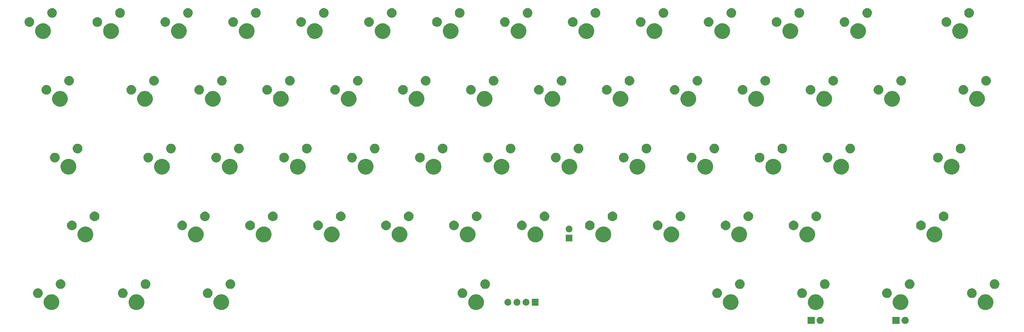
<source format=gbr>
G04 #@! TF.GenerationSoftware,KiCad,Pcbnew,(5.1.2)-2*
G04 #@! TF.CreationDate,2019-08-06T12:27:54+02:00*
G04 #@! TF.ProjectId,keyboard,6b657962-6f61-4726-942e-6b696361645f,A*
G04 #@! TF.SameCoordinates,Original*
G04 #@! TF.FileFunction,Soldermask,Top*
G04 #@! TF.FilePolarity,Negative*
%FSLAX46Y46*%
G04 Gerber Fmt 4.6, Leading zero omitted, Abs format (unit mm)*
G04 Created by KiCad (PCBNEW (5.1.2)-2) date 2019-08-06 12:27:54*
%MOMM*%
%LPD*%
G04 APERTURE LIST*
%ADD10C,0.100000*%
G04 APERTURE END LIST*
D10*
G36*
X309590402Y-160847646D02*
G01*
X309687156Y-160866892D01*
X309762658Y-160898166D01*
X309869434Y-160942394D01*
X309869435Y-160942395D01*
X310033483Y-161052008D01*
X310172993Y-161191518D01*
X310172994Y-161191520D01*
X310282607Y-161355567D01*
X310358109Y-161537846D01*
X310396600Y-161731351D01*
X310396600Y-161928651D01*
X310358109Y-162122156D01*
X310282607Y-162304435D01*
X310282606Y-162304436D01*
X310172993Y-162468484D01*
X310033483Y-162607994D01*
X309950902Y-162663173D01*
X309869434Y-162717608D01*
X309762658Y-162761836D01*
X309687156Y-162793110D01*
X309590402Y-162812356D01*
X309493650Y-162831601D01*
X309296350Y-162831601D01*
X309199598Y-162812356D01*
X309102844Y-162793110D01*
X309027342Y-162761836D01*
X308920566Y-162717608D01*
X308839098Y-162663173D01*
X308756517Y-162607994D01*
X308617007Y-162468484D01*
X308507394Y-162304436D01*
X308507393Y-162304435D01*
X308431891Y-162122156D01*
X308393400Y-161928651D01*
X308393400Y-161731351D01*
X308431891Y-161537846D01*
X308507393Y-161355567D01*
X308617006Y-161191520D01*
X308617007Y-161191518D01*
X308756517Y-161052008D01*
X308920565Y-160942395D01*
X308920566Y-160942394D01*
X309027342Y-160898166D01*
X309102844Y-160866892D01*
X309199598Y-160847646D01*
X309296350Y-160828401D01*
X309493650Y-160828401D01*
X309590402Y-160847646D01*
X309590402Y-160847646D01*
G37*
G36*
X285840402Y-160847646D02*
G01*
X285937156Y-160866892D01*
X286012658Y-160898166D01*
X286119434Y-160942394D01*
X286119435Y-160942395D01*
X286283483Y-161052008D01*
X286422993Y-161191518D01*
X286422994Y-161191520D01*
X286532607Y-161355567D01*
X286608109Y-161537846D01*
X286646600Y-161731351D01*
X286646600Y-161928651D01*
X286608109Y-162122156D01*
X286532607Y-162304435D01*
X286532606Y-162304436D01*
X286422993Y-162468484D01*
X286283483Y-162607994D01*
X286200902Y-162663173D01*
X286119434Y-162717608D01*
X286012658Y-162761836D01*
X285937156Y-162793110D01*
X285840402Y-162812356D01*
X285743650Y-162831601D01*
X285546350Y-162831601D01*
X285449598Y-162812356D01*
X285352844Y-162793110D01*
X285277342Y-162761836D01*
X285170566Y-162717608D01*
X285089098Y-162663173D01*
X285006517Y-162607994D01*
X284867007Y-162468484D01*
X284757394Y-162304436D01*
X284757393Y-162304435D01*
X284681891Y-162122156D01*
X284643400Y-161928651D01*
X284643400Y-161731351D01*
X284681891Y-161537846D01*
X284757393Y-161355567D01*
X284867006Y-161191520D01*
X284867007Y-161191518D01*
X285006517Y-161052008D01*
X285170565Y-160942395D01*
X285170566Y-160942394D01*
X285277342Y-160898166D01*
X285352844Y-160866892D01*
X285449598Y-160847646D01*
X285546350Y-160828401D01*
X285743650Y-160828401D01*
X285840402Y-160847646D01*
X285840402Y-160847646D01*
G37*
G36*
X284106600Y-162831601D02*
G01*
X282103400Y-162831601D01*
X282103400Y-160828401D01*
X284106600Y-160828401D01*
X284106600Y-162831601D01*
X284106600Y-162831601D01*
G37*
G36*
X307856600Y-162831601D02*
G01*
X305853400Y-162831601D01*
X305853400Y-160828401D01*
X307856600Y-160828401D01*
X307856600Y-162831601D01*
X307856600Y-162831601D01*
G37*
G36*
X261054511Y-154590704D02*
G01*
X261267183Y-154633007D01*
X261667849Y-154798968D01*
X262028438Y-155039906D01*
X262335095Y-155346563D01*
X262576033Y-155707152D01*
X262741994Y-156107818D01*
X262826600Y-156533162D01*
X262826600Y-156966840D01*
X262741994Y-157392184D01*
X262576033Y-157792850D01*
X262335095Y-158153439D01*
X262028438Y-158460096D01*
X261667849Y-158701034D01*
X261267183Y-158866995D01*
X261054511Y-158909298D01*
X260841840Y-158951601D01*
X260408160Y-158951601D01*
X260195489Y-158909298D01*
X259982817Y-158866995D01*
X259582151Y-158701034D01*
X259221562Y-158460096D01*
X258914905Y-158153439D01*
X258673967Y-157792850D01*
X258508006Y-157392184D01*
X258423400Y-156966840D01*
X258423400Y-156533162D01*
X258508006Y-156107818D01*
X258673967Y-155707152D01*
X258914905Y-155346563D01*
X259221562Y-155039906D01*
X259582151Y-154798968D01*
X259982817Y-154633007D01*
X260195489Y-154590704D01*
X260408160Y-154548401D01*
X260841840Y-154548401D01*
X261054511Y-154590704D01*
X261054511Y-154590704D01*
G37*
G36*
X332304510Y-154590704D02*
G01*
X332517182Y-154633007D01*
X332917848Y-154798968D01*
X333278437Y-155039906D01*
X333585094Y-155346563D01*
X333826032Y-155707152D01*
X333991993Y-156107818D01*
X334076599Y-156533162D01*
X334076599Y-156966840D01*
X333991993Y-157392184D01*
X333826032Y-157792850D01*
X333585094Y-158153439D01*
X333278437Y-158460096D01*
X332917848Y-158701034D01*
X332517182Y-158866995D01*
X332304510Y-158909298D01*
X332091839Y-158951601D01*
X331658159Y-158951601D01*
X331445488Y-158909298D01*
X331232816Y-158866995D01*
X330832150Y-158701034D01*
X330471561Y-158460096D01*
X330164904Y-158153439D01*
X329923966Y-157792850D01*
X329758005Y-157392184D01*
X329673399Y-156966840D01*
X329673399Y-156533162D01*
X329758005Y-156107818D01*
X329923966Y-155707152D01*
X330164904Y-155346563D01*
X330471561Y-155039906D01*
X330832150Y-154798968D01*
X331232816Y-154633007D01*
X331445488Y-154590704D01*
X331658159Y-154548401D01*
X332091839Y-154548401D01*
X332304510Y-154590704D01*
X332304510Y-154590704D01*
G37*
G36*
X94804510Y-154590704D02*
G01*
X95017182Y-154633007D01*
X95417848Y-154798968D01*
X95778437Y-155039906D01*
X96085094Y-155346563D01*
X96326032Y-155707152D01*
X96491993Y-156107818D01*
X96576599Y-156533162D01*
X96576599Y-156966840D01*
X96491993Y-157392184D01*
X96326032Y-157792850D01*
X96085094Y-158153439D01*
X95778437Y-158460096D01*
X95417848Y-158701034D01*
X95017182Y-158866995D01*
X94804510Y-158909298D01*
X94591839Y-158951601D01*
X94158159Y-158951601D01*
X93945488Y-158909298D01*
X93732816Y-158866995D01*
X93332150Y-158701034D01*
X92971561Y-158460096D01*
X92664904Y-158153439D01*
X92423966Y-157792850D01*
X92258005Y-157392184D01*
X92173399Y-156966840D01*
X92173399Y-156533162D01*
X92258005Y-156107818D01*
X92423966Y-155707152D01*
X92664904Y-155346563D01*
X92971561Y-155039906D01*
X93332150Y-154798968D01*
X93732816Y-154633007D01*
X93945488Y-154590704D01*
X94158159Y-154548401D01*
X94591839Y-154548401D01*
X94804510Y-154590704D01*
X94804510Y-154590704D01*
G37*
G36*
X118554510Y-154590704D02*
G01*
X118767182Y-154633007D01*
X119167848Y-154798968D01*
X119528437Y-155039906D01*
X119835094Y-155346563D01*
X120076032Y-155707152D01*
X120241993Y-156107818D01*
X120326599Y-156533162D01*
X120326599Y-156966840D01*
X120241993Y-157392184D01*
X120076032Y-157792850D01*
X119835094Y-158153439D01*
X119528437Y-158460096D01*
X119167848Y-158701034D01*
X118767182Y-158866995D01*
X118554510Y-158909298D01*
X118341839Y-158951601D01*
X117908159Y-158951601D01*
X117695488Y-158909298D01*
X117482816Y-158866995D01*
X117082150Y-158701034D01*
X116721561Y-158460096D01*
X116414904Y-158153439D01*
X116173966Y-157792850D01*
X116008005Y-157392184D01*
X115923399Y-156966840D01*
X115923399Y-156533162D01*
X116008005Y-156107818D01*
X116173966Y-155707152D01*
X116414904Y-155346563D01*
X116721561Y-155039906D01*
X117082150Y-154798968D01*
X117482816Y-154633007D01*
X117695488Y-154590704D01*
X117908159Y-154548401D01*
X118341839Y-154548401D01*
X118554510Y-154590704D01*
X118554510Y-154590704D01*
G37*
G36*
X284804511Y-154590704D02*
G01*
X285017183Y-154633007D01*
X285417849Y-154798968D01*
X285778438Y-155039906D01*
X286085095Y-155346563D01*
X286326033Y-155707152D01*
X286491994Y-156107818D01*
X286576600Y-156533162D01*
X286576600Y-156966840D01*
X286491994Y-157392184D01*
X286326033Y-157792850D01*
X286085095Y-158153439D01*
X285778438Y-158460096D01*
X285417849Y-158701034D01*
X285017183Y-158866995D01*
X284804511Y-158909298D01*
X284591840Y-158951601D01*
X284158160Y-158951601D01*
X283945489Y-158909298D01*
X283732817Y-158866995D01*
X283332151Y-158701034D01*
X282971562Y-158460096D01*
X282664905Y-158153439D01*
X282423967Y-157792850D01*
X282258006Y-157392184D01*
X282173400Y-156966840D01*
X282173400Y-156533162D01*
X282258006Y-156107818D01*
X282423967Y-155707152D01*
X282664905Y-155346563D01*
X282971562Y-155039906D01*
X283332151Y-154798968D01*
X283732817Y-154633007D01*
X283945489Y-154590704D01*
X284158160Y-154548401D01*
X284591840Y-154548401D01*
X284804511Y-154590704D01*
X284804511Y-154590704D01*
G37*
G36*
X308554511Y-154590704D02*
G01*
X308767183Y-154633007D01*
X309167849Y-154798968D01*
X309528438Y-155039906D01*
X309835095Y-155346563D01*
X310076033Y-155707152D01*
X310241994Y-156107818D01*
X310326600Y-156533162D01*
X310326600Y-156966840D01*
X310241994Y-157392184D01*
X310076033Y-157792850D01*
X309835095Y-158153439D01*
X309528438Y-158460096D01*
X309167849Y-158701034D01*
X308767183Y-158866995D01*
X308554511Y-158909298D01*
X308341840Y-158951601D01*
X307908160Y-158951601D01*
X307695489Y-158909298D01*
X307482817Y-158866995D01*
X307082151Y-158701034D01*
X306721562Y-158460096D01*
X306414905Y-158153439D01*
X306173967Y-157792850D01*
X306008006Y-157392184D01*
X305923400Y-156966840D01*
X305923400Y-156533162D01*
X306008006Y-156107818D01*
X306173967Y-155707152D01*
X306414905Y-155346563D01*
X306721562Y-155039906D01*
X307082151Y-154798968D01*
X307482817Y-154633007D01*
X307695489Y-154590704D01*
X307908160Y-154548401D01*
X308341840Y-154548401D01*
X308554511Y-154590704D01*
X308554511Y-154590704D01*
G37*
G36*
X189804511Y-154590704D02*
G01*
X190017183Y-154633007D01*
X190417849Y-154798968D01*
X190778438Y-155039906D01*
X191085095Y-155346563D01*
X191326033Y-155707152D01*
X191491994Y-156107818D01*
X191576600Y-156533162D01*
X191576600Y-156966840D01*
X191491994Y-157392184D01*
X191326033Y-157792850D01*
X191085095Y-158153439D01*
X190778438Y-158460096D01*
X190417849Y-158701034D01*
X190017183Y-158866995D01*
X189804511Y-158909298D01*
X189591840Y-158951601D01*
X189158160Y-158951601D01*
X188945489Y-158909298D01*
X188732817Y-158866995D01*
X188332151Y-158701034D01*
X187971562Y-158460096D01*
X187664905Y-158153439D01*
X187423967Y-157792850D01*
X187258006Y-157392184D01*
X187173400Y-156966840D01*
X187173400Y-156533162D01*
X187258006Y-156107818D01*
X187423967Y-155707152D01*
X187664905Y-155346563D01*
X187971562Y-155039906D01*
X188332151Y-154798968D01*
X188732817Y-154633007D01*
X188945489Y-154590704D01*
X189158160Y-154548401D01*
X189591840Y-154548401D01*
X189804511Y-154590704D01*
X189804511Y-154590704D01*
G37*
G36*
X71054510Y-154590703D02*
G01*
X71267182Y-154633006D01*
X71667848Y-154798967D01*
X72028437Y-155039905D01*
X72335094Y-155346562D01*
X72576032Y-155707151D01*
X72741993Y-156107817D01*
X72826599Y-156533161D01*
X72826599Y-156966839D01*
X72741993Y-157392183D01*
X72576032Y-157792849D01*
X72335094Y-158153438D01*
X72028437Y-158460095D01*
X71667848Y-158701033D01*
X71267182Y-158866994D01*
X71054510Y-158909297D01*
X70841839Y-158951600D01*
X70408159Y-158951600D01*
X70195488Y-158909297D01*
X69982816Y-158866994D01*
X69582150Y-158701033D01*
X69221561Y-158460095D01*
X68914904Y-158153438D01*
X68673966Y-157792849D01*
X68508005Y-157392183D01*
X68423399Y-156966839D01*
X68423399Y-156533161D01*
X68508005Y-156107817D01*
X68673966Y-155707151D01*
X68914904Y-155346562D01*
X69221561Y-155039905D01*
X69582150Y-154798967D01*
X69982816Y-154633006D01*
X70195488Y-154590703D01*
X70408159Y-154548400D01*
X70841839Y-154548400D01*
X71054510Y-154590703D01*
X71054510Y-154590703D01*
G37*
G36*
X200903346Y-155802990D02*
G01*
X200996546Y-155812169D01*
X201175923Y-155866583D01*
X201175926Y-155866584D01*
X201263594Y-155913444D01*
X201341238Y-155954945D01*
X201386259Y-155991893D01*
X201486139Y-156073861D01*
X201568107Y-156173741D01*
X201605055Y-156218762D01*
X201646556Y-156296406D01*
X201693416Y-156384074D01*
X201693417Y-156384077D01*
X201747831Y-156563454D01*
X201766204Y-156750000D01*
X201747831Y-156936546D01*
X201693417Y-157115923D01*
X201693416Y-157115926D01*
X201646556Y-157203594D01*
X201605055Y-157281238D01*
X201568107Y-157326259D01*
X201486139Y-157426139D01*
X201386259Y-157508107D01*
X201341238Y-157545055D01*
X201263594Y-157586556D01*
X201175926Y-157633416D01*
X201175923Y-157633417D01*
X200996546Y-157687831D01*
X200903346Y-157697010D01*
X200856747Y-157701600D01*
X200763253Y-157701600D01*
X200716654Y-157697010D01*
X200623454Y-157687831D01*
X200444077Y-157633417D01*
X200444074Y-157633416D01*
X200356406Y-157586556D01*
X200278762Y-157545055D01*
X200233741Y-157508107D01*
X200133861Y-157426139D01*
X200051893Y-157326259D01*
X200014945Y-157281238D01*
X199973444Y-157203594D01*
X199926584Y-157115926D01*
X199926583Y-157115923D01*
X199872169Y-156936546D01*
X199853796Y-156750000D01*
X199872169Y-156563454D01*
X199926583Y-156384077D01*
X199926584Y-156384074D01*
X199973444Y-156296406D01*
X200014945Y-156218762D01*
X200051893Y-156173741D01*
X200133861Y-156073861D01*
X200233741Y-155991893D01*
X200278762Y-155954945D01*
X200356406Y-155913444D01*
X200444074Y-155866584D01*
X200444077Y-155866583D01*
X200623454Y-155812169D01*
X200716654Y-155802990D01*
X200763253Y-155798400D01*
X200856747Y-155798400D01*
X200903346Y-155802990D01*
X200903346Y-155802990D01*
G37*
G36*
X203443346Y-155802990D02*
G01*
X203536546Y-155812169D01*
X203715923Y-155866583D01*
X203715926Y-155866584D01*
X203803594Y-155913444D01*
X203881238Y-155954945D01*
X203926259Y-155991893D01*
X204026139Y-156073861D01*
X204108107Y-156173741D01*
X204145055Y-156218762D01*
X204186556Y-156296406D01*
X204233416Y-156384074D01*
X204233417Y-156384077D01*
X204287831Y-156563454D01*
X204306204Y-156750000D01*
X204287831Y-156936546D01*
X204233417Y-157115923D01*
X204233416Y-157115926D01*
X204186556Y-157203594D01*
X204145055Y-157281238D01*
X204108107Y-157326259D01*
X204026139Y-157426139D01*
X203926259Y-157508107D01*
X203881238Y-157545055D01*
X203803594Y-157586556D01*
X203715926Y-157633416D01*
X203715923Y-157633417D01*
X203536546Y-157687831D01*
X203443346Y-157697010D01*
X203396747Y-157701600D01*
X203303253Y-157701600D01*
X203256654Y-157697010D01*
X203163454Y-157687831D01*
X202984077Y-157633417D01*
X202984074Y-157633416D01*
X202896406Y-157586556D01*
X202818762Y-157545055D01*
X202773741Y-157508107D01*
X202673861Y-157426139D01*
X202591893Y-157326259D01*
X202554945Y-157281238D01*
X202513444Y-157203594D01*
X202466584Y-157115926D01*
X202466583Y-157115923D01*
X202412169Y-156936546D01*
X202393796Y-156750000D01*
X202412169Y-156563454D01*
X202466583Y-156384077D01*
X202466584Y-156384074D01*
X202513444Y-156296406D01*
X202554945Y-156218762D01*
X202591893Y-156173741D01*
X202673861Y-156073861D01*
X202773741Y-155991893D01*
X202818762Y-155954945D01*
X202896406Y-155913444D01*
X202984074Y-155866584D01*
X202984077Y-155866583D01*
X203163454Y-155812169D01*
X203256654Y-155802990D01*
X203303253Y-155798400D01*
X203396747Y-155798400D01*
X203443346Y-155802990D01*
X203443346Y-155802990D01*
G37*
G36*
X198363346Y-155802990D02*
G01*
X198456546Y-155812169D01*
X198635923Y-155866583D01*
X198635926Y-155866584D01*
X198723594Y-155913444D01*
X198801238Y-155954945D01*
X198846259Y-155991893D01*
X198946139Y-156073861D01*
X199028107Y-156173741D01*
X199065055Y-156218762D01*
X199106556Y-156296406D01*
X199153416Y-156384074D01*
X199153417Y-156384077D01*
X199207831Y-156563454D01*
X199226204Y-156750000D01*
X199207831Y-156936546D01*
X199153417Y-157115923D01*
X199153416Y-157115926D01*
X199106556Y-157203594D01*
X199065055Y-157281238D01*
X199028107Y-157326259D01*
X198946139Y-157426139D01*
X198846259Y-157508107D01*
X198801238Y-157545055D01*
X198723594Y-157586556D01*
X198635926Y-157633416D01*
X198635923Y-157633417D01*
X198456546Y-157687831D01*
X198363346Y-157697010D01*
X198316747Y-157701600D01*
X198223253Y-157701600D01*
X198176654Y-157697010D01*
X198083454Y-157687831D01*
X197904077Y-157633417D01*
X197904074Y-157633416D01*
X197816406Y-157586556D01*
X197738762Y-157545055D01*
X197693741Y-157508107D01*
X197593861Y-157426139D01*
X197511893Y-157326259D01*
X197474945Y-157281238D01*
X197433444Y-157203594D01*
X197386584Y-157115926D01*
X197386583Y-157115923D01*
X197332169Y-156936546D01*
X197313796Y-156750000D01*
X197332169Y-156563454D01*
X197386583Y-156384077D01*
X197386584Y-156384074D01*
X197433444Y-156296406D01*
X197474945Y-156218762D01*
X197511893Y-156173741D01*
X197593861Y-156073861D01*
X197693741Y-155991893D01*
X197738762Y-155954945D01*
X197816406Y-155913444D01*
X197904074Y-155866584D01*
X197904077Y-155866583D01*
X198083454Y-155812169D01*
X198176654Y-155802990D01*
X198223253Y-155798400D01*
X198316747Y-155798400D01*
X198363346Y-155802990D01*
X198363346Y-155802990D01*
G37*
G36*
X206841600Y-157701600D02*
G01*
X204938400Y-157701600D01*
X204938400Y-155798400D01*
X206841600Y-155798400D01*
X206841600Y-157701600D01*
X206841600Y-157701600D01*
G37*
G36*
X304578684Y-152884372D02*
G01*
X304709247Y-152910342D01*
X304955223Y-153012228D01*
X305103139Y-153111063D01*
X305176593Y-153160143D01*
X305364856Y-153348406D01*
X305512773Y-153569778D01*
X305614659Y-153815754D01*
X305666600Y-154076880D01*
X305666600Y-154343122D01*
X305614659Y-154604248D01*
X305512773Y-154850224D01*
X305413938Y-154998140D01*
X305364858Y-155071594D01*
X305176595Y-155259857D01*
X304955223Y-155407774D01*
X304709247Y-155509660D01*
X304578684Y-155535630D01*
X304448122Y-155561601D01*
X304181878Y-155561601D01*
X304051316Y-155535631D01*
X303920753Y-155509660D01*
X303674777Y-155407774D01*
X303453405Y-155259857D01*
X303265144Y-155071596D01*
X303265143Y-155071594D01*
X303216062Y-154998140D01*
X303117227Y-154850224D01*
X303015341Y-154604248D01*
X302963400Y-154343122D01*
X302963400Y-154076880D01*
X303015341Y-153815754D01*
X303117227Y-153569778D01*
X303265144Y-153348406D01*
X303453405Y-153160145D01*
X303453408Y-153160143D01*
X303526861Y-153111063D01*
X303674777Y-153012228D01*
X303920753Y-152910342D01*
X304051316Y-152884372D01*
X304181878Y-152858401D01*
X304448122Y-152858401D01*
X304578684Y-152884372D01*
X304578684Y-152884372D01*
G37*
G36*
X328328683Y-152884372D02*
G01*
X328459246Y-152910342D01*
X328705222Y-153012228D01*
X328853138Y-153111063D01*
X328926592Y-153160143D01*
X329114855Y-153348406D01*
X329262772Y-153569778D01*
X329364658Y-153815754D01*
X329416599Y-154076880D01*
X329416599Y-154343122D01*
X329364658Y-154604248D01*
X329262772Y-154850224D01*
X329163937Y-154998140D01*
X329114857Y-155071594D01*
X328926594Y-155259857D01*
X328705222Y-155407774D01*
X328459246Y-155509660D01*
X328328683Y-155535630D01*
X328198121Y-155561601D01*
X327931877Y-155561601D01*
X327801315Y-155535631D01*
X327670752Y-155509660D01*
X327424776Y-155407774D01*
X327203404Y-155259857D01*
X327015143Y-155071596D01*
X327015142Y-155071594D01*
X326966061Y-154998140D01*
X326867226Y-154850224D01*
X326765340Y-154604248D01*
X326713399Y-154343122D01*
X326713399Y-154076880D01*
X326765340Y-153815754D01*
X326867226Y-153569778D01*
X327015143Y-153348406D01*
X327203404Y-153160145D01*
X327203407Y-153160143D01*
X327276860Y-153111063D01*
X327424776Y-153012228D01*
X327670752Y-152910342D01*
X327801315Y-152884372D01*
X327931877Y-152858401D01*
X328198121Y-152858401D01*
X328328683Y-152884372D01*
X328328683Y-152884372D01*
G37*
G36*
X114578683Y-152884372D02*
G01*
X114709246Y-152910342D01*
X114955222Y-153012228D01*
X115103138Y-153111063D01*
X115176592Y-153160143D01*
X115364855Y-153348406D01*
X115512772Y-153569778D01*
X115614658Y-153815754D01*
X115666599Y-154076880D01*
X115666599Y-154343122D01*
X115614658Y-154604248D01*
X115512772Y-154850224D01*
X115413937Y-154998140D01*
X115364857Y-155071594D01*
X115176594Y-155259857D01*
X114955222Y-155407774D01*
X114709246Y-155509660D01*
X114578683Y-155535631D01*
X114448121Y-155561601D01*
X114181877Y-155561601D01*
X114051315Y-155535631D01*
X113920752Y-155509660D01*
X113674776Y-155407774D01*
X113453404Y-155259857D01*
X113265143Y-155071596D01*
X113265142Y-155071594D01*
X113216061Y-154998140D01*
X113117226Y-154850224D01*
X113015340Y-154604248D01*
X112963399Y-154343122D01*
X112963399Y-154076880D01*
X113015340Y-153815754D01*
X113117226Y-153569778D01*
X113265143Y-153348406D01*
X113453404Y-153160145D01*
X113453407Y-153160143D01*
X113526860Y-153111063D01*
X113674776Y-153012228D01*
X113920752Y-152910342D01*
X114051315Y-152884372D01*
X114181877Y-152858401D01*
X114448121Y-152858401D01*
X114578683Y-152884372D01*
X114578683Y-152884372D01*
G37*
G36*
X280828684Y-152884372D02*
G01*
X280959247Y-152910342D01*
X281205223Y-153012228D01*
X281353139Y-153111063D01*
X281426593Y-153160143D01*
X281614856Y-153348406D01*
X281762773Y-153569778D01*
X281864659Y-153815754D01*
X281916600Y-154076880D01*
X281916600Y-154343122D01*
X281864659Y-154604248D01*
X281762773Y-154850224D01*
X281663938Y-154998140D01*
X281614858Y-155071594D01*
X281426595Y-155259857D01*
X281205223Y-155407774D01*
X280959247Y-155509660D01*
X280828684Y-155535631D01*
X280698122Y-155561601D01*
X280431878Y-155561601D01*
X280301316Y-155535631D01*
X280170753Y-155509660D01*
X279924777Y-155407774D01*
X279703405Y-155259857D01*
X279515144Y-155071596D01*
X279515143Y-155071594D01*
X279466062Y-154998140D01*
X279367227Y-154850224D01*
X279265341Y-154604248D01*
X279213400Y-154343122D01*
X279213400Y-154076880D01*
X279265341Y-153815754D01*
X279367227Y-153569778D01*
X279515144Y-153348406D01*
X279703405Y-153160145D01*
X279703408Y-153160143D01*
X279776861Y-153111063D01*
X279924777Y-153012228D01*
X280170753Y-152910342D01*
X280301316Y-152884372D01*
X280431878Y-152858401D01*
X280698122Y-152858401D01*
X280828684Y-152884372D01*
X280828684Y-152884372D01*
G37*
G36*
X257078684Y-152884372D02*
G01*
X257209247Y-152910342D01*
X257455223Y-153012228D01*
X257603139Y-153111063D01*
X257676593Y-153160143D01*
X257864856Y-153348406D01*
X258012773Y-153569778D01*
X258114659Y-153815754D01*
X258166600Y-154076880D01*
X258166600Y-154343122D01*
X258114659Y-154604248D01*
X258012773Y-154850224D01*
X257913938Y-154998140D01*
X257864858Y-155071594D01*
X257676595Y-155259857D01*
X257455223Y-155407774D01*
X257209247Y-155509660D01*
X257078684Y-155535631D01*
X256948122Y-155561601D01*
X256681878Y-155561601D01*
X256551316Y-155535631D01*
X256420753Y-155509660D01*
X256174777Y-155407774D01*
X255953405Y-155259857D01*
X255765144Y-155071596D01*
X255765143Y-155071594D01*
X255716062Y-154998140D01*
X255617227Y-154850224D01*
X255515341Y-154604248D01*
X255463400Y-154343122D01*
X255463400Y-154076880D01*
X255515341Y-153815754D01*
X255617227Y-153569778D01*
X255765144Y-153348406D01*
X255953405Y-153160145D01*
X255953408Y-153160143D01*
X256026861Y-153111063D01*
X256174777Y-153012228D01*
X256420753Y-152910342D01*
X256551316Y-152884372D01*
X256681878Y-152858401D01*
X256948122Y-152858401D01*
X257078684Y-152884372D01*
X257078684Y-152884372D01*
G37*
G36*
X90828683Y-152884372D02*
G01*
X90959246Y-152910342D01*
X91205222Y-153012228D01*
X91353138Y-153111063D01*
X91426592Y-153160143D01*
X91614855Y-153348406D01*
X91762772Y-153569778D01*
X91864658Y-153815754D01*
X91916599Y-154076880D01*
X91916599Y-154343122D01*
X91864658Y-154604248D01*
X91762772Y-154850224D01*
X91663937Y-154998140D01*
X91614857Y-155071594D01*
X91426594Y-155259857D01*
X91205222Y-155407774D01*
X90959246Y-155509660D01*
X90828683Y-155535631D01*
X90698121Y-155561601D01*
X90431877Y-155561601D01*
X90301315Y-155535631D01*
X90170752Y-155509660D01*
X89924776Y-155407774D01*
X89703404Y-155259857D01*
X89515143Y-155071596D01*
X89515142Y-155071594D01*
X89466061Y-154998140D01*
X89367226Y-154850224D01*
X89265340Y-154604248D01*
X89213399Y-154343122D01*
X89213399Y-154076880D01*
X89265340Y-153815754D01*
X89367226Y-153569778D01*
X89515143Y-153348406D01*
X89703404Y-153160145D01*
X89703407Y-153160143D01*
X89776860Y-153111063D01*
X89924776Y-153012228D01*
X90170752Y-152910342D01*
X90301315Y-152884372D01*
X90431877Y-152858401D01*
X90698121Y-152858401D01*
X90828683Y-152884372D01*
X90828683Y-152884372D01*
G37*
G36*
X185828684Y-152884372D02*
G01*
X185959247Y-152910342D01*
X186205223Y-153012228D01*
X186353139Y-153111063D01*
X186426593Y-153160143D01*
X186614856Y-153348406D01*
X186762773Y-153569778D01*
X186864659Y-153815754D01*
X186916600Y-154076880D01*
X186916600Y-154343122D01*
X186864659Y-154604248D01*
X186762773Y-154850224D01*
X186663938Y-154998140D01*
X186614858Y-155071594D01*
X186426595Y-155259857D01*
X186205223Y-155407774D01*
X185959247Y-155509660D01*
X185828684Y-155535631D01*
X185698122Y-155561601D01*
X185431878Y-155561601D01*
X185301316Y-155535631D01*
X185170753Y-155509660D01*
X184924777Y-155407774D01*
X184703405Y-155259857D01*
X184515144Y-155071596D01*
X184515143Y-155071594D01*
X184466062Y-154998140D01*
X184367227Y-154850224D01*
X184265341Y-154604248D01*
X184213400Y-154343122D01*
X184213400Y-154076880D01*
X184265341Y-153815754D01*
X184367227Y-153569778D01*
X184515144Y-153348406D01*
X184703405Y-153160145D01*
X184703408Y-153160143D01*
X184776861Y-153111063D01*
X184924777Y-153012228D01*
X185170753Y-152910342D01*
X185301316Y-152884372D01*
X185431878Y-152858401D01*
X185698122Y-152858401D01*
X185828684Y-152884372D01*
X185828684Y-152884372D01*
G37*
G36*
X67078683Y-152884370D02*
G01*
X67209246Y-152910341D01*
X67455222Y-153012227D01*
X67603138Y-153111062D01*
X67676593Y-153160143D01*
X67864856Y-153348406D01*
X67913937Y-153421861D01*
X68012772Y-153569777D01*
X68114658Y-153815753D01*
X68166599Y-154076879D01*
X68166599Y-154343121D01*
X68114658Y-154604247D01*
X68012772Y-154850223D01*
X68012771Y-154850224D01*
X67864856Y-155071594D01*
X67676593Y-155259857D01*
X67603138Y-155308938D01*
X67455222Y-155407773D01*
X67209246Y-155509659D01*
X67078683Y-155535630D01*
X66948121Y-155561600D01*
X66681877Y-155561600D01*
X66551315Y-155535630D01*
X66420752Y-155509659D01*
X66174776Y-155407773D01*
X66026860Y-155308938D01*
X65953405Y-155259857D01*
X65765142Y-155071594D01*
X65617227Y-154850224D01*
X65617226Y-154850223D01*
X65515340Y-154604247D01*
X65463399Y-154343121D01*
X65463399Y-154076879D01*
X65515340Y-153815753D01*
X65617226Y-153569777D01*
X65716061Y-153421861D01*
X65765142Y-153348406D01*
X65953405Y-153160143D01*
X66026860Y-153111062D01*
X66174776Y-153012227D01*
X66420752Y-152910341D01*
X66551315Y-152884370D01*
X66681877Y-152858400D01*
X66948121Y-152858400D01*
X67078683Y-152884370D01*
X67078683Y-152884370D01*
G37*
G36*
X192178684Y-150344372D02*
G01*
X192309247Y-150370342D01*
X192555223Y-150472228D01*
X192703139Y-150571063D01*
X192776593Y-150620143D01*
X192964856Y-150808406D01*
X193112773Y-151029778D01*
X193214659Y-151275754D01*
X193266600Y-151536880D01*
X193266600Y-151803122D01*
X193214659Y-152064248D01*
X193112773Y-152310224D01*
X193013938Y-152458140D01*
X192964858Y-152531594D01*
X192776595Y-152719857D01*
X192555223Y-152867774D01*
X192309247Y-152969660D01*
X192178684Y-152995631D01*
X192048122Y-153021601D01*
X191781878Y-153021601D01*
X191651316Y-152995631D01*
X191520753Y-152969660D01*
X191274777Y-152867774D01*
X191053405Y-152719857D01*
X190865144Y-152531596D01*
X190865143Y-152531594D01*
X190816062Y-152458140D01*
X190717227Y-152310224D01*
X190615341Y-152064248D01*
X190563400Y-151803122D01*
X190563400Y-151536880D01*
X190615341Y-151275754D01*
X190717227Y-151029778D01*
X190865144Y-150808406D01*
X191053405Y-150620145D01*
X191053408Y-150620143D01*
X191126861Y-150571063D01*
X191274777Y-150472228D01*
X191520753Y-150370342D01*
X191651316Y-150344372D01*
X191781878Y-150318401D01*
X192048122Y-150318401D01*
X192178684Y-150344372D01*
X192178684Y-150344372D01*
G37*
G36*
X120928683Y-150344372D02*
G01*
X121059246Y-150370342D01*
X121305222Y-150472228D01*
X121453138Y-150571063D01*
X121526592Y-150620143D01*
X121714855Y-150808406D01*
X121862772Y-151029778D01*
X121964658Y-151275754D01*
X122016599Y-151536880D01*
X122016599Y-151803122D01*
X121964658Y-152064248D01*
X121862772Y-152310224D01*
X121763937Y-152458140D01*
X121714857Y-152531594D01*
X121526594Y-152719857D01*
X121305222Y-152867774D01*
X121059246Y-152969660D01*
X120928683Y-152995631D01*
X120798121Y-153021601D01*
X120531877Y-153021601D01*
X120401315Y-152995631D01*
X120270752Y-152969660D01*
X120024776Y-152867774D01*
X119803404Y-152719857D01*
X119615143Y-152531596D01*
X119615142Y-152531594D01*
X119566061Y-152458140D01*
X119467226Y-152310224D01*
X119365340Y-152064248D01*
X119313399Y-151803122D01*
X119313399Y-151536880D01*
X119365340Y-151275754D01*
X119467226Y-151029778D01*
X119615143Y-150808406D01*
X119803404Y-150620145D01*
X119803407Y-150620143D01*
X119876860Y-150571063D01*
X120024776Y-150472228D01*
X120270752Y-150370342D01*
X120401315Y-150344372D01*
X120531877Y-150318401D01*
X120798121Y-150318401D01*
X120928683Y-150344372D01*
X120928683Y-150344372D01*
G37*
G36*
X287178684Y-150344372D02*
G01*
X287309247Y-150370342D01*
X287555223Y-150472228D01*
X287703139Y-150571063D01*
X287776593Y-150620143D01*
X287964856Y-150808406D01*
X288112773Y-151029778D01*
X288214659Y-151275754D01*
X288266600Y-151536880D01*
X288266600Y-151803122D01*
X288214659Y-152064248D01*
X288112773Y-152310224D01*
X288013938Y-152458140D01*
X287964858Y-152531594D01*
X287776595Y-152719857D01*
X287555223Y-152867774D01*
X287309247Y-152969660D01*
X287178684Y-152995631D01*
X287048122Y-153021601D01*
X286781878Y-153021601D01*
X286651316Y-152995631D01*
X286520753Y-152969660D01*
X286274777Y-152867774D01*
X286053405Y-152719857D01*
X285865144Y-152531596D01*
X285865143Y-152531594D01*
X285816062Y-152458140D01*
X285717227Y-152310224D01*
X285615341Y-152064248D01*
X285563400Y-151803122D01*
X285563400Y-151536880D01*
X285615341Y-151275754D01*
X285717227Y-151029778D01*
X285865144Y-150808406D01*
X286053405Y-150620145D01*
X286053408Y-150620143D01*
X286126861Y-150571063D01*
X286274777Y-150472228D01*
X286520753Y-150370342D01*
X286651316Y-150344372D01*
X286781878Y-150318401D01*
X287048122Y-150318401D01*
X287178684Y-150344372D01*
X287178684Y-150344372D01*
G37*
G36*
X310928684Y-150344372D02*
G01*
X311059247Y-150370342D01*
X311305223Y-150472228D01*
X311453139Y-150571063D01*
X311526593Y-150620143D01*
X311714856Y-150808406D01*
X311862773Y-151029778D01*
X311964659Y-151275754D01*
X312016600Y-151536880D01*
X312016600Y-151803122D01*
X311964659Y-152064248D01*
X311862773Y-152310224D01*
X311763938Y-152458140D01*
X311714858Y-152531594D01*
X311526595Y-152719857D01*
X311305223Y-152867774D01*
X311059247Y-152969660D01*
X310928684Y-152995631D01*
X310798122Y-153021601D01*
X310531878Y-153021601D01*
X310401316Y-152995631D01*
X310270753Y-152969660D01*
X310024777Y-152867774D01*
X309803405Y-152719857D01*
X309615144Y-152531596D01*
X309615143Y-152531594D01*
X309566062Y-152458140D01*
X309467227Y-152310224D01*
X309365341Y-152064248D01*
X309313400Y-151803122D01*
X309313400Y-151536880D01*
X309365341Y-151275754D01*
X309467227Y-151029778D01*
X309615144Y-150808406D01*
X309803405Y-150620145D01*
X309803408Y-150620143D01*
X309876861Y-150571063D01*
X310024777Y-150472228D01*
X310270753Y-150370342D01*
X310401316Y-150344372D01*
X310531878Y-150318401D01*
X310798122Y-150318401D01*
X310928684Y-150344372D01*
X310928684Y-150344372D01*
G37*
G36*
X97178683Y-150344372D02*
G01*
X97309246Y-150370342D01*
X97555222Y-150472228D01*
X97703138Y-150571063D01*
X97776592Y-150620143D01*
X97964855Y-150808406D01*
X98112772Y-151029778D01*
X98214658Y-151275754D01*
X98266599Y-151536880D01*
X98266599Y-151803122D01*
X98214658Y-152064248D01*
X98112772Y-152310224D01*
X98013937Y-152458140D01*
X97964857Y-152531594D01*
X97776594Y-152719857D01*
X97555222Y-152867774D01*
X97309246Y-152969660D01*
X97178683Y-152995631D01*
X97048121Y-153021601D01*
X96781877Y-153021601D01*
X96651315Y-152995631D01*
X96520752Y-152969660D01*
X96274776Y-152867774D01*
X96053404Y-152719857D01*
X95865143Y-152531596D01*
X95865142Y-152531594D01*
X95816061Y-152458140D01*
X95717226Y-152310224D01*
X95615340Y-152064248D01*
X95563399Y-151803122D01*
X95563399Y-151536880D01*
X95615340Y-151275754D01*
X95717226Y-151029778D01*
X95865143Y-150808406D01*
X96053404Y-150620145D01*
X96053407Y-150620143D01*
X96126860Y-150571063D01*
X96274776Y-150472228D01*
X96520752Y-150370342D01*
X96651315Y-150344372D01*
X96781877Y-150318401D01*
X97048121Y-150318401D01*
X97178683Y-150344372D01*
X97178683Y-150344372D01*
G37*
G36*
X334678683Y-150344372D02*
G01*
X334809246Y-150370342D01*
X335055222Y-150472228D01*
X335203138Y-150571063D01*
X335276592Y-150620143D01*
X335464855Y-150808406D01*
X335612772Y-151029778D01*
X335714658Y-151275754D01*
X335766599Y-151536880D01*
X335766599Y-151803122D01*
X335714658Y-152064248D01*
X335612772Y-152310224D01*
X335513937Y-152458140D01*
X335464857Y-152531594D01*
X335276594Y-152719857D01*
X335055222Y-152867774D01*
X334809246Y-152969660D01*
X334678683Y-152995631D01*
X334548121Y-153021601D01*
X334281877Y-153021601D01*
X334151315Y-152995631D01*
X334020752Y-152969660D01*
X333774776Y-152867774D01*
X333553404Y-152719857D01*
X333365143Y-152531596D01*
X333365142Y-152531594D01*
X333316061Y-152458140D01*
X333217226Y-152310224D01*
X333115340Y-152064248D01*
X333063399Y-151803122D01*
X333063399Y-151536880D01*
X333115340Y-151275754D01*
X333217226Y-151029778D01*
X333365143Y-150808406D01*
X333553404Y-150620145D01*
X333553407Y-150620143D01*
X333626860Y-150571063D01*
X333774776Y-150472228D01*
X334020752Y-150370342D01*
X334151315Y-150344372D01*
X334281877Y-150318401D01*
X334548121Y-150318401D01*
X334678683Y-150344372D01*
X334678683Y-150344372D01*
G37*
G36*
X263428684Y-150344372D02*
G01*
X263559247Y-150370342D01*
X263805223Y-150472228D01*
X263953139Y-150571063D01*
X264026593Y-150620143D01*
X264214856Y-150808406D01*
X264362773Y-151029778D01*
X264464659Y-151275754D01*
X264516600Y-151536880D01*
X264516600Y-151803122D01*
X264464659Y-152064248D01*
X264362773Y-152310224D01*
X264263938Y-152458140D01*
X264214858Y-152531594D01*
X264026595Y-152719857D01*
X263805223Y-152867774D01*
X263559247Y-152969660D01*
X263428684Y-152995631D01*
X263298122Y-153021601D01*
X263031878Y-153021601D01*
X262901316Y-152995631D01*
X262770753Y-152969660D01*
X262524777Y-152867774D01*
X262303405Y-152719857D01*
X262115144Y-152531596D01*
X262115143Y-152531594D01*
X262066062Y-152458140D01*
X261967227Y-152310224D01*
X261865341Y-152064248D01*
X261813400Y-151803122D01*
X261813400Y-151536880D01*
X261865341Y-151275754D01*
X261967227Y-151029778D01*
X262115144Y-150808406D01*
X262303405Y-150620145D01*
X262303408Y-150620143D01*
X262376861Y-150571063D01*
X262524777Y-150472228D01*
X262770753Y-150370342D01*
X262901316Y-150344372D01*
X263031878Y-150318401D01*
X263298122Y-150318401D01*
X263428684Y-150344372D01*
X263428684Y-150344372D01*
G37*
G36*
X73428683Y-150344371D02*
G01*
X73559246Y-150370341D01*
X73805222Y-150472227D01*
X73953138Y-150571062D01*
X74026593Y-150620143D01*
X74214856Y-150808406D01*
X74263937Y-150881861D01*
X74362772Y-151029777D01*
X74464658Y-151275753D01*
X74516599Y-151536879D01*
X74516599Y-151803121D01*
X74464658Y-152064247D01*
X74362772Y-152310223D01*
X74362771Y-152310224D01*
X74214856Y-152531594D01*
X74026593Y-152719857D01*
X73953138Y-152768938D01*
X73805222Y-152867773D01*
X73559246Y-152969659D01*
X73428683Y-152995629D01*
X73298121Y-153021600D01*
X73031877Y-153021600D01*
X72901315Y-152995629D01*
X72770752Y-152969659D01*
X72524776Y-152867773D01*
X72376860Y-152768938D01*
X72303405Y-152719857D01*
X72115142Y-152531594D01*
X71967227Y-152310224D01*
X71967226Y-152310223D01*
X71865340Y-152064247D01*
X71813399Y-151803121D01*
X71813399Y-151536879D01*
X71865340Y-151275753D01*
X71967226Y-151029777D01*
X72066061Y-150881861D01*
X72115142Y-150808406D01*
X72303405Y-150620143D01*
X72376860Y-150571062D01*
X72524776Y-150472227D01*
X72770752Y-150370341D01*
X72901315Y-150344371D01*
X73031877Y-150318400D01*
X73298121Y-150318400D01*
X73428683Y-150344371D01*
X73428683Y-150344371D01*
G37*
G36*
X244429511Y-135590704D02*
G01*
X244642183Y-135633007D01*
X245042849Y-135798968D01*
X245403438Y-136039906D01*
X245710095Y-136346563D01*
X245951033Y-136707152D01*
X246116994Y-137107818D01*
X246201600Y-137533162D01*
X246201600Y-137966840D01*
X246116994Y-138392184D01*
X245951033Y-138792850D01*
X245710095Y-139153439D01*
X245403438Y-139460096D01*
X245042849Y-139701034D01*
X244642183Y-139866995D01*
X244429511Y-139909298D01*
X244216840Y-139951601D01*
X243783160Y-139951601D01*
X243570489Y-139909298D01*
X243357817Y-139866995D01*
X242957151Y-139701034D01*
X242596562Y-139460096D01*
X242289905Y-139153439D01*
X242048967Y-138792850D01*
X241883006Y-138392184D01*
X241798400Y-137966840D01*
X241798400Y-137533162D01*
X241883006Y-137107818D01*
X242048967Y-136707152D01*
X242289905Y-136346563D01*
X242596562Y-136039906D01*
X242957151Y-135798968D01*
X243357817Y-135633007D01*
X243570489Y-135590704D01*
X243783160Y-135548401D01*
X244216840Y-135548401D01*
X244429511Y-135590704D01*
X244429511Y-135590704D01*
G37*
G36*
X80554510Y-135590704D02*
G01*
X80767182Y-135633007D01*
X81167848Y-135798968D01*
X81528437Y-136039906D01*
X81835094Y-136346563D01*
X82076032Y-136707152D01*
X82241993Y-137107818D01*
X82326599Y-137533162D01*
X82326599Y-137966840D01*
X82241993Y-138392184D01*
X82076032Y-138792850D01*
X81835094Y-139153439D01*
X81528437Y-139460096D01*
X81167848Y-139701034D01*
X80767182Y-139866995D01*
X80554510Y-139909298D01*
X80341839Y-139951601D01*
X79908159Y-139951601D01*
X79695488Y-139909298D01*
X79482816Y-139866995D01*
X79082150Y-139701034D01*
X78721561Y-139460096D01*
X78414904Y-139153439D01*
X78173966Y-138792850D01*
X78008005Y-138392184D01*
X77923399Y-137966840D01*
X77923399Y-137533162D01*
X78008005Y-137107818D01*
X78173966Y-136707152D01*
X78414904Y-136346563D01*
X78721561Y-136039906D01*
X79082150Y-135798968D01*
X79482816Y-135633007D01*
X79695488Y-135590704D01*
X79908159Y-135548401D01*
X80341839Y-135548401D01*
X80554510Y-135590704D01*
X80554510Y-135590704D01*
G37*
G36*
X130429510Y-135590704D02*
G01*
X130642182Y-135633007D01*
X131042848Y-135798968D01*
X131403437Y-136039906D01*
X131710094Y-136346563D01*
X131951032Y-136707152D01*
X132116993Y-137107818D01*
X132201599Y-137533162D01*
X132201599Y-137966840D01*
X132116993Y-138392184D01*
X131951032Y-138792850D01*
X131710094Y-139153439D01*
X131403437Y-139460096D01*
X131042848Y-139701034D01*
X130642182Y-139866995D01*
X130429510Y-139909298D01*
X130216839Y-139951601D01*
X129783159Y-139951601D01*
X129570488Y-139909298D01*
X129357816Y-139866995D01*
X128957150Y-139701034D01*
X128596561Y-139460096D01*
X128289904Y-139153439D01*
X128048966Y-138792850D01*
X127883005Y-138392184D01*
X127798399Y-137966840D01*
X127798399Y-137533162D01*
X127883005Y-137107818D01*
X128048966Y-136707152D01*
X128289904Y-136346563D01*
X128596561Y-136039906D01*
X128957150Y-135798968D01*
X129357816Y-135633007D01*
X129570488Y-135590704D01*
X129783159Y-135548401D01*
X130216839Y-135548401D01*
X130429510Y-135590704D01*
X130429510Y-135590704D01*
G37*
G36*
X149429510Y-135590704D02*
G01*
X149642182Y-135633007D01*
X150042848Y-135798968D01*
X150403437Y-136039906D01*
X150710094Y-136346563D01*
X150951032Y-136707152D01*
X151116993Y-137107818D01*
X151201599Y-137533162D01*
X151201599Y-137966840D01*
X151116993Y-138392184D01*
X150951032Y-138792850D01*
X150710094Y-139153439D01*
X150403437Y-139460096D01*
X150042848Y-139701034D01*
X149642182Y-139866995D01*
X149429510Y-139909298D01*
X149216839Y-139951601D01*
X148783159Y-139951601D01*
X148570488Y-139909298D01*
X148357816Y-139866995D01*
X147957150Y-139701034D01*
X147596561Y-139460096D01*
X147289904Y-139153439D01*
X147048966Y-138792850D01*
X146883005Y-138392184D01*
X146798399Y-137966840D01*
X146798399Y-137533162D01*
X146883005Y-137107818D01*
X147048966Y-136707152D01*
X147289904Y-136346563D01*
X147596561Y-136039906D01*
X147957150Y-135798968D01*
X148357816Y-135633007D01*
X148570488Y-135590704D01*
X148783159Y-135548401D01*
X149216839Y-135548401D01*
X149429510Y-135590704D01*
X149429510Y-135590704D01*
G37*
G36*
X187429511Y-135590704D02*
G01*
X187642183Y-135633007D01*
X188042849Y-135798968D01*
X188403438Y-136039906D01*
X188710095Y-136346563D01*
X188951033Y-136707152D01*
X189116994Y-137107818D01*
X189201600Y-137533162D01*
X189201600Y-137966840D01*
X189116994Y-138392184D01*
X188951033Y-138792850D01*
X188710095Y-139153439D01*
X188403438Y-139460096D01*
X188042849Y-139701034D01*
X187642183Y-139866995D01*
X187429511Y-139909298D01*
X187216840Y-139951601D01*
X186783160Y-139951601D01*
X186570489Y-139909298D01*
X186357817Y-139866995D01*
X185957151Y-139701034D01*
X185596562Y-139460096D01*
X185289905Y-139153439D01*
X185048967Y-138792850D01*
X184883006Y-138392184D01*
X184798400Y-137966840D01*
X184798400Y-137533162D01*
X184883006Y-137107818D01*
X185048967Y-136707152D01*
X185289905Y-136346563D01*
X185596562Y-136039906D01*
X185957151Y-135798968D01*
X186357817Y-135633007D01*
X186570489Y-135590704D01*
X186783160Y-135548401D01*
X187216840Y-135548401D01*
X187429511Y-135590704D01*
X187429511Y-135590704D01*
G37*
G36*
X225429511Y-135590704D02*
G01*
X225642183Y-135633007D01*
X226042849Y-135798968D01*
X226403438Y-136039906D01*
X226710095Y-136346563D01*
X226951033Y-136707152D01*
X227116994Y-137107818D01*
X227201600Y-137533162D01*
X227201600Y-137966840D01*
X227116994Y-138392184D01*
X226951033Y-138792850D01*
X226710095Y-139153439D01*
X226403438Y-139460096D01*
X226042849Y-139701034D01*
X225642183Y-139866995D01*
X225429511Y-139909298D01*
X225216840Y-139951601D01*
X224783160Y-139951601D01*
X224570489Y-139909298D01*
X224357817Y-139866995D01*
X223957151Y-139701034D01*
X223596562Y-139460096D01*
X223289905Y-139153439D01*
X223048967Y-138792850D01*
X222883006Y-138392184D01*
X222798400Y-137966840D01*
X222798400Y-137533162D01*
X222883006Y-137107818D01*
X223048967Y-136707152D01*
X223289905Y-136346563D01*
X223596562Y-136039906D01*
X223957151Y-135798968D01*
X224357817Y-135633007D01*
X224570489Y-135590704D01*
X224783160Y-135548401D01*
X225216840Y-135548401D01*
X225429511Y-135590704D01*
X225429511Y-135590704D01*
G37*
G36*
X263429511Y-135590704D02*
G01*
X263642183Y-135633007D01*
X264042849Y-135798968D01*
X264403438Y-136039906D01*
X264710095Y-136346563D01*
X264951033Y-136707152D01*
X265116994Y-137107818D01*
X265201600Y-137533162D01*
X265201600Y-137966840D01*
X265116994Y-138392184D01*
X264951033Y-138792850D01*
X264710095Y-139153439D01*
X264403438Y-139460096D01*
X264042849Y-139701034D01*
X263642183Y-139866995D01*
X263429511Y-139909298D01*
X263216840Y-139951601D01*
X262783160Y-139951601D01*
X262570489Y-139909298D01*
X262357817Y-139866995D01*
X261957151Y-139701034D01*
X261596562Y-139460096D01*
X261289905Y-139153439D01*
X261048967Y-138792850D01*
X260883006Y-138392184D01*
X260798400Y-137966840D01*
X260798400Y-137533162D01*
X260883006Y-137107818D01*
X261048967Y-136707152D01*
X261289905Y-136346563D01*
X261596562Y-136039906D01*
X261957151Y-135798968D01*
X262357817Y-135633007D01*
X262570489Y-135590704D01*
X262783160Y-135548401D01*
X263216840Y-135548401D01*
X263429511Y-135590704D01*
X263429511Y-135590704D01*
G37*
G36*
X282429511Y-135590704D02*
G01*
X282642183Y-135633007D01*
X283042849Y-135798968D01*
X283403438Y-136039906D01*
X283710095Y-136346563D01*
X283951033Y-136707152D01*
X284116994Y-137107818D01*
X284201600Y-137533162D01*
X284201600Y-137966840D01*
X284116994Y-138392184D01*
X283951033Y-138792850D01*
X283710095Y-139153439D01*
X283403438Y-139460096D01*
X283042849Y-139701034D01*
X282642183Y-139866995D01*
X282429511Y-139909298D01*
X282216840Y-139951601D01*
X281783160Y-139951601D01*
X281570489Y-139909298D01*
X281357817Y-139866995D01*
X280957151Y-139701034D01*
X280596562Y-139460096D01*
X280289905Y-139153439D01*
X280048967Y-138792850D01*
X279883006Y-138392184D01*
X279798400Y-137966840D01*
X279798400Y-137533162D01*
X279883006Y-137107818D01*
X280048967Y-136707152D01*
X280289905Y-136346563D01*
X280596562Y-136039906D01*
X280957151Y-135798968D01*
X281357817Y-135633007D01*
X281570489Y-135590704D01*
X281783160Y-135548401D01*
X282216840Y-135548401D01*
X282429511Y-135590704D01*
X282429511Y-135590704D01*
G37*
G36*
X318054511Y-135590704D02*
G01*
X318267183Y-135633007D01*
X318667849Y-135798968D01*
X319028438Y-136039906D01*
X319335095Y-136346563D01*
X319576033Y-136707152D01*
X319741994Y-137107818D01*
X319826600Y-137533162D01*
X319826600Y-137966840D01*
X319741994Y-138392184D01*
X319576033Y-138792850D01*
X319335095Y-139153439D01*
X319028438Y-139460096D01*
X318667849Y-139701034D01*
X318267183Y-139866995D01*
X318054511Y-139909298D01*
X317841840Y-139951601D01*
X317408160Y-139951601D01*
X317195489Y-139909298D01*
X316982817Y-139866995D01*
X316582151Y-139701034D01*
X316221562Y-139460096D01*
X315914905Y-139153439D01*
X315673967Y-138792850D01*
X315508006Y-138392184D01*
X315423400Y-137966840D01*
X315423400Y-137533162D01*
X315508006Y-137107818D01*
X315673967Y-136707152D01*
X315914905Y-136346563D01*
X316221562Y-136039906D01*
X316582151Y-135798968D01*
X316982817Y-135633007D01*
X317195489Y-135590704D01*
X317408160Y-135548401D01*
X317841840Y-135548401D01*
X318054511Y-135590704D01*
X318054511Y-135590704D01*
G37*
G36*
X206429511Y-135590704D02*
G01*
X206642183Y-135633007D01*
X207042849Y-135798968D01*
X207403438Y-136039906D01*
X207710095Y-136346563D01*
X207951033Y-136707152D01*
X208116994Y-137107818D01*
X208201600Y-137533162D01*
X208201600Y-137966840D01*
X208116994Y-138392184D01*
X207951033Y-138792850D01*
X207710095Y-139153439D01*
X207403438Y-139460096D01*
X207042849Y-139701034D01*
X206642183Y-139866995D01*
X206429511Y-139909298D01*
X206216840Y-139951601D01*
X205783160Y-139951601D01*
X205570489Y-139909298D01*
X205357817Y-139866995D01*
X204957151Y-139701034D01*
X204596562Y-139460096D01*
X204289905Y-139153439D01*
X204048967Y-138792850D01*
X203883006Y-138392184D01*
X203798400Y-137966840D01*
X203798400Y-137533162D01*
X203883006Y-137107818D01*
X204048967Y-136707152D01*
X204289905Y-136346563D01*
X204596562Y-136039906D01*
X204957151Y-135798968D01*
X205357817Y-135633007D01*
X205570489Y-135590704D01*
X205783160Y-135548401D01*
X206216840Y-135548401D01*
X206429511Y-135590704D01*
X206429511Y-135590704D01*
G37*
G36*
X168429511Y-135590704D02*
G01*
X168642183Y-135633007D01*
X169042849Y-135798968D01*
X169403438Y-136039906D01*
X169710095Y-136346563D01*
X169951033Y-136707152D01*
X170116994Y-137107818D01*
X170201600Y-137533162D01*
X170201600Y-137966840D01*
X170116994Y-138392184D01*
X169951033Y-138792850D01*
X169710095Y-139153439D01*
X169403438Y-139460096D01*
X169042849Y-139701034D01*
X168642183Y-139866995D01*
X168429511Y-139909298D01*
X168216840Y-139951601D01*
X167783160Y-139951601D01*
X167570489Y-139909298D01*
X167357817Y-139866995D01*
X166957151Y-139701034D01*
X166596562Y-139460096D01*
X166289905Y-139153439D01*
X166048967Y-138792850D01*
X165883006Y-138392184D01*
X165798400Y-137966840D01*
X165798400Y-137533162D01*
X165883006Y-137107818D01*
X166048967Y-136707152D01*
X166289905Y-136346563D01*
X166596562Y-136039906D01*
X166957151Y-135798968D01*
X167357817Y-135633007D01*
X167570489Y-135590704D01*
X167783160Y-135548401D01*
X168216840Y-135548401D01*
X168429511Y-135590704D01*
X168429511Y-135590704D01*
G37*
G36*
X111429510Y-135590704D02*
G01*
X111642182Y-135633007D01*
X112042848Y-135798968D01*
X112403437Y-136039906D01*
X112710094Y-136346563D01*
X112951032Y-136707152D01*
X113116993Y-137107818D01*
X113201599Y-137533162D01*
X113201599Y-137966840D01*
X113116993Y-138392184D01*
X112951032Y-138792850D01*
X112710094Y-139153439D01*
X112403437Y-139460096D01*
X112042848Y-139701034D01*
X111642182Y-139866995D01*
X111429510Y-139909298D01*
X111216839Y-139951601D01*
X110783159Y-139951601D01*
X110570488Y-139909298D01*
X110357816Y-139866995D01*
X109957150Y-139701034D01*
X109596561Y-139460096D01*
X109289904Y-139153439D01*
X109048966Y-138792850D01*
X108883005Y-138392184D01*
X108798399Y-137966840D01*
X108798399Y-137533162D01*
X108883005Y-137107818D01*
X109048966Y-136707152D01*
X109289904Y-136346563D01*
X109596561Y-136039906D01*
X109957150Y-135798968D01*
X110357816Y-135633007D01*
X110570488Y-135590704D01*
X110783159Y-135548401D01*
X111216839Y-135548401D01*
X111429510Y-135590704D01*
X111429510Y-135590704D01*
G37*
G36*
X216341600Y-139701600D02*
G01*
X214438400Y-139701600D01*
X214438400Y-137798400D01*
X216341600Y-137798400D01*
X216341600Y-139701600D01*
X216341600Y-139701600D01*
G37*
G36*
X215483346Y-135262990D02*
G01*
X215576546Y-135272169D01*
X215755923Y-135326583D01*
X215755926Y-135326584D01*
X215843594Y-135373444D01*
X215921238Y-135414945D01*
X215966259Y-135451893D01*
X216066139Y-135533861D01*
X216123902Y-135604247D01*
X216185055Y-135678762D01*
X216226556Y-135756406D01*
X216273416Y-135844074D01*
X216273417Y-135844077D01*
X216327831Y-136023454D01*
X216346204Y-136210000D01*
X216327831Y-136396546D01*
X216273417Y-136575923D01*
X216273416Y-136575926D01*
X216226556Y-136663594D01*
X216185055Y-136741238D01*
X216148107Y-136786259D01*
X216066139Y-136886139D01*
X215966259Y-136968107D01*
X215921238Y-137005055D01*
X215843594Y-137046556D01*
X215755926Y-137093416D01*
X215755923Y-137093417D01*
X215576546Y-137147831D01*
X215483346Y-137157010D01*
X215436747Y-137161600D01*
X215343253Y-137161600D01*
X215296654Y-137157010D01*
X215203454Y-137147831D01*
X215024077Y-137093417D01*
X215024074Y-137093416D01*
X214936406Y-137046556D01*
X214858762Y-137005055D01*
X214813741Y-136968107D01*
X214713861Y-136886139D01*
X214631893Y-136786259D01*
X214594945Y-136741238D01*
X214553444Y-136663594D01*
X214506584Y-136575926D01*
X214506583Y-136575923D01*
X214452169Y-136396546D01*
X214433796Y-136210000D01*
X214452169Y-136023454D01*
X214506583Y-135844077D01*
X214506584Y-135844074D01*
X214553444Y-135756406D01*
X214594945Y-135678762D01*
X214656098Y-135604247D01*
X214713861Y-135533861D01*
X214813741Y-135451893D01*
X214858762Y-135414945D01*
X214936406Y-135373444D01*
X215024074Y-135326584D01*
X215024077Y-135326583D01*
X215203454Y-135272169D01*
X215296654Y-135262990D01*
X215343253Y-135258400D01*
X215436747Y-135258400D01*
X215483346Y-135262990D01*
X215483346Y-135262990D01*
G37*
G36*
X164453684Y-133884371D02*
G01*
X164584247Y-133910342D01*
X164830223Y-134012228D01*
X165051595Y-134160145D01*
X165239856Y-134348406D01*
X165387773Y-134569778D01*
X165489659Y-134815754D01*
X165541600Y-135076880D01*
X165541600Y-135343122D01*
X165489659Y-135604248D01*
X165387773Y-135850224D01*
X165239856Y-136071596D01*
X165051595Y-136259857D01*
X164830223Y-136407774D01*
X164584247Y-136509660D01*
X164453684Y-136535630D01*
X164323122Y-136561601D01*
X164056878Y-136561601D01*
X163926316Y-136535630D01*
X163795753Y-136509660D01*
X163549777Y-136407774D01*
X163328405Y-136259857D01*
X163140144Y-136071596D01*
X162992227Y-135850224D01*
X162890341Y-135604248D01*
X162838400Y-135343122D01*
X162838400Y-135076880D01*
X162890341Y-134815754D01*
X162992227Y-134569778D01*
X163140144Y-134348406D01*
X163328405Y-134160145D01*
X163549777Y-134012228D01*
X163795753Y-133910342D01*
X163926316Y-133884371D01*
X164056878Y-133858401D01*
X164323122Y-133858401D01*
X164453684Y-133884371D01*
X164453684Y-133884371D01*
G37*
G36*
X145453683Y-133884371D02*
G01*
X145584246Y-133910342D01*
X145830222Y-134012228D01*
X146051594Y-134160145D01*
X146239855Y-134348406D01*
X146387772Y-134569778D01*
X146489658Y-134815754D01*
X146541599Y-135076880D01*
X146541599Y-135343122D01*
X146489658Y-135604248D01*
X146387772Y-135850224D01*
X146239855Y-136071596D01*
X146051594Y-136259857D01*
X145830222Y-136407774D01*
X145584246Y-136509660D01*
X145453683Y-136535630D01*
X145323121Y-136561601D01*
X145056877Y-136561601D01*
X144926315Y-136535630D01*
X144795752Y-136509660D01*
X144549776Y-136407774D01*
X144328404Y-136259857D01*
X144140143Y-136071596D01*
X143992226Y-135850224D01*
X143890340Y-135604248D01*
X143838399Y-135343122D01*
X143838399Y-135076880D01*
X143890340Y-134815754D01*
X143992226Y-134569778D01*
X144140143Y-134348406D01*
X144328404Y-134160145D01*
X144549776Y-134012228D01*
X144795752Y-133910342D01*
X144926315Y-133884371D01*
X145056877Y-133858401D01*
X145323121Y-133858401D01*
X145453683Y-133884371D01*
X145453683Y-133884371D01*
G37*
G36*
X126453683Y-133884371D02*
G01*
X126584246Y-133910342D01*
X126830222Y-134012228D01*
X127051594Y-134160145D01*
X127239855Y-134348406D01*
X127387772Y-134569778D01*
X127489658Y-134815754D01*
X127541599Y-135076880D01*
X127541599Y-135343122D01*
X127489658Y-135604248D01*
X127387772Y-135850224D01*
X127239855Y-136071596D01*
X127051594Y-136259857D01*
X126830222Y-136407774D01*
X126584246Y-136509660D01*
X126453683Y-136535630D01*
X126323121Y-136561601D01*
X126056877Y-136561601D01*
X125926315Y-136535630D01*
X125795752Y-136509660D01*
X125549776Y-136407774D01*
X125328404Y-136259857D01*
X125140143Y-136071596D01*
X124992226Y-135850224D01*
X124890340Y-135604248D01*
X124838399Y-135343122D01*
X124838399Y-135076880D01*
X124890340Y-134815754D01*
X124992226Y-134569778D01*
X125140143Y-134348406D01*
X125328404Y-134160145D01*
X125549776Y-134012228D01*
X125795752Y-133910342D01*
X125926315Y-133884371D01*
X126056877Y-133858401D01*
X126323121Y-133858401D01*
X126453683Y-133884371D01*
X126453683Y-133884371D01*
G37*
G36*
X107453683Y-133884371D02*
G01*
X107584246Y-133910342D01*
X107830222Y-134012228D01*
X108051594Y-134160145D01*
X108239855Y-134348406D01*
X108387772Y-134569778D01*
X108489658Y-134815754D01*
X108541599Y-135076880D01*
X108541599Y-135343122D01*
X108489658Y-135604248D01*
X108387772Y-135850224D01*
X108239855Y-136071596D01*
X108051594Y-136259857D01*
X107830222Y-136407774D01*
X107584246Y-136509660D01*
X107453683Y-136535630D01*
X107323121Y-136561601D01*
X107056877Y-136561601D01*
X106926315Y-136535630D01*
X106795752Y-136509660D01*
X106549776Y-136407774D01*
X106328404Y-136259857D01*
X106140143Y-136071596D01*
X105992226Y-135850224D01*
X105890340Y-135604248D01*
X105838399Y-135343122D01*
X105838399Y-135076880D01*
X105890340Y-134815754D01*
X105992226Y-134569778D01*
X106140143Y-134348406D01*
X106328404Y-134160145D01*
X106549776Y-134012228D01*
X106795752Y-133910342D01*
X106926315Y-133884371D01*
X107056877Y-133858401D01*
X107323121Y-133858401D01*
X107453683Y-133884371D01*
X107453683Y-133884371D01*
G37*
G36*
X76578683Y-133884371D02*
G01*
X76709246Y-133910342D01*
X76955222Y-134012228D01*
X77176594Y-134160145D01*
X77364855Y-134348406D01*
X77512772Y-134569778D01*
X77614658Y-134815754D01*
X77666599Y-135076880D01*
X77666599Y-135343122D01*
X77614658Y-135604248D01*
X77512772Y-135850224D01*
X77364855Y-136071596D01*
X77176594Y-136259857D01*
X76955222Y-136407774D01*
X76709246Y-136509660D01*
X76578683Y-136535630D01*
X76448121Y-136561601D01*
X76181877Y-136561601D01*
X76051315Y-136535630D01*
X75920752Y-136509660D01*
X75674776Y-136407774D01*
X75453404Y-136259857D01*
X75265143Y-136071596D01*
X75117226Y-135850224D01*
X75015340Y-135604248D01*
X74963399Y-135343122D01*
X74963399Y-135076880D01*
X75015340Y-134815754D01*
X75117226Y-134569778D01*
X75265143Y-134348406D01*
X75453404Y-134160145D01*
X75674776Y-134012228D01*
X75920752Y-133910342D01*
X76051315Y-133884371D01*
X76181877Y-133858401D01*
X76448121Y-133858401D01*
X76578683Y-133884371D01*
X76578683Y-133884371D01*
G37*
G36*
X183453684Y-133884371D02*
G01*
X183584247Y-133910342D01*
X183830223Y-134012228D01*
X184051595Y-134160145D01*
X184239856Y-134348406D01*
X184387773Y-134569778D01*
X184489659Y-134815754D01*
X184541600Y-135076880D01*
X184541600Y-135343122D01*
X184489659Y-135604248D01*
X184387773Y-135850224D01*
X184239856Y-136071596D01*
X184051595Y-136259857D01*
X183830223Y-136407774D01*
X183584247Y-136509660D01*
X183453684Y-136535630D01*
X183323122Y-136561601D01*
X183056878Y-136561601D01*
X182926316Y-136535630D01*
X182795753Y-136509660D01*
X182549777Y-136407774D01*
X182328405Y-136259857D01*
X182140144Y-136071596D01*
X181992227Y-135850224D01*
X181890341Y-135604248D01*
X181838400Y-135343122D01*
X181838400Y-135076880D01*
X181890341Y-134815754D01*
X181992227Y-134569778D01*
X182140144Y-134348406D01*
X182328405Y-134160145D01*
X182549777Y-134012228D01*
X182795753Y-133910342D01*
X182926316Y-133884371D01*
X183056878Y-133858401D01*
X183323122Y-133858401D01*
X183453684Y-133884371D01*
X183453684Y-133884371D01*
G37*
G36*
X278453684Y-133884371D02*
G01*
X278584247Y-133910342D01*
X278830223Y-134012228D01*
X279051595Y-134160145D01*
X279239856Y-134348406D01*
X279387773Y-134569778D01*
X279489659Y-134815754D01*
X279541600Y-135076880D01*
X279541600Y-135343122D01*
X279489659Y-135604248D01*
X279387773Y-135850224D01*
X279239856Y-136071596D01*
X279051595Y-136259857D01*
X278830223Y-136407774D01*
X278584247Y-136509660D01*
X278453684Y-136535630D01*
X278323122Y-136561601D01*
X278056878Y-136561601D01*
X277926316Y-136535630D01*
X277795753Y-136509660D01*
X277549777Y-136407774D01*
X277328405Y-136259857D01*
X277140144Y-136071596D01*
X276992227Y-135850224D01*
X276890341Y-135604248D01*
X276838400Y-135343122D01*
X276838400Y-135076880D01*
X276890341Y-134815754D01*
X276992227Y-134569778D01*
X277140144Y-134348406D01*
X277328405Y-134160145D01*
X277549777Y-134012228D01*
X277795753Y-133910342D01*
X277926316Y-133884371D01*
X278056878Y-133858401D01*
X278323122Y-133858401D01*
X278453684Y-133884371D01*
X278453684Y-133884371D01*
G37*
G36*
X259453684Y-133884371D02*
G01*
X259584247Y-133910342D01*
X259830223Y-134012228D01*
X260051595Y-134160145D01*
X260239856Y-134348406D01*
X260387773Y-134569778D01*
X260489659Y-134815754D01*
X260541600Y-135076880D01*
X260541600Y-135343122D01*
X260489659Y-135604248D01*
X260387773Y-135850224D01*
X260239856Y-136071596D01*
X260051595Y-136259857D01*
X259830223Y-136407774D01*
X259584247Y-136509660D01*
X259453684Y-136535630D01*
X259323122Y-136561601D01*
X259056878Y-136561601D01*
X258926316Y-136535630D01*
X258795753Y-136509660D01*
X258549777Y-136407774D01*
X258328405Y-136259857D01*
X258140144Y-136071596D01*
X257992227Y-135850224D01*
X257890341Y-135604248D01*
X257838400Y-135343122D01*
X257838400Y-135076880D01*
X257890341Y-134815754D01*
X257992227Y-134569778D01*
X258140144Y-134348406D01*
X258328405Y-134160145D01*
X258549777Y-134012228D01*
X258795753Y-133910342D01*
X258926316Y-133884371D01*
X259056878Y-133858401D01*
X259323122Y-133858401D01*
X259453684Y-133884371D01*
X259453684Y-133884371D01*
G37*
G36*
X202453684Y-133884371D02*
G01*
X202584247Y-133910342D01*
X202830223Y-134012228D01*
X203051595Y-134160145D01*
X203239856Y-134348406D01*
X203387773Y-134569778D01*
X203489659Y-134815754D01*
X203541600Y-135076880D01*
X203541600Y-135343122D01*
X203489659Y-135604248D01*
X203387773Y-135850224D01*
X203239856Y-136071596D01*
X203051595Y-136259857D01*
X202830223Y-136407774D01*
X202584247Y-136509660D01*
X202453684Y-136535630D01*
X202323122Y-136561601D01*
X202056878Y-136561601D01*
X201926316Y-136535630D01*
X201795753Y-136509660D01*
X201549777Y-136407774D01*
X201328405Y-136259857D01*
X201140144Y-136071596D01*
X200992227Y-135850224D01*
X200890341Y-135604248D01*
X200838400Y-135343122D01*
X200838400Y-135076880D01*
X200890341Y-134815754D01*
X200992227Y-134569778D01*
X201140144Y-134348406D01*
X201328405Y-134160145D01*
X201549777Y-134012228D01*
X201795753Y-133910342D01*
X201926316Y-133884371D01*
X202056878Y-133858401D01*
X202323122Y-133858401D01*
X202453684Y-133884371D01*
X202453684Y-133884371D01*
G37*
G36*
X221453684Y-133884371D02*
G01*
X221584247Y-133910342D01*
X221830223Y-134012228D01*
X222051595Y-134160145D01*
X222239856Y-134348406D01*
X222387773Y-134569778D01*
X222489659Y-134815754D01*
X222541600Y-135076880D01*
X222541600Y-135343122D01*
X222489659Y-135604248D01*
X222387773Y-135850224D01*
X222239856Y-136071596D01*
X222051595Y-136259857D01*
X221830223Y-136407774D01*
X221584247Y-136509660D01*
X221453684Y-136535630D01*
X221323122Y-136561601D01*
X221056878Y-136561601D01*
X220926316Y-136535630D01*
X220795753Y-136509660D01*
X220549777Y-136407774D01*
X220328405Y-136259857D01*
X220140144Y-136071596D01*
X219992227Y-135850224D01*
X219890341Y-135604248D01*
X219838400Y-135343122D01*
X219838400Y-135076880D01*
X219890341Y-134815754D01*
X219992227Y-134569778D01*
X220140144Y-134348406D01*
X220328405Y-134160145D01*
X220549777Y-134012228D01*
X220795753Y-133910342D01*
X220926316Y-133884371D01*
X221056878Y-133858401D01*
X221323122Y-133858401D01*
X221453684Y-133884371D01*
X221453684Y-133884371D01*
G37*
G36*
X314078684Y-133884371D02*
G01*
X314209247Y-133910342D01*
X314455223Y-134012228D01*
X314676595Y-134160145D01*
X314864856Y-134348406D01*
X315012773Y-134569778D01*
X315114659Y-134815754D01*
X315166600Y-135076880D01*
X315166600Y-135343122D01*
X315114659Y-135604248D01*
X315012773Y-135850224D01*
X314864856Y-136071596D01*
X314676595Y-136259857D01*
X314455223Y-136407774D01*
X314209247Y-136509660D01*
X314078684Y-136535630D01*
X313948122Y-136561601D01*
X313681878Y-136561601D01*
X313551316Y-136535630D01*
X313420753Y-136509660D01*
X313174777Y-136407774D01*
X312953405Y-136259857D01*
X312765144Y-136071596D01*
X312617227Y-135850224D01*
X312515341Y-135604248D01*
X312463400Y-135343122D01*
X312463400Y-135076880D01*
X312515341Y-134815754D01*
X312617227Y-134569778D01*
X312765144Y-134348406D01*
X312953405Y-134160145D01*
X313174777Y-134012228D01*
X313420753Y-133910342D01*
X313551316Y-133884371D01*
X313681878Y-133858401D01*
X313948122Y-133858401D01*
X314078684Y-133884371D01*
X314078684Y-133884371D01*
G37*
G36*
X240453684Y-133884371D02*
G01*
X240584247Y-133910342D01*
X240830223Y-134012228D01*
X241051595Y-134160145D01*
X241239856Y-134348406D01*
X241387773Y-134569778D01*
X241489659Y-134815754D01*
X241541600Y-135076880D01*
X241541600Y-135343122D01*
X241489659Y-135604248D01*
X241387773Y-135850224D01*
X241239856Y-136071596D01*
X241051595Y-136259857D01*
X240830223Y-136407774D01*
X240584247Y-136509660D01*
X240453684Y-136535630D01*
X240323122Y-136561601D01*
X240056878Y-136561601D01*
X239926316Y-136535630D01*
X239795753Y-136509660D01*
X239549777Y-136407774D01*
X239328405Y-136259857D01*
X239140144Y-136071596D01*
X238992227Y-135850224D01*
X238890341Y-135604248D01*
X238838400Y-135343122D01*
X238838400Y-135076880D01*
X238890341Y-134815754D01*
X238992227Y-134569778D01*
X239140144Y-134348406D01*
X239328405Y-134160145D01*
X239549777Y-134012228D01*
X239795753Y-133910342D01*
X239926316Y-133884371D01*
X240056878Y-133858401D01*
X240323122Y-133858401D01*
X240453684Y-133884371D01*
X240453684Y-133884371D01*
G37*
G36*
X113803683Y-131344371D02*
G01*
X113934246Y-131370342D01*
X114180222Y-131472228D01*
X114401594Y-131620145D01*
X114589855Y-131808406D01*
X114737772Y-132029778D01*
X114839658Y-132275754D01*
X114891599Y-132536880D01*
X114891599Y-132803122D01*
X114839658Y-133064248D01*
X114737772Y-133310224D01*
X114589855Y-133531596D01*
X114401594Y-133719857D01*
X114180222Y-133867774D01*
X113934246Y-133969660D01*
X113803683Y-133995630D01*
X113673121Y-134021601D01*
X113406877Y-134021601D01*
X113276315Y-133995630D01*
X113145752Y-133969660D01*
X112899776Y-133867774D01*
X112678404Y-133719857D01*
X112490143Y-133531596D01*
X112342226Y-133310224D01*
X112240340Y-133064248D01*
X112188399Y-132803122D01*
X112188399Y-132536880D01*
X112240340Y-132275754D01*
X112342226Y-132029778D01*
X112490143Y-131808406D01*
X112678404Y-131620145D01*
X112899776Y-131472228D01*
X113145752Y-131370342D01*
X113276315Y-131344371D01*
X113406877Y-131318401D01*
X113673121Y-131318401D01*
X113803683Y-131344371D01*
X113803683Y-131344371D01*
G37*
G36*
X132803683Y-131344371D02*
G01*
X132934246Y-131370342D01*
X133180222Y-131472228D01*
X133401594Y-131620145D01*
X133589855Y-131808406D01*
X133737772Y-132029778D01*
X133839658Y-132275754D01*
X133891599Y-132536880D01*
X133891599Y-132803122D01*
X133839658Y-133064248D01*
X133737772Y-133310224D01*
X133589855Y-133531596D01*
X133401594Y-133719857D01*
X133180222Y-133867774D01*
X132934246Y-133969660D01*
X132803683Y-133995630D01*
X132673121Y-134021601D01*
X132406877Y-134021601D01*
X132276315Y-133995630D01*
X132145752Y-133969660D01*
X131899776Y-133867774D01*
X131678404Y-133719857D01*
X131490143Y-133531596D01*
X131342226Y-133310224D01*
X131240340Y-133064248D01*
X131188399Y-132803122D01*
X131188399Y-132536880D01*
X131240340Y-132275754D01*
X131342226Y-132029778D01*
X131490143Y-131808406D01*
X131678404Y-131620145D01*
X131899776Y-131472228D01*
X132145752Y-131370342D01*
X132276315Y-131344371D01*
X132406877Y-131318401D01*
X132673121Y-131318401D01*
X132803683Y-131344371D01*
X132803683Y-131344371D01*
G37*
G36*
X151803683Y-131344371D02*
G01*
X151934246Y-131370342D01*
X152180222Y-131472228D01*
X152401594Y-131620145D01*
X152589855Y-131808406D01*
X152737772Y-132029778D01*
X152839658Y-132275754D01*
X152891599Y-132536880D01*
X152891599Y-132803122D01*
X152839658Y-133064248D01*
X152737772Y-133310224D01*
X152589855Y-133531596D01*
X152401594Y-133719857D01*
X152180222Y-133867774D01*
X151934246Y-133969660D01*
X151803683Y-133995630D01*
X151673121Y-134021601D01*
X151406877Y-134021601D01*
X151276315Y-133995630D01*
X151145752Y-133969660D01*
X150899776Y-133867774D01*
X150678404Y-133719857D01*
X150490143Y-133531596D01*
X150342226Y-133310224D01*
X150240340Y-133064248D01*
X150188399Y-132803122D01*
X150188399Y-132536880D01*
X150240340Y-132275754D01*
X150342226Y-132029778D01*
X150490143Y-131808406D01*
X150678404Y-131620145D01*
X150899776Y-131472228D01*
X151145752Y-131370342D01*
X151276315Y-131344371D01*
X151406877Y-131318401D01*
X151673121Y-131318401D01*
X151803683Y-131344371D01*
X151803683Y-131344371D01*
G37*
G36*
X208803684Y-131344371D02*
G01*
X208934247Y-131370342D01*
X209180223Y-131472228D01*
X209401595Y-131620145D01*
X209589856Y-131808406D01*
X209737773Y-132029778D01*
X209839659Y-132275754D01*
X209891600Y-132536880D01*
X209891600Y-132803122D01*
X209839659Y-133064248D01*
X209737773Y-133310224D01*
X209589856Y-133531596D01*
X209401595Y-133719857D01*
X209180223Y-133867774D01*
X208934247Y-133969660D01*
X208803684Y-133995630D01*
X208673122Y-134021601D01*
X208406878Y-134021601D01*
X208276316Y-133995630D01*
X208145753Y-133969660D01*
X207899777Y-133867774D01*
X207678405Y-133719857D01*
X207490144Y-133531596D01*
X207342227Y-133310224D01*
X207240341Y-133064248D01*
X207188400Y-132803122D01*
X207188400Y-132536880D01*
X207240341Y-132275754D01*
X207342227Y-132029778D01*
X207490144Y-131808406D01*
X207678405Y-131620145D01*
X207899777Y-131472228D01*
X208145753Y-131370342D01*
X208276316Y-131344371D01*
X208406878Y-131318401D01*
X208673122Y-131318401D01*
X208803684Y-131344371D01*
X208803684Y-131344371D01*
G37*
G36*
X227803684Y-131344371D02*
G01*
X227934247Y-131370342D01*
X228180223Y-131472228D01*
X228401595Y-131620145D01*
X228589856Y-131808406D01*
X228737773Y-132029778D01*
X228839659Y-132275754D01*
X228891600Y-132536880D01*
X228891600Y-132803122D01*
X228839659Y-133064248D01*
X228737773Y-133310224D01*
X228589856Y-133531596D01*
X228401595Y-133719857D01*
X228180223Y-133867774D01*
X227934247Y-133969660D01*
X227803684Y-133995630D01*
X227673122Y-134021601D01*
X227406878Y-134021601D01*
X227276316Y-133995630D01*
X227145753Y-133969660D01*
X226899777Y-133867774D01*
X226678405Y-133719857D01*
X226490144Y-133531596D01*
X226342227Y-133310224D01*
X226240341Y-133064248D01*
X226188400Y-132803122D01*
X226188400Y-132536880D01*
X226240341Y-132275754D01*
X226342227Y-132029778D01*
X226490144Y-131808406D01*
X226678405Y-131620145D01*
X226899777Y-131472228D01*
X227145753Y-131370342D01*
X227276316Y-131344371D01*
X227406878Y-131318401D01*
X227673122Y-131318401D01*
X227803684Y-131344371D01*
X227803684Y-131344371D01*
G37*
G36*
X246803684Y-131344371D02*
G01*
X246934247Y-131370342D01*
X247180223Y-131472228D01*
X247401595Y-131620145D01*
X247589856Y-131808406D01*
X247737773Y-132029778D01*
X247839659Y-132275754D01*
X247891600Y-132536880D01*
X247891600Y-132803122D01*
X247839659Y-133064248D01*
X247737773Y-133310224D01*
X247589856Y-133531596D01*
X247401595Y-133719857D01*
X247180223Y-133867774D01*
X246934247Y-133969660D01*
X246803684Y-133995630D01*
X246673122Y-134021601D01*
X246406878Y-134021601D01*
X246276316Y-133995630D01*
X246145753Y-133969660D01*
X245899777Y-133867774D01*
X245678405Y-133719857D01*
X245490144Y-133531596D01*
X245342227Y-133310224D01*
X245240341Y-133064248D01*
X245188400Y-132803122D01*
X245188400Y-132536880D01*
X245240341Y-132275754D01*
X245342227Y-132029778D01*
X245490144Y-131808406D01*
X245678405Y-131620145D01*
X245899777Y-131472228D01*
X246145753Y-131370342D01*
X246276316Y-131344371D01*
X246406878Y-131318401D01*
X246673122Y-131318401D01*
X246803684Y-131344371D01*
X246803684Y-131344371D01*
G37*
G36*
X82928683Y-131344371D02*
G01*
X83059246Y-131370342D01*
X83305222Y-131472228D01*
X83526594Y-131620145D01*
X83714855Y-131808406D01*
X83862772Y-132029778D01*
X83964658Y-132275754D01*
X84016599Y-132536880D01*
X84016599Y-132803122D01*
X83964658Y-133064248D01*
X83862772Y-133310224D01*
X83714855Y-133531596D01*
X83526594Y-133719857D01*
X83305222Y-133867774D01*
X83059246Y-133969660D01*
X82928683Y-133995630D01*
X82798121Y-134021601D01*
X82531877Y-134021601D01*
X82401315Y-133995630D01*
X82270752Y-133969660D01*
X82024776Y-133867774D01*
X81803404Y-133719857D01*
X81615143Y-133531596D01*
X81467226Y-133310224D01*
X81365340Y-133064248D01*
X81313399Y-132803122D01*
X81313399Y-132536880D01*
X81365340Y-132275754D01*
X81467226Y-132029778D01*
X81615143Y-131808406D01*
X81803404Y-131620145D01*
X82024776Y-131472228D01*
X82270752Y-131370342D01*
X82401315Y-131344371D01*
X82531877Y-131318401D01*
X82798121Y-131318401D01*
X82928683Y-131344371D01*
X82928683Y-131344371D01*
G37*
G36*
X265803684Y-131344371D02*
G01*
X265934247Y-131370342D01*
X266180223Y-131472228D01*
X266401595Y-131620145D01*
X266589856Y-131808406D01*
X266737773Y-132029778D01*
X266839659Y-132275754D01*
X266891600Y-132536880D01*
X266891600Y-132803122D01*
X266839659Y-133064248D01*
X266737773Y-133310224D01*
X266589856Y-133531596D01*
X266401595Y-133719857D01*
X266180223Y-133867774D01*
X265934247Y-133969660D01*
X265803684Y-133995630D01*
X265673122Y-134021601D01*
X265406878Y-134021601D01*
X265276316Y-133995630D01*
X265145753Y-133969660D01*
X264899777Y-133867774D01*
X264678405Y-133719857D01*
X264490144Y-133531596D01*
X264342227Y-133310224D01*
X264240341Y-133064248D01*
X264188400Y-132803122D01*
X264188400Y-132536880D01*
X264240341Y-132275754D01*
X264342227Y-132029778D01*
X264490144Y-131808406D01*
X264678405Y-131620145D01*
X264899777Y-131472228D01*
X265145753Y-131370342D01*
X265276316Y-131344371D01*
X265406878Y-131318401D01*
X265673122Y-131318401D01*
X265803684Y-131344371D01*
X265803684Y-131344371D01*
G37*
G36*
X284803684Y-131344371D02*
G01*
X284934247Y-131370342D01*
X285180223Y-131472228D01*
X285401595Y-131620145D01*
X285589856Y-131808406D01*
X285737773Y-132029778D01*
X285839659Y-132275754D01*
X285891600Y-132536880D01*
X285891600Y-132803122D01*
X285839659Y-133064248D01*
X285737773Y-133310224D01*
X285589856Y-133531596D01*
X285401595Y-133719857D01*
X285180223Y-133867774D01*
X284934247Y-133969660D01*
X284803684Y-133995630D01*
X284673122Y-134021601D01*
X284406878Y-134021601D01*
X284276316Y-133995630D01*
X284145753Y-133969660D01*
X283899777Y-133867774D01*
X283678405Y-133719857D01*
X283490144Y-133531596D01*
X283342227Y-133310224D01*
X283240341Y-133064248D01*
X283188400Y-132803122D01*
X283188400Y-132536880D01*
X283240341Y-132275754D01*
X283342227Y-132029778D01*
X283490144Y-131808406D01*
X283678405Y-131620145D01*
X283899777Y-131472228D01*
X284145753Y-131370342D01*
X284276316Y-131344371D01*
X284406878Y-131318401D01*
X284673122Y-131318401D01*
X284803684Y-131344371D01*
X284803684Y-131344371D01*
G37*
G36*
X189803684Y-131344371D02*
G01*
X189934247Y-131370342D01*
X190180223Y-131472228D01*
X190401595Y-131620145D01*
X190589856Y-131808406D01*
X190737773Y-132029778D01*
X190839659Y-132275754D01*
X190891600Y-132536880D01*
X190891600Y-132803122D01*
X190839659Y-133064248D01*
X190737773Y-133310224D01*
X190589856Y-133531596D01*
X190401595Y-133719857D01*
X190180223Y-133867774D01*
X189934247Y-133969660D01*
X189803684Y-133995630D01*
X189673122Y-134021601D01*
X189406878Y-134021601D01*
X189276316Y-133995630D01*
X189145753Y-133969660D01*
X188899777Y-133867774D01*
X188678405Y-133719857D01*
X188490144Y-133531596D01*
X188342227Y-133310224D01*
X188240341Y-133064248D01*
X188188400Y-132803122D01*
X188188400Y-132536880D01*
X188240341Y-132275754D01*
X188342227Y-132029778D01*
X188490144Y-131808406D01*
X188678405Y-131620145D01*
X188899777Y-131472228D01*
X189145753Y-131370342D01*
X189276316Y-131344371D01*
X189406878Y-131318401D01*
X189673122Y-131318401D01*
X189803684Y-131344371D01*
X189803684Y-131344371D01*
G37*
G36*
X170803684Y-131344371D02*
G01*
X170934247Y-131370342D01*
X171180223Y-131472228D01*
X171401595Y-131620145D01*
X171589856Y-131808406D01*
X171737773Y-132029778D01*
X171839659Y-132275754D01*
X171891600Y-132536880D01*
X171891600Y-132803122D01*
X171839659Y-133064248D01*
X171737773Y-133310224D01*
X171589856Y-133531596D01*
X171401595Y-133719857D01*
X171180223Y-133867774D01*
X170934247Y-133969660D01*
X170803684Y-133995630D01*
X170673122Y-134021601D01*
X170406878Y-134021601D01*
X170276316Y-133995630D01*
X170145753Y-133969660D01*
X169899777Y-133867774D01*
X169678405Y-133719857D01*
X169490144Y-133531596D01*
X169342227Y-133310224D01*
X169240341Y-133064248D01*
X169188400Y-132803122D01*
X169188400Y-132536880D01*
X169240341Y-132275754D01*
X169342227Y-132029778D01*
X169490144Y-131808406D01*
X169678405Y-131620145D01*
X169899777Y-131472228D01*
X170145753Y-131370342D01*
X170276316Y-131344371D01*
X170406878Y-131318401D01*
X170673122Y-131318401D01*
X170803684Y-131344371D01*
X170803684Y-131344371D01*
G37*
G36*
X320428684Y-131344371D02*
G01*
X320559247Y-131370342D01*
X320805223Y-131472228D01*
X321026595Y-131620145D01*
X321214856Y-131808406D01*
X321362773Y-132029778D01*
X321464659Y-132275754D01*
X321516600Y-132536880D01*
X321516600Y-132803122D01*
X321464659Y-133064248D01*
X321362773Y-133310224D01*
X321214856Y-133531596D01*
X321026595Y-133719857D01*
X320805223Y-133867774D01*
X320559247Y-133969660D01*
X320428684Y-133995630D01*
X320298122Y-134021601D01*
X320031878Y-134021601D01*
X319901316Y-133995630D01*
X319770753Y-133969660D01*
X319524777Y-133867774D01*
X319303405Y-133719857D01*
X319115144Y-133531596D01*
X318967227Y-133310224D01*
X318865341Y-133064248D01*
X318813400Y-132803122D01*
X318813400Y-132536880D01*
X318865341Y-132275754D01*
X318967227Y-132029778D01*
X319115144Y-131808406D01*
X319303405Y-131620145D01*
X319524777Y-131472228D01*
X319770753Y-131370342D01*
X319901316Y-131344371D01*
X320031878Y-131318401D01*
X320298122Y-131318401D01*
X320428684Y-131344371D01*
X320428684Y-131344371D01*
G37*
G36*
X101929511Y-116590704D02*
G01*
X102142183Y-116633007D01*
X102542849Y-116798968D01*
X102903438Y-117039906D01*
X103210095Y-117346563D01*
X103451033Y-117707152D01*
X103616994Y-118107818D01*
X103701600Y-118533162D01*
X103701600Y-118966840D01*
X103616994Y-119392184D01*
X103451033Y-119792850D01*
X103210095Y-120153439D01*
X102903438Y-120460096D01*
X102542849Y-120701034D01*
X102142183Y-120866995D01*
X101929511Y-120909298D01*
X101716840Y-120951601D01*
X101283160Y-120951601D01*
X101070489Y-120909298D01*
X100857817Y-120866995D01*
X100457151Y-120701034D01*
X100096562Y-120460096D01*
X99789905Y-120153439D01*
X99548967Y-119792850D01*
X99383006Y-119392184D01*
X99298400Y-118966840D01*
X99298400Y-118533162D01*
X99383006Y-118107818D01*
X99548967Y-117707152D01*
X99789905Y-117346563D01*
X100096562Y-117039906D01*
X100457151Y-116798968D01*
X100857817Y-116633007D01*
X101070489Y-116590704D01*
X101283160Y-116548401D01*
X101716840Y-116548401D01*
X101929511Y-116590704D01*
X101929511Y-116590704D01*
G37*
G36*
X215929511Y-116590704D02*
G01*
X216142183Y-116633007D01*
X216542849Y-116798968D01*
X216903438Y-117039906D01*
X217210095Y-117346563D01*
X217451033Y-117707152D01*
X217616994Y-118107818D01*
X217701600Y-118533162D01*
X217701600Y-118966840D01*
X217616994Y-119392184D01*
X217451033Y-119792850D01*
X217210095Y-120153439D01*
X216903438Y-120460096D01*
X216542849Y-120701034D01*
X216142183Y-120866995D01*
X215929511Y-120909298D01*
X215716840Y-120951601D01*
X215283160Y-120951601D01*
X215070489Y-120909298D01*
X214857817Y-120866995D01*
X214457151Y-120701034D01*
X214096562Y-120460096D01*
X213789905Y-120153439D01*
X213548967Y-119792850D01*
X213383006Y-119392184D01*
X213298400Y-118966840D01*
X213298400Y-118533162D01*
X213383006Y-118107818D01*
X213548967Y-117707152D01*
X213789905Y-117346563D01*
X214096562Y-117039906D01*
X214457151Y-116798968D01*
X214857817Y-116633007D01*
X215070489Y-116590704D01*
X215283160Y-116548401D01*
X215716840Y-116548401D01*
X215929511Y-116590704D01*
X215929511Y-116590704D01*
G37*
G36*
X234929511Y-116590704D02*
G01*
X235142183Y-116633007D01*
X235542849Y-116798968D01*
X235903438Y-117039906D01*
X236210095Y-117346563D01*
X236451033Y-117707152D01*
X236616994Y-118107818D01*
X236701600Y-118533162D01*
X236701600Y-118966840D01*
X236616994Y-119392184D01*
X236451033Y-119792850D01*
X236210095Y-120153439D01*
X235903438Y-120460096D01*
X235542849Y-120701034D01*
X235142183Y-120866995D01*
X234929511Y-120909298D01*
X234716840Y-120951601D01*
X234283160Y-120951601D01*
X234070489Y-120909298D01*
X233857817Y-120866995D01*
X233457151Y-120701034D01*
X233096562Y-120460096D01*
X232789905Y-120153439D01*
X232548967Y-119792850D01*
X232383006Y-119392184D01*
X232298400Y-118966840D01*
X232298400Y-118533162D01*
X232383006Y-118107818D01*
X232548967Y-117707152D01*
X232789905Y-117346563D01*
X233096562Y-117039906D01*
X233457151Y-116798968D01*
X233857817Y-116633007D01*
X234070489Y-116590704D01*
X234283160Y-116548401D01*
X234716840Y-116548401D01*
X234929511Y-116590704D01*
X234929511Y-116590704D01*
G37*
G36*
X253929511Y-116590704D02*
G01*
X254142183Y-116633007D01*
X254542849Y-116798968D01*
X254903438Y-117039906D01*
X255210095Y-117346563D01*
X255451033Y-117707152D01*
X255616994Y-118107818D01*
X255701600Y-118533162D01*
X255701600Y-118966840D01*
X255616994Y-119392184D01*
X255451033Y-119792850D01*
X255210095Y-120153439D01*
X254903438Y-120460096D01*
X254542849Y-120701034D01*
X254142183Y-120866995D01*
X253929511Y-120909298D01*
X253716840Y-120951601D01*
X253283160Y-120951601D01*
X253070489Y-120909298D01*
X252857817Y-120866995D01*
X252457151Y-120701034D01*
X252096562Y-120460096D01*
X251789905Y-120153439D01*
X251548967Y-119792850D01*
X251383006Y-119392184D01*
X251298400Y-118966840D01*
X251298400Y-118533162D01*
X251383006Y-118107818D01*
X251548967Y-117707152D01*
X251789905Y-117346563D01*
X252096562Y-117039906D01*
X252457151Y-116798968D01*
X252857817Y-116633007D01*
X253070489Y-116590704D01*
X253283160Y-116548401D01*
X253716840Y-116548401D01*
X253929511Y-116590704D01*
X253929511Y-116590704D01*
G37*
G36*
X272929511Y-116590704D02*
G01*
X273142183Y-116633007D01*
X273542849Y-116798968D01*
X273903438Y-117039906D01*
X274210095Y-117346563D01*
X274451033Y-117707152D01*
X274616994Y-118107818D01*
X274701600Y-118533162D01*
X274701600Y-118966840D01*
X274616994Y-119392184D01*
X274451033Y-119792850D01*
X274210095Y-120153439D01*
X273903438Y-120460096D01*
X273542849Y-120701034D01*
X273142183Y-120866995D01*
X272929511Y-120909298D01*
X272716840Y-120951601D01*
X272283160Y-120951601D01*
X272070489Y-120909298D01*
X271857817Y-120866995D01*
X271457151Y-120701034D01*
X271096562Y-120460096D01*
X270789905Y-120153439D01*
X270548967Y-119792850D01*
X270383006Y-119392184D01*
X270298400Y-118966840D01*
X270298400Y-118533162D01*
X270383006Y-118107818D01*
X270548967Y-117707152D01*
X270789905Y-117346563D01*
X271096562Y-117039906D01*
X271457151Y-116798968D01*
X271857817Y-116633007D01*
X272070489Y-116590704D01*
X272283160Y-116548401D01*
X272716840Y-116548401D01*
X272929511Y-116590704D01*
X272929511Y-116590704D01*
G37*
G36*
X291929511Y-116590704D02*
G01*
X292142183Y-116633007D01*
X292542849Y-116798968D01*
X292903438Y-117039906D01*
X293210095Y-117346563D01*
X293451033Y-117707152D01*
X293616994Y-118107818D01*
X293701600Y-118533162D01*
X293701600Y-118966840D01*
X293616994Y-119392184D01*
X293451033Y-119792850D01*
X293210095Y-120153439D01*
X292903438Y-120460096D01*
X292542849Y-120701034D01*
X292142183Y-120866995D01*
X291929511Y-120909298D01*
X291716840Y-120951601D01*
X291283160Y-120951601D01*
X291070489Y-120909298D01*
X290857817Y-120866995D01*
X290457151Y-120701034D01*
X290096562Y-120460096D01*
X289789905Y-120153439D01*
X289548967Y-119792850D01*
X289383006Y-119392184D01*
X289298400Y-118966840D01*
X289298400Y-118533162D01*
X289383006Y-118107818D01*
X289548967Y-117707152D01*
X289789905Y-117346563D01*
X290096562Y-117039906D01*
X290457151Y-116798968D01*
X290857817Y-116633007D01*
X291070489Y-116590704D01*
X291283160Y-116548401D01*
X291716840Y-116548401D01*
X291929511Y-116590704D01*
X291929511Y-116590704D01*
G37*
G36*
X196929511Y-116590704D02*
G01*
X197142183Y-116633007D01*
X197542849Y-116798968D01*
X197903438Y-117039906D01*
X198210095Y-117346563D01*
X198451033Y-117707152D01*
X198616994Y-118107818D01*
X198701600Y-118533162D01*
X198701600Y-118966840D01*
X198616994Y-119392184D01*
X198451033Y-119792850D01*
X198210095Y-120153439D01*
X197903438Y-120460096D01*
X197542849Y-120701034D01*
X197142183Y-120866995D01*
X196929511Y-120909298D01*
X196716840Y-120951601D01*
X196283160Y-120951601D01*
X196070489Y-120909298D01*
X195857817Y-120866995D01*
X195457151Y-120701034D01*
X195096562Y-120460096D01*
X194789905Y-120153439D01*
X194548967Y-119792850D01*
X194383006Y-119392184D01*
X194298400Y-118966840D01*
X194298400Y-118533162D01*
X194383006Y-118107818D01*
X194548967Y-117707152D01*
X194789905Y-117346563D01*
X195096562Y-117039906D01*
X195457151Y-116798968D01*
X195857817Y-116633007D01*
X196070489Y-116590704D01*
X196283160Y-116548401D01*
X196716840Y-116548401D01*
X196929511Y-116590704D01*
X196929511Y-116590704D01*
G37*
G36*
X322804510Y-116590704D02*
G01*
X323017182Y-116633007D01*
X323417848Y-116798968D01*
X323778437Y-117039906D01*
X324085094Y-117346563D01*
X324326032Y-117707152D01*
X324491993Y-118107818D01*
X324576599Y-118533162D01*
X324576599Y-118966840D01*
X324491993Y-119392184D01*
X324326032Y-119792850D01*
X324085094Y-120153439D01*
X323778437Y-120460096D01*
X323417848Y-120701034D01*
X323017182Y-120866995D01*
X322804510Y-120909298D01*
X322591839Y-120951601D01*
X322158159Y-120951601D01*
X321945488Y-120909298D01*
X321732816Y-120866995D01*
X321332150Y-120701034D01*
X320971561Y-120460096D01*
X320664904Y-120153439D01*
X320423966Y-119792850D01*
X320258005Y-119392184D01*
X320173399Y-118966840D01*
X320173399Y-118533162D01*
X320258005Y-118107818D01*
X320423966Y-117707152D01*
X320664904Y-117346563D01*
X320971561Y-117039906D01*
X321332150Y-116798968D01*
X321732816Y-116633007D01*
X321945488Y-116590704D01*
X322158159Y-116548401D01*
X322591839Y-116548401D01*
X322804510Y-116590704D01*
X322804510Y-116590704D01*
G37*
G36*
X75804510Y-116590704D02*
G01*
X76017182Y-116633007D01*
X76417848Y-116798968D01*
X76778437Y-117039906D01*
X77085094Y-117346563D01*
X77326032Y-117707152D01*
X77491993Y-118107818D01*
X77576599Y-118533162D01*
X77576599Y-118966840D01*
X77491993Y-119392184D01*
X77326032Y-119792850D01*
X77085094Y-120153439D01*
X76778437Y-120460096D01*
X76417848Y-120701034D01*
X76017182Y-120866995D01*
X75804510Y-120909298D01*
X75591839Y-120951601D01*
X75158159Y-120951601D01*
X74945488Y-120909298D01*
X74732816Y-120866995D01*
X74332150Y-120701034D01*
X73971561Y-120460096D01*
X73664904Y-120153439D01*
X73423966Y-119792850D01*
X73258005Y-119392184D01*
X73173399Y-118966840D01*
X73173399Y-118533162D01*
X73258005Y-118107818D01*
X73423966Y-117707152D01*
X73664904Y-117346563D01*
X73971561Y-117039906D01*
X74332150Y-116798968D01*
X74732816Y-116633007D01*
X74945488Y-116590704D01*
X75158159Y-116548401D01*
X75591839Y-116548401D01*
X75804510Y-116590704D01*
X75804510Y-116590704D01*
G37*
G36*
X120929510Y-116590704D02*
G01*
X121142182Y-116633007D01*
X121542848Y-116798968D01*
X121903437Y-117039906D01*
X122210094Y-117346563D01*
X122451032Y-117707152D01*
X122616993Y-118107818D01*
X122701599Y-118533162D01*
X122701599Y-118966840D01*
X122616993Y-119392184D01*
X122451032Y-119792850D01*
X122210094Y-120153439D01*
X121903437Y-120460096D01*
X121542848Y-120701034D01*
X121142182Y-120866995D01*
X120929510Y-120909298D01*
X120716839Y-120951601D01*
X120283159Y-120951601D01*
X120070488Y-120909298D01*
X119857816Y-120866995D01*
X119457150Y-120701034D01*
X119096561Y-120460096D01*
X118789904Y-120153439D01*
X118548966Y-119792850D01*
X118383005Y-119392184D01*
X118298399Y-118966840D01*
X118298399Y-118533162D01*
X118383005Y-118107818D01*
X118548966Y-117707152D01*
X118789904Y-117346563D01*
X119096561Y-117039906D01*
X119457150Y-116798968D01*
X119857816Y-116633007D01*
X120070488Y-116590704D01*
X120283159Y-116548401D01*
X120716839Y-116548401D01*
X120929510Y-116590704D01*
X120929510Y-116590704D01*
G37*
G36*
X177929511Y-116590704D02*
G01*
X178142183Y-116633007D01*
X178542849Y-116798968D01*
X178903438Y-117039906D01*
X179210095Y-117346563D01*
X179451033Y-117707152D01*
X179616994Y-118107818D01*
X179701600Y-118533162D01*
X179701600Y-118966840D01*
X179616994Y-119392184D01*
X179451033Y-119792850D01*
X179210095Y-120153439D01*
X178903438Y-120460096D01*
X178542849Y-120701034D01*
X178142183Y-120866995D01*
X177929511Y-120909298D01*
X177716840Y-120951601D01*
X177283160Y-120951601D01*
X177070489Y-120909298D01*
X176857817Y-120866995D01*
X176457151Y-120701034D01*
X176096562Y-120460096D01*
X175789905Y-120153439D01*
X175548967Y-119792850D01*
X175383006Y-119392184D01*
X175298400Y-118966840D01*
X175298400Y-118533162D01*
X175383006Y-118107818D01*
X175548967Y-117707152D01*
X175789905Y-117346563D01*
X176096562Y-117039906D01*
X176457151Y-116798968D01*
X176857817Y-116633007D01*
X177070489Y-116590704D01*
X177283160Y-116548401D01*
X177716840Y-116548401D01*
X177929511Y-116590704D01*
X177929511Y-116590704D01*
G37*
G36*
X139929510Y-116590704D02*
G01*
X140142182Y-116633007D01*
X140542848Y-116798968D01*
X140903437Y-117039906D01*
X141210094Y-117346563D01*
X141451032Y-117707152D01*
X141616993Y-118107818D01*
X141701599Y-118533162D01*
X141701599Y-118966840D01*
X141616993Y-119392184D01*
X141451032Y-119792850D01*
X141210094Y-120153439D01*
X140903437Y-120460096D01*
X140542848Y-120701034D01*
X140142182Y-120866995D01*
X139929510Y-120909298D01*
X139716839Y-120951601D01*
X139283159Y-120951601D01*
X139070488Y-120909298D01*
X138857816Y-120866995D01*
X138457150Y-120701034D01*
X138096561Y-120460096D01*
X137789904Y-120153439D01*
X137548966Y-119792850D01*
X137383005Y-119392184D01*
X137298399Y-118966840D01*
X137298399Y-118533162D01*
X137383005Y-118107818D01*
X137548966Y-117707152D01*
X137789904Y-117346563D01*
X138096561Y-117039906D01*
X138457150Y-116798968D01*
X138857816Y-116633007D01*
X139070488Y-116590704D01*
X139283159Y-116548401D01*
X139716839Y-116548401D01*
X139929510Y-116590704D01*
X139929510Y-116590704D01*
G37*
G36*
X158929510Y-116590704D02*
G01*
X159142182Y-116633007D01*
X159542848Y-116798968D01*
X159903437Y-117039906D01*
X160210094Y-117346563D01*
X160451032Y-117707152D01*
X160616993Y-118107818D01*
X160701599Y-118533162D01*
X160701599Y-118966840D01*
X160616993Y-119392184D01*
X160451032Y-119792850D01*
X160210094Y-120153439D01*
X159903437Y-120460096D01*
X159542848Y-120701034D01*
X159142182Y-120866995D01*
X158929510Y-120909298D01*
X158716839Y-120951601D01*
X158283159Y-120951601D01*
X158070488Y-120909298D01*
X157857816Y-120866995D01*
X157457150Y-120701034D01*
X157096561Y-120460096D01*
X156789904Y-120153439D01*
X156548966Y-119792850D01*
X156383005Y-119392184D01*
X156298399Y-118966840D01*
X156298399Y-118533162D01*
X156383005Y-118107818D01*
X156548966Y-117707152D01*
X156789904Y-117346563D01*
X157096561Y-117039906D01*
X157457150Y-116798968D01*
X157857816Y-116633007D01*
X158070488Y-116590704D01*
X158283159Y-116548401D01*
X158716839Y-116548401D01*
X158929510Y-116590704D01*
X158929510Y-116590704D01*
G37*
G36*
X173953684Y-114884371D02*
G01*
X174084247Y-114910342D01*
X174330223Y-115012228D01*
X174551595Y-115160145D01*
X174739856Y-115348406D01*
X174887773Y-115569778D01*
X174989659Y-115815754D01*
X175041600Y-116076880D01*
X175041600Y-116343122D01*
X174989659Y-116604248D01*
X174887773Y-116850224D01*
X174739856Y-117071596D01*
X174551595Y-117259857D01*
X174330223Y-117407774D01*
X174084247Y-117509660D01*
X173953684Y-117535631D01*
X173823122Y-117561601D01*
X173556878Y-117561601D01*
X173426316Y-117535631D01*
X173295753Y-117509660D01*
X173049777Y-117407774D01*
X172828405Y-117259857D01*
X172640144Y-117071596D01*
X172492227Y-116850224D01*
X172390341Y-116604248D01*
X172338400Y-116343122D01*
X172338400Y-116076880D01*
X172390341Y-115815754D01*
X172492227Y-115569778D01*
X172640144Y-115348406D01*
X172828405Y-115160145D01*
X173049777Y-115012228D01*
X173295753Y-114910342D01*
X173426316Y-114884371D01*
X173556878Y-114858401D01*
X173823122Y-114858401D01*
X173953684Y-114884371D01*
X173953684Y-114884371D01*
G37*
G36*
X192953684Y-114884371D02*
G01*
X193084247Y-114910342D01*
X193330223Y-115012228D01*
X193551595Y-115160145D01*
X193739856Y-115348406D01*
X193887773Y-115569778D01*
X193989659Y-115815754D01*
X194041600Y-116076880D01*
X194041600Y-116343122D01*
X193989659Y-116604248D01*
X193887773Y-116850224D01*
X193739856Y-117071596D01*
X193551595Y-117259857D01*
X193330223Y-117407774D01*
X193084247Y-117509660D01*
X192953684Y-117535631D01*
X192823122Y-117561601D01*
X192556878Y-117561601D01*
X192426316Y-117535631D01*
X192295753Y-117509660D01*
X192049777Y-117407774D01*
X191828405Y-117259857D01*
X191640144Y-117071596D01*
X191492227Y-116850224D01*
X191390341Y-116604248D01*
X191338400Y-116343122D01*
X191338400Y-116076880D01*
X191390341Y-115815754D01*
X191492227Y-115569778D01*
X191640144Y-115348406D01*
X191828405Y-115160145D01*
X192049777Y-115012228D01*
X192295753Y-114910342D01*
X192426316Y-114884371D01*
X192556878Y-114858401D01*
X192823122Y-114858401D01*
X192953684Y-114884371D01*
X192953684Y-114884371D01*
G37*
G36*
X318828683Y-114884371D02*
G01*
X318959246Y-114910342D01*
X319205222Y-115012228D01*
X319426594Y-115160145D01*
X319614855Y-115348406D01*
X319762772Y-115569778D01*
X319864658Y-115815754D01*
X319916599Y-116076880D01*
X319916599Y-116343122D01*
X319864658Y-116604248D01*
X319762772Y-116850224D01*
X319614855Y-117071596D01*
X319426594Y-117259857D01*
X319205222Y-117407774D01*
X318959246Y-117509660D01*
X318828683Y-117535631D01*
X318698121Y-117561601D01*
X318431877Y-117561601D01*
X318301315Y-117535631D01*
X318170752Y-117509660D01*
X317924776Y-117407774D01*
X317703404Y-117259857D01*
X317515143Y-117071596D01*
X317367226Y-116850224D01*
X317265340Y-116604248D01*
X317213399Y-116343122D01*
X317213399Y-116076880D01*
X317265340Y-115815754D01*
X317367226Y-115569778D01*
X317515143Y-115348406D01*
X317703404Y-115160145D01*
X317924776Y-115012228D01*
X318170752Y-114910342D01*
X318301315Y-114884371D01*
X318431877Y-114858401D01*
X318698121Y-114858401D01*
X318828683Y-114884371D01*
X318828683Y-114884371D01*
G37*
G36*
X287953684Y-114884371D02*
G01*
X288084247Y-114910342D01*
X288330223Y-115012228D01*
X288551595Y-115160145D01*
X288739856Y-115348406D01*
X288887773Y-115569778D01*
X288989659Y-115815754D01*
X289041600Y-116076880D01*
X289041600Y-116343122D01*
X288989659Y-116604248D01*
X288887773Y-116850224D01*
X288739856Y-117071596D01*
X288551595Y-117259857D01*
X288330223Y-117407774D01*
X288084247Y-117509660D01*
X287953684Y-117535631D01*
X287823122Y-117561601D01*
X287556878Y-117561601D01*
X287426316Y-117535631D01*
X287295753Y-117509660D01*
X287049777Y-117407774D01*
X286828405Y-117259857D01*
X286640144Y-117071596D01*
X286492227Y-116850224D01*
X286390341Y-116604248D01*
X286338400Y-116343122D01*
X286338400Y-116076880D01*
X286390341Y-115815754D01*
X286492227Y-115569778D01*
X286640144Y-115348406D01*
X286828405Y-115160145D01*
X287049777Y-115012228D01*
X287295753Y-114910342D01*
X287426316Y-114884371D01*
X287556878Y-114858401D01*
X287823122Y-114858401D01*
X287953684Y-114884371D01*
X287953684Y-114884371D01*
G37*
G36*
X268953684Y-114884371D02*
G01*
X269084247Y-114910342D01*
X269330223Y-115012228D01*
X269551595Y-115160145D01*
X269739856Y-115348406D01*
X269887773Y-115569778D01*
X269989659Y-115815754D01*
X270041600Y-116076880D01*
X270041600Y-116343122D01*
X269989659Y-116604248D01*
X269887773Y-116850224D01*
X269739856Y-117071596D01*
X269551595Y-117259857D01*
X269330223Y-117407774D01*
X269084247Y-117509660D01*
X268953684Y-117535631D01*
X268823122Y-117561601D01*
X268556878Y-117561601D01*
X268426316Y-117535631D01*
X268295753Y-117509660D01*
X268049777Y-117407774D01*
X267828405Y-117259857D01*
X267640144Y-117071596D01*
X267492227Y-116850224D01*
X267390341Y-116604248D01*
X267338400Y-116343122D01*
X267338400Y-116076880D01*
X267390341Y-115815754D01*
X267492227Y-115569778D01*
X267640144Y-115348406D01*
X267828405Y-115160145D01*
X268049777Y-115012228D01*
X268295753Y-114910342D01*
X268426316Y-114884371D01*
X268556878Y-114858401D01*
X268823122Y-114858401D01*
X268953684Y-114884371D01*
X268953684Y-114884371D01*
G37*
G36*
X249953684Y-114884371D02*
G01*
X250084247Y-114910342D01*
X250330223Y-115012228D01*
X250551595Y-115160145D01*
X250739856Y-115348406D01*
X250887773Y-115569778D01*
X250989659Y-115815754D01*
X251041600Y-116076880D01*
X251041600Y-116343122D01*
X250989659Y-116604248D01*
X250887773Y-116850224D01*
X250739856Y-117071596D01*
X250551595Y-117259857D01*
X250330223Y-117407774D01*
X250084247Y-117509660D01*
X249953684Y-117535631D01*
X249823122Y-117561601D01*
X249556878Y-117561601D01*
X249426316Y-117535631D01*
X249295753Y-117509660D01*
X249049777Y-117407774D01*
X248828405Y-117259857D01*
X248640144Y-117071596D01*
X248492227Y-116850224D01*
X248390341Y-116604248D01*
X248338400Y-116343122D01*
X248338400Y-116076880D01*
X248390341Y-115815754D01*
X248492227Y-115569778D01*
X248640144Y-115348406D01*
X248828405Y-115160145D01*
X249049777Y-115012228D01*
X249295753Y-114910342D01*
X249426316Y-114884371D01*
X249556878Y-114858401D01*
X249823122Y-114858401D01*
X249953684Y-114884371D01*
X249953684Y-114884371D01*
G37*
G36*
X230953684Y-114884371D02*
G01*
X231084247Y-114910342D01*
X231330223Y-115012228D01*
X231551595Y-115160145D01*
X231739856Y-115348406D01*
X231887773Y-115569778D01*
X231989659Y-115815754D01*
X232041600Y-116076880D01*
X232041600Y-116343122D01*
X231989659Y-116604248D01*
X231887773Y-116850224D01*
X231739856Y-117071596D01*
X231551595Y-117259857D01*
X231330223Y-117407774D01*
X231084247Y-117509660D01*
X230953684Y-117535631D01*
X230823122Y-117561601D01*
X230556878Y-117561601D01*
X230426316Y-117535631D01*
X230295753Y-117509660D01*
X230049777Y-117407774D01*
X229828405Y-117259857D01*
X229640144Y-117071596D01*
X229492227Y-116850224D01*
X229390341Y-116604248D01*
X229338400Y-116343122D01*
X229338400Y-116076880D01*
X229390341Y-115815754D01*
X229492227Y-115569778D01*
X229640144Y-115348406D01*
X229828405Y-115160145D01*
X230049777Y-115012228D01*
X230295753Y-114910342D01*
X230426316Y-114884371D01*
X230556878Y-114858401D01*
X230823122Y-114858401D01*
X230953684Y-114884371D01*
X230953684Y-114884371D01*
G37*
G36*
X211953684Y-114884371D02*
G01*
X212084247Y-114910342D01*
X212330223Y-115012228D01*
X212551595Y-115160145D01*
X212739856Y-115348406D01*
X212887773Y-115569778D01*
X212989659Y-115815754D01*
X213041600Y-116076880D01*
X213041600Y-116343122D01*
X212989659Y-116604248D01*
X212887773Y-116850224D01*
X212739856Y-117071596D01*
X212551595Y-117259857D01*
X212330223Y-117407774D01*
X212084247Y-117509660D01*
X211953684Y-117535631D01*
X211823122Y-117561601D01*
X211556878Y-117561601D01*
X211426316Y-117535631D01*
X211295753Y-117509660D01*
X211049777Y-117407774D01*
X210828405Y-117259857D01*
X210640144Y-117071596D01*
X210492227Y-116850224D01*
X210390341Y-116604248D01*
X210338400Y-116343122D01*
X210338400Y-116076880D01*
X210390341Y-115815754D01*
X210492227Y-115569778D01*
X210640144Y-115348406D01*
X210828405Y-115160145D01*
X211049777Y-115012228D01*
X211295753Y-114910342D01*
X211426316Y-114884371D01*
X211556878Y-114858401D01*
X211823122Y-114858401D01*
X211953684Y-114884371D01*
X211953684Y-114884371D01*
G37*
G36*
X154953683Y-114884371D02*
G01*
X155084246Y-114910342D01*
X155330222Y-115012228D01*
X155551594Y-115160145D01*
X155739855Y-115348406D01*
X155887772Y-115569778D01*
X155989658Y-115815754D01*
X156041599Y-116076880D01*
X156041599Y-116343122D01*
X155989658Y-116604248D01*
X155887772Y-116850224D01*
X155739855Y-117071596D01*
X155551594Y-117259857D01*
X155330222Y-117407774D01*
X155084246Y-117509660D01*
X154953683Y-117535631D01*
X154823121Y-117561601D01*
X154556877Y-117561601D01*
X154426315Y-117535631D01*
X154295752Y-117509660D01*
X154049776Y-117407774D01*
X153828404Y-117259857D01*
X153640143Y-117071596D01*
X153492226Y-116850224D01*
X153390340Y-116604248D01*
X153338399Y-116343122D01*
X153338399Y-116076880D01*
X153390340Y-115815754D01*
X153492226Y-115569778D01*
X153640143Y-115348406D01*
X153828404Y-115160145D01*
X154049776Y-115012228D01*
X154295752Y-114910342D01*
X154426315Y-114884371D01*
X154556877Y-114858401D01*
X154823121Y-114858401D01*
X154953683Y-114884371D01*
X154953683Y-114884371D01*
G37*
G36*
X71828683Y-114884371D02*
G01*
X71959246Y-114910342D01*
X72205222Y-115012228D01*
X72426594Y-115160145D01*
X72614855Y-115348406D01*
X72762772Y-115569778D01*
X72864658Y-115815754D01*
X72916599Y-116076880D01*
X72916599Y-116343122D01*
X72864658Y-116604248D01*
X72762772Y-116850224D01*
X72614855Y-117071596D01*
X72426594Y-117259857D01*
X72205222Y-117407774D01*
X71959246Y-117509660D01*
X71828683Y-117535631D01*
X71698121Y-117561601D01*
X71431877Y-117561601D01*
X71301315Y-117535631D01*
X71170752Y-117509660D01*
X70924776Y-117407774D01*
X70703404Y-117259857D01*
X70515143Y-117071596D01*
X70367226Y-116850224D01*
X70265340Y-116604248D01*
X70213399Y-116343122D01*
X70213399Y-116076880D01*
X70265340Y-115815754D01*
X70367226Y-115569778D01*
X70515143Y-115348406D01*
X70703404Y-115160145D01*
X70924776Y-115012228D01*
X71170752Y-114910342D01*
X71301315Y-114884371D01*
X71431877Y-114858401D01*
X71698121Y-114858401D01*
X71828683Y-114884371D01*
X71828683Y-114884371D01*
G37*
G36*
X135953683Y-114884371D02*
G01*
X136084246Y-114910342D01*
X136330222Y-115012228D01*
X136551594Y-115160145D01*
X136739855Y-115348406D01*
X136887772Y-115569778D01*
X136989658Y-115815754D01*
X137041599Y-116076880D01*
X137041599Y-116343122D01*
X136989658Y-116604248D01*
X136887772Y-116850224D01*
X136739855Y-117071596D01*
X136551594Y-117259857D01*
X136330222Y-117407774D01*
X136084246Y-117509660D01*
X135953683Y-117535631D01*
X135823121Y-117561601D01*
X135556877Y-117561601D01*
X135426315Y-117535631D01*
X135295752Y-117509660D01*
X135049776Y-117407774D01*
X134828404Y-117259857D01*
X134640143Y-117071596D01*
X134492226Y-116850224D01*
X134390340Y-116604248D01*
X134338399Y-116343122D01*
X134338399Y-116076880D01*
X134390340Y-115815754D01*
X134492226Y-115569778D01*
X134640143Y-115348406D01*
X134828404Y-115160145D01*
X135049776Y-115012228D01*
X135295752Y-114910342D01*
X135426315Y-114884371D01*
X135556877Y-114858401D01*
X135823121Y-114858401D01*
X135953683Y-114884371D01*
X135953683Y-114884371D01*
G37*
G36*
X116953683Y-114884371D02*
G01*
X117084246Y-114910342D01*
X117330222Y-115012228D01*
X117551594Y-115160145D01*
X117739855Y-115348406D01*
X117887772Y-115569778D01*
X117989658Y-115815754D01*
X118041599Y-116076880D01*
X118041599Y-116343122D01*
X117989658Y-116604248D01*
X117887772Y-116850224D01*
X117739855Y-117071596D01*
X117551594Y-117259857D01*
X117330222Y-117407774D01*
X117084246Y-117509660D01*
X116953683Y-117535631D01*
X116823121Y-117561601D01*
X116556877Y-117561601D01*
X116426315Y-117535631D01*
X116295752Y-117509660D01*
X116049776Y-117407774D01*
X115828404Y-117259857D01*
X115640143Y-117071596D01*
X115492226Y-116850224D01*
X115390340Y-116604248D01*
X115338399Y-116343122D01*
X115338399Y-116076880D01*
X115390340Y-115815754D01*
X115492226Y-115569778D01*
X115640143Y-115348406D01*
X115828404Y-115160145D01*
X116049776Y-115012228D01*
X116295752Y-114910342D01*
X116426315Y-114884371D01*
X116556877Y-114858401D01*
X116823121Y-114858401D01*
X116953683Y-114884371D01*
X116953683Y-114884371D01*
G37*
G36*
X97953684Y-114884371D02*
G01*
X98084247Y-114910342D01*
X98330223Y-115012228D01*
X98551595Y-115160145D01*
X98739856Y-115348406D01*
X98887773Y-115569778D01*
X98989659Y-115815754D01*
X99041600Y-116076880D01*
X99041600Y-116343122D01*
X98989659Y-116604248D01*
X98887773Y-116850224D01*
X98739856Y-117071596D01*
X98551595Y-117259857D01*
X98330223Y-117407774D01*
X98084247Y-117509660D01*
X97953684Y-117535631D01*
X97823122Y-117561601D01*
X97556878Y-117561601D01*
X97426316Y-117535631D01*
X97295753Y-117509660D01*
X97049777Y-117407774D01*
X96828405Y-117259857D01*
X96640144Y-117071596D01*
X96492227Y-116850224D01*
X96390341Y-116604248D01*
X96338400Y-116343122D01*
X96338400Y-116076880D01*
X96390341Y-115815754D01*
X96492227Y-115569778D01*
X96640144Y-115348406D01*
X96828405Y-115160145D01*
X97049777Y-115012228D01*
X97295753Y-114910342D01*
X97426316Y-114884371D01*
X97556878Y-114858401D01*
X97823122Y-114858401D01*
X97953684Y-114884371D01*
X97953684Y-114884371D01*
G37*
G36*
X237303684Y-112344371D02*
G01*
X237434247Y-112370342D01*
X237680223Y-112472228D01*
X237901595Y-112620145D01*
X238089856Y-112808406D01*
X238237773Y-113029778D01*
X238339659Y-113275754D01*
X238391600Y-113536880D01*
X238391600Y-113803122D01*
X238339659Y-114064248D01*
X238237773Y-114310224D01*
X238089856Y-114531596D01*
X237901595Y-114719857D01*
X237680223Y-114867774D01*
X237434247Y-114969660D01*
X237303684Y-114995631D01*
X237173122Y-115021601D01*
X236906878Y-115021601D01*
X236776316Y-114995631D01*
X236645753Y-114969660D01*
X236399777Y-114867774D01*
X236178405Y-114719857D01*
X235990144Y-114531596D01*
X235842227Y-114310224D01*
X235740341Y-114064248D01*
X235688400Y-113803122D01*
X235688400Y-113536880D01*
X235740341Y-113275754D01*
X235842227Y-113029778D01*
X235990144Y-112808406D01*
X236178405Y-112620145D01*
X236399777Y-112472228D01*
X236645753Y-112370342D01*
X236776316Y-112344371D01*
X236906878Y-112318401D01*
X237173122Y-112318401D01*
X237303684Y-112344371D01*
X237303684Y-112344371D01*
G37*
G36*
X104303684Y-112344371D02*
G01*
X104434247Y-112370342D01*
X104680223Y-112472228D01*
X104901595Y-112620145D01*
X105089856Y-112808406D01*
X105237773Y-113029778D01*
X105339659Y-113275754D01*
X105391600Y-113536880D01*
X105391600Y-113803122D01*
X105339659Y-114064248D01*
X105237773Y-114310224D01*
X105089856Y-114531596D01*
X104901595Y-114719857D01*
X104680223Y-114867774D01*
X104434247Y-114969660D01*
X104303684Y-114995631D01*
X104173122Y-115021601D01*
X103906878Y-115021601D01*
X103776316Y-114995631D01*
X103645753Y-114969660D01*
X103399777Y-114867774D01*
X103178405Y-114719857D01*
X102990144Y-114531596D01*
X102842227Y-114310224D01*
X102740341Y-114064248D01*
X102688400Y-113803122D01*
X102688400Y-113536880D01*
X102740341Y-113275754D01*
X102842227Y-113029778D01*
X102990144Y-112808406D01*
X103178405Y-112620145D01*
X103399777Y-112472228D01*
X103645753Y-112370342D01*
X103776316Y-112344371D01*
X103906878Y-112318401D01*
X104173122Y-112318401D01*
X104303684Y-112344371D01*
X104303684Y-112344371D01*
G37*
G36*
X325178683Y-112344371D02*
G01*
X325309246Y-112370342D01*
X325555222Y-112472228D01*
X325776594Y-112620145D01*
X325964855Y-112808406D01*
X326112772Y-113029778D01*
X326214658Y-113275754D01*
X326266599Y-113536880D01*
X326266599Y-113803122D01*
X326214658Y-114064248D01*
X326112772Y-114310224D01*
X325964855Y-114531596D01*
X325776594Y-114719857D01*
X325555222Y-114867774D01*
X325309246Y-114969660D01*
X325178683Y-114995631D01*
X325048121Y-115021601D01*
X324781877Y-115021601D01*
X324651315Y-114995631D01*
X324520752Y-114969660D01*
X324274776Y-114867774D01*
X324053404Y-114719857D01*
X323865143Y-114531596D01*
X323717226Y-114310224D01*
X323615340Y-114064248D01*
X323563399Y-113803122D01*
X323563399Y-113536880D01*
X323615340Y-113275754D01*
X323717226Y-113029778D01*
X323865143Y-112808406D01*
X324053404Y-112620145D01*
X324274776Y-112472228D01*
X324520752Y-112370342D01*
X324651315Y-112344371D01*
X324781877Y-112318401D01*
X325048121Y-112318401D01*
X325178683Y-112344371D01*
X325178683Y-112344371D01*
G37*
G36*
X294303684Y-112344371D02*
G01*
X294434247Y-112370342D01*
X294680223Y-112472228D01*
X294901595Y-112620145D01*
X295089856Y-112808406D01*
X295237773Y-113029778D01*
X295339659Y-113275754D01*
X295391600Y-113536880D01*
X295391600Y-113803122D01*
X295339659Y-114064248D01*
X295237773Y-114310224D01*
X295089856Y-114531596D01*
X294901595Y-114719857D01*
X294680223Y-114867774D01*
X294434247Y-114969660D01*
X294303684Y-114995631D01*
X294173122Y-115021601D01*
X293906878Y-115021601D01*
X293776316Y-114995631D01*
X293645753Y-114969660D01*
X293399777Y-114867774D01*
X293178405Y-114719857D01*
X292990144Y-114531596D01*
X292842227Y-114310224D01*
X292740341Y-114064248D01*
X292688400Y-113803122D01*
X292688400Y-113536880D01*
X292740341Y-113275754D01*
X292842227Y-113029778D01*
X292990144Y-112808406D01*
X293178405Y-112620145D01*
X293399777Y-112472228D01*
X293645753Y-112370342D01*
X293776316Y-112344371D01*
X293906878Y-112318401D01*
X294173122Y-112318401D01*
X294303684Y-112344371D01*
X294303684Y-112344371D01*
G37*
G36*
X256303684Y-112344371D02*
G01*
X256434247Y-112370342D01*
X256680223Y-112472228D01*
X256901595Y-112620145D01*
X257089856Y-112808406D01*
X257237773Y-113029778D01*
X257339659Y-113275754D01*
X257391600Y-113536880D01*
X257391600Y-113803122D01*
X257339659Y-114064248D01*
X257237773Y-114310224D01*
X257089856Y-114531596D01*
X256901595Y-114719857D01*
X256680223Y-114867774D01*
X256434247Y-114969660D01*
X256303684Y-114995631D01*
X256173122Y-115021601D01*
X255906878Y-115021601D01*
X255776316Y-114995631D01*
X255645753Y-114969660D01*
X255399777Y-114867774D01*
X255178405Y-114719857D01*
X254990144Y-114531596D01*
X254842227Y-114310224D01*
X254740341Y-114064248D01*
X254688400Y-113803122D01*
X254688400Y-113536880D01*
X254740341Y-113275754D01*
X254842227Y-113029778D01*
X254990144Y-112808406D01*
X255178405Y-112620145D01*
X255399777Y-112472228D01*
X255645753Y-112370342D01*
X255776316Y-112344371D01*
X255906878Y-112318401D01*
X256173122Y-112318401D01*
X256303684Y-112344371D01*
X256303684Y-112344371D01*
G37*
G36*
X275303684Y-112344371D02*
G01*
X275434247Y-112370342D01*
X275680223Y-112472228D01*
X275901595Y-112620145D01*
X276089856Y-112808406D01*
X276237773Y-113029778D01*
X276339659Y-113275754D01*
X276391600Y-113536880D01*
X276391600Y-113803122D01*
X276339659Y-114064248D01*
X276237773Y-114310224D01*
X276089856Y-114531596D01*
X275901595Y-114719857D01*
X275680223Y-114867774D01*
X275434247Y-114969660D01*
X275303684Y-114995631D01*
X275173122Y-115021601D01*
X274906878Y-115021601D01*
X274776316Y-114995631D01*
X274645753Y-114969660D01*
X274399777Y-114867774D01*
X274178405Y-114719857D01*
X273990144Y-114531596D01*
X273842227Y-114310224D01*
X273740341Y-114064248D01*
X273688400Y-113803122D01*
X273688400Y-113536880D01*
X273740341Y-113275754D01*
X273842227Y-113029778D01*
X273990144Y-112808406D01*
X274178405Y-112620145D01*
X274399777Y-112472228D01*
X274645753Y-112370342D01*
X274776316Y-112344371D01*
X274906878Y-112318401D01*
X275173122Y-112318401D01*
X275303684Y-112344371D01*
X275303684Y-112344371D01*
G37*
G36*
X218303684Y-112344371D02*
G01*
X218434247Y-112370342D01*
X218680223Y-112472228D01*
X218901595Y-112620145D01*
X219089856Y-112808406D01*
X219237773Y-113029778D01*
X219339659Y-113275754D01*
X219391600Y-113536880D01*
X219391600Y-113803122D01*
X219339659Y-114064248D01*
X219237773Y-114310224D01*
X219089856Y-114531596D01*
X218901595Y-114719857D01*
X218680223Y-114867774D01*
X218434247Y-114969660D01*
X218303684Y-114995631D01*
X218173122Y-115021601D01*
X217906878Y-115021601D01*
X217776316Y-114995631D01*
X217645753Y-114969660D01*
X217399777Y-114867774D01*
X217178405Y-114719857D01*
X216990144Y-114531596D01*
X216842227Y-114310224D01*
X216740341Y-114064248D01*
X216688400Y-113803122D01*
X216688400Y-113536880D01*
X216740341Y-113275754D01*
X216842227Y-113029778D01*
X216990144Y-112808406D01*
X217178405Y-112620145D01*
X217399777Y-112472228D01*
X217645753Y-112370342D01*
X217776316Y-112344371D01*
X217906878Y-112318401D01*
X218173122Y-112318401D01*
X218303684Y-112344371D01*
X218303684Y-112344371D01*
G37*
G36*
X142303683Y-112344371D02*
G01*
X142434246Y-112370342D01*
X142680222Y-112472228D01*
X142901594Y-112620145D01*
X143089855Y-112808406D01*
X143237772Y-113029778D01*
X143339658Y-113275754D01*
X143391599Y-113536880D01*
X143391599Y-113803122D01*
X143339658Y-114064248D01*
X143237772Y-114310224D01*
X143089855Y-114531596D01*
X142901594Y-114719857D01*
X142680222Y-114867774D01*
X142434246Y-114969660D01*
X142303683Y-114995631D01*
X142173121Y-115021601D01*
X141906877Y-115021601D01*
X141776315Y-114995631D01*
X141645752Y-114969660D01*
X141399776Y-114867774D01*
X141178404Y-114719857D01*
X140990143Y-114531596D01*
X140842226Y-114310224D01*
X140740340Y-114064248D01*
X140688399Y-113803122D01*
X140688399Y-113536880D01*
X140740340Y-113275754D01*
X140842226Y-113029778D01*
X140990143Y-112808406D01*
X141178404Y-112620145D01*
X141399776Y-112472228D01*
X141645752Y-112370342D01*
X141776315Y-112344371D01*
X141906877Y-112318401D01*
X142173121Y-112318401D01*
X142303683Y-112344371D01*
X142303683Y-112344371D01*
G37*
G36*
X161303683Y-112344371D02*
G01*
X161434246Y-112370342D01*
X161680222Y-112472228D01*
X161901594Y-112620145D01*
X162089855Y-112808406D01*
X162237772Y-113029778D01*
X162339658Y-113275754D01*
X162391599Y-113536880D01*
X162391599Y-113803122D01*
X162339658Y-114064248D01*
X162237772Y-114310224D01*
X162089855Y-114531596D01*
X161901594Y-114719857D01*
X161680222Y-114867774D01*
X161434246Y-114969660D01*
X161303683Y-114995631D01*
X161173121Y-115021601D01*
X160906877Y-115021601D01*
X160776315Y-114995631D01*
X160645752Y-114969660D01*
X160399776Y-114867774D01*
X160178404Y-114719857D01*
X159990143Y-114531596D01*
X159842226Y-114310224D01*
X159740340Y-114064248D01*
X159688399Y-113803122D01*
X159688399Y-113536880D01*
X159740340Y-113275754D01*
X159842226Y-113029778D01*
X159990143Y-112808406D01*
X160178404Y-112620145D01*
X160399776Y-112472228D01*
X160645752Y-112370342D01*
X160776315Y-112344371D01*
X160906877Y-112318401D01*
X161173121Y-112318401D01*
X161303683Y-112344371D01*
X161303683Y-112344371D01*
G37*
G36*
X180303684Y-112344371D02*
G01*
X180434247Y-112370342D01*
X180680223Y-112472228D01*
X180901595Y-112620145D01*
X181089856Y-112808406D01*
X181237773Y-113029778D01*
X181339659Y-113275754D01*
X181391600Y-113536880D01*
X181391600Y-113803122D01*
X181339659Y-114064248D01*
X181237773Y-114310224D01*
X181089856Y-114531596D01*
X180901595Y-114719857D01*
X180680223Y-114867774D01*
X180434247Y-114969660D01*
X180303684Y-114995631D01*
X180173122Y-115021601D01*
X179906878Y-115021601D01*
X179776316Y-114995631D01*
X179645753Y-114969660D01*
X179399777Y-114867774D01*
X179178405Y-114719857D01*
X178990144Y-114531596D01*
X178842227Y-114310224D01*
X178740341Y-114064248D01*
X178688400Y-113803122D01*
X178688400Y-113536880D01*
X178740341Y-113275754D01*
X178842227Y-113029778D01*
X178990144Y-112808406D01*
X179178405Y-112620145D01*
X179399777Y-112472228D01*
X179645753Y-112370342D01*
X179776316Y-112344371D01*
X179906878Y-112318401D01*
X180173122Y-112318401D01*
X180303684Y-112344371D01*
X180303684Y-112344371D01*
G37*
G36*
X199303684Y-112344371D02*
G01*
X199434247Y-112370342D01*
X199680223Y-112472228D01*
X199901595Y-112620145D01*
X200089856Y-112808406D01*
X200237773Y-113029778D01*
X200339659Y-113275754D01*
X200391600Y-113536880D01*
X200391600Y-113803122D01*
X200339659Y-114064248D01*
X200237773Y-114310224D01*
X200089856Y-114531596D01*
X199901595Y-114719857D01*
X199680223Y-114867774D01*
X199434247Y-114969660D01*
X199303684Y-114995631D01*
X199173122Y-115021601D01*
X198906878Y-115021601D01*
X198776316Y-114995631D01*
X198645753Y-114969660D01*
X198399777Y-114867774D01*
X198178405Y-114719857D01*
X197990144Y-114531596D01*
X197842227Y-114310224D01*
X197740341Y-114064248D01*
X197688400Y-113803122D01*
X197688400Y-113536880D01*
X197740341Y-113275754D01*
X197842227Y-113029778D01*
X197990144Y-112808406D01*
X198178405Y-112620145D01*
X198399777Y-112472228D01*
X198645753Y-112370342D01*
X198776316Y-112344371D01*
X198906878Y-112318401D01*
X199173122Y-112318401D01*
X199303684Y-112344371D01*
X199303684Y-112344371D01*
G37*
G36*
X78178683Y-112344371D02*
G01*
X78309246Y-112370342D01*
X78555222Y-112472228D01*
X78776594Y-112620145D01*
X78964855Y-112808406D01*
X79112772Y-113029778D01*
X79214658Y-113275754D01*
X79266599Y-113536880D01*
X79266599Y-113803122D01*
X79214658Y-114064248D01*
X79112772Y-114310224D01*
X78964855Y-114531596D01*
X78776594Y-114719857D01*
X78555222Y-114867774D01*
X78309246Y-114969660D01*
X78178683Y-114995631D01*
X78048121Y-115021601D01*
X77781877Y-115021601D01*
X77651315Y-114995631D01*
X77520752Y-114969660D01*
X77274776Y-114867774D01*
X77053404Y-114719857D01*
X76865143Y-114531596D01*
X76717226Y-114310224D01*
X76615340Y-114064248D01*
X76563399Y-113803122D01*
X76563399Y-113536880D01*
X76615340Y-113275754D01*
X76717226Y-113029778D01*
X76865143Y-112808406D01*
X77053404Y-112620145D01*
X77274776Y-112472228D01*
X77520752Y-112370342D01*
X77651315Y-112344371D01*
X77781877Y-112318401D01*
X78048121Y-112318401D01*
X78178683Y-112344371D01*
X78178683Y-112344371D01*
G37*
G36*
X123303683Y-112344371D02*
G01*
X123434246Y-112370342D01*
X123680222Y-112472228D01*
X123901594Y-112620145D01*
X124089855Y-112808406D01*
X124237772Y-113029778D01*
X124339658Y-113275754D01*
X124391599Y-113536880D01*
X124391599Y-113803122D01*
X124339658Y-114064248D01*
X124237772Y-114310224D01*
X124089855Y-114531596D01*
X123901594Y-114719857D01*
X123680222Y-114867774D01*
X123434246Y-114969660D01*
X123303683Y-114995631D01*
X123173121Y-115021601D01*
X122906877Y-115021601D01*
X122776315Y-114995631D01*
X122645752Y-114969660D01*
X122399776Y-114867774D01*
X122178404Y-114719857D01*
X121990143Y-114531596D01*
X121842226Y-114310224D01*
X121740340Y-114064248D01*
X121688399Y-113803122D01*
X121688399Y-113536880D01*
X121740340Y-113275754D01*
X121842226Y-113029778D01*
X121990143Y-112808406D01*
X122178404Y-112620145D01*
X122399776Y-112472228D01*
X122645752Y-112370342D01*
X122776315Y-112344371D01*
X122906877Y-112318401D01*
X123173121Y-112318401D01*
X123303683Y-112344371D01*
X123303683Y-112344371D01*
G37*
G36*
X211179511Y-97590704D02*
G01*
X211392183Y-97633007D01*
X211792849Y-97798968D01*
X212153438Y-98039906D01*
X212460095Y-98346563D01*
X212701033Y-98707152D01*
X212866994Y-99107818D01*
X212951600Y-99533162D01*
X212951600Y-99966840D01*
X212866994Y-100392184D01*
X212701033Y-100792850D01*
X212460095Y-101153439D01*
X212153438Y-101460096D01*
X211792849Y-101701034D01*
X211392183Y-101866995D01*
X211179511Y-101909298D01*
X210966840Y-101951601D01*
X210533160Y-101951601D01*
X210320489Y-101909298D01*
X210107817Y-101866995D01*
X209707151Y-101701034D01*
X209346562Y-101460096D01*
X209039905Y-101153439D01*
X208798967Y-100792850D01*
X208633006Y-100392184D01*
X208548400Y-99966840D01*
X208548400Y-99533162D01*
X208633006Y-99107818D01*
X208798967Y-98707152D01*
X209039905Y-98346563D01*
X209346562Y-98039906D01*
X209707151Y-97798968D01*
X210107817Y-97633007D01*
X210320489Y-97590704D01*
X210533160Y-97548401D01*
X210966840Y-97548401D01*
X211179511Y-97590704D01*
X211179511Y-97590704D01*
G37*
G36*
X135179510Y-97590704D02*
G01*
X135392182Y-97633007D01*
X135792848Y-97798968D01*
X136153437Y-98039906D01*
X136460094Y-98346563D01*
X136701032Y-98707152D01*
X136866993Y-99107818D01*
X136951599Y-99533162D01*
X136951599Y-99966840D01*
X136866993Y-100392184D01*
X136701032Y-100792850D01*
X136460094Y-101153439D01*
X136153437Y-101460096D01*
X135792848Y-101701034D01*
X135392182Y-101866995D01*
X135179510Y-101909298D01*
X134966839Y-101951601D01*
X134533159Y-101951601D01*
X134320488Y-101909298D01*
X134107816Y-101866995D01*
X133707150Y-101701034D01*
X133346561Y-101460096D01*
X133039904Y-101153439D01*
X132798966Y-100792850D01*
X132633005Y-100392184D01*
X132548399Y-99966840D01*
X132548399Y-99533162D01*
X132633005Y-99107818D01*
X132798966Y-98707152D01*
X133039904Y-98346563D01*
X133346561Y-98039906D01*
X133707150Y-97798968D01*
X134107816Y-97633007D01*
X134320488Y-97590704D01*
X134533159Y-97548401D01*
X134966839Y-97548401D01*
X135179510Y-97590704D01*
X135179510Y-97590704D01*
G37*
G36*
X192179511Y-97590704D02*
G01*
X192392183Y-97633007D01*
X192792849Y-97798968D01*
X193153438Y-98039906D01*
X193460095Y-98346563D01*
X193701033Y-98707152D01*
X193866994Y-99107818D01*
X193951600Y-99533162D01*
X193951600Y-99966840D01*
X193866994Y-100392184D01*
X193701033Y-100792850D01*
X193460095Y-101153439D01*
X193153438Y-101460096D01*
X192792849Y-101701034D01*
X192392183Y-101866995D01*
X192179511Y-101909298D01*
X191966840Y-101951601D01*
X191533160Y-101951601D01*
X191320489Y-101909298D01*
X191107817Y-101866995D01*
X190707151Y-101701034D01*
X190346562Y-101460096D01*
X190039905Y-101153439D01*
X189798967Y-100792850D01*
X189633006Y-100392184D01*
X189548400Y-99966840D01*
X189548400Y-99533162D01*
X189633006Y-99107818D01*
X189798967Y-98707152D01*
X190039905Y-98346563D01*
X190346562Y-98039906D01*
X190707151Y-97798968D01*
X191107817Y-97633007D01*
X191320489Y-97590704D01*
X191533160Y-97548401D01*
X191966840Y-97548401D01*
X192179511Y-97590704D01*
X192179511Y-97590704D01*
G37*
G36*
X154179510Y-97590704D02*
G01*
X154392182Y-97633007D01*
X154792848Y-97798968D01*
X155153437Y-98039906D01*
X155460094Y-98346563D01*
X155701032Y-98707152D01*
X155866993Y-99107818D01*
X155951599Y-99533162D01*
X155951599Y-99966840D01*
X155866993Y-100392184D01*
X155701032Y-100792850D01*
X155460094Y-101153439D01*
X155153437Y-101460096D01*
X154792848Y-101701034D01*
X154392182Y-101866995D01*
X154179510Y-101909298D01*
X153966839Y-101951601D01*
X153533159Y-101951601D01*
X153320488Y-101909298D01*
X153107816Y-101866995D01*
X152707150Y-101701034D01*
X152346561Y-101460096D01*
X152039904Y-101153439D01*
X151798966Y-100792850D01*
X151633005Y-100392184D01*
X151548399Y-99966840D01*
X151548399Y-99533162D01*
X151633005Y-99107818D01*
X151798966Y-98707152D01*
X152039904Y-98346563D01*
X152346561Y-98039906D01*
X152707150Y-97798968D01*
X153107816Y-97633007D01*
X153320488Y-97590704D01*
X153533159Y-97548401D01*
X153966839Y-97548401D01*
X154179510Y-97590704D01*
X154179510Y-97590704D01*
G37*
G36*
X230179511Y-97590704D02*
G01*
X230392183Y-97633007D01*
X230792849Y-97798968D01*
X231153438Y-98039906D01*
X231460095Y-98346563D01*
X231701033Y-98707152D01*
X231866994Y-99107818D01*
X231951600Y-99533162D01*
X231951600Y-99966840D01*
X231866994Y-100392184D01*
X231701033Y-100792850D01*
X231460095Y-101153439D01*
X231153438Y-101460096D01*
X230792849Y-101701034D01*
X230392183Y-101866995D01*
X230179511Y-101909298D01*
X229966840Y-101951601D01*
X229533160Y-101951601D01*
X229320489Y-101909298D01*
X229107817Y-101866995D01*
X228707151Y-101701034D01*
X228346562Y-101460096D01*
X228039905Y-101153439D01*
X227798967Y-100792850D01*
X227633006Y-100392184D01*
X227548400Y-99966840D01*
X227548400Y-99533162D01*
X227633006Y-99107818D01*
X227798967Y-98707152D01*
X228039905Y-98346563D01*
X228346562Y-98039906D01*
X228707151Y-97798968D01*
X229107817Y-97633007D01*
X229320489Y-97590704D01*
X229533160Y-97548401D01*
X229966840Y-97548401D01*
X230179511Y-97590704D01*
X230179511Y-97590704D01*
G37*
G36*
X249179511Y-97590704D02*
G01*
X249392183Y-97633007D01*
X249792849Y-97798968D01*
X250153438Y-98039906D01*
X250460095Y-98346563D01*
X250701033Y-98707152D01*
X250866994Y-99107818D01*
X250951600Y-99533162D01*
X250951600Y-99966840D01*
X250866994Y-100392184D01*
X250701033Y-100792850D01*
X250460095Y-101153439D01*
X250153438Y-101460096D01*
X249792849Y-101701034D01*
X249392183Y-101866995D01*
X249179511Y-101909298D01*
X248966840Y-101951601D01*
X248533160Y-101951601D01*
X248320489Y-101909298D01*
X248107817Y-101866995D01*
X247707151Y-101701034D01*
X247346562Y-101460096D01*
X247039905Y-101153439D01*
X246798967Y-100792850D01*
X246633006Y-100392184D01*
X246548400Y-99966840D01*
X246548400Y-99533162D01*
X246633006Y-99107818D01*
X246798967Y-98707152D01*
X247039905Y-98346563D01*
X247346562Y-98039906D01*
X247707151Y-97798968D01*
X248107817Y-97633007D01*
X248320489Y-97590704D01*
X248533160Y-97548401D01*
X248966840Y-97548401D01*
X249179511Y-97590704D01*
X249179511Y-97590704D01*
G37*
G36*
X268179511Y-97590704D02*
G01*
X268392183Y-97633007D01*
X268792849Y-97798968D01*
X269153438Y-98039906D01*
X269460095Y-98346563D01*
X269701033Y-98707152D01*
X269866994Y-99107818D01*
X269951600Y-99533162D01*
X269951600Y-99966840D01*
X269866994Y-100392184D01*
X269701033Y-100792850D01*
X269460095Y-101153439D01*
X269153438Y-101460096D01*
X268792849Y-101701034D01*
X268392183Y-101866995D01*
X268179511Y-101909298D01*
X267966840Y-101951601D01*
X267533160Y-101951601D01*
X267320489Y-101909298D01*
X267107817Y-101866995D01*
X266707151Y-101701034D01*
X266346562Y-101460096D01*
X266039905Y-101153439D01*
X265798967Y-100792850D01*
X265633006Y-100392184D01*
X265548400Y-99966840D01*
X265548400Y-99533162D01*
X265633006Y-99107818D01*
X265798967Y-98707152D01*
X266039905Y-98346563D01*
X266346562Y-98039906D01*
X266707151Y-97798968D01*
X267107817Y-97633007D01*
X267320489Y-97590704D01*
X267533160Y-97548401D01*
X267966840Y-97548401D01*
X268179511Y-97590704D01*
X268179511Y-97590704D01*
G37*
G36*
X116179510Y-97590704D02*
G01*
X116392182Y-97633007D01*
X116792848Y-97798968D01*
X117153437Y-98039906D01*
X117460094Y-98346563D01*
X117701032Y-98707152D01*
X117866993Y-99107818D01*
X117951599Y-99533162D01*
X117951599Y-99966840D01*
X117866993Y-100392184D01*
X117701032Y-100792850D01*
X117460094Y-101153439D01*
X117153437Y-101460096D01*
X116792848Y-101701034D01*
X116392182Y-101866995D01*
X116179510Y-101909298D01*
X115966839Y-101951601D01*
X115533159Y-101951601D01*
X115320488Y-101909298D01*
X115107816Y-101866995D01*
X114707150Y-101701034D01*
X114346561Y-101460096D01*
X114039904Y-101153439D01*
X113798966Y-100792850D01*
X113633005Y-100392184D01*
X113548399Y-99966840D01*
X113548399Y-99533162D01*
X113633005Y-99107818D01*
X113798966Y-98707152D01*
X114039904Y-98346563D01*
X114346561Y-98039906D01*
X114707150Y-97798968D01*
X115107816Y-97633007D01*
X115320488Y-97590704D01*
X115533159Y-97548401D01*
X115966839Y-97548401D01*
X116179510Y-97590704D01*
X116179510Y-97590704D01*
G37*
G36*
X173179511Y-97590704D02*
G01*
X173392183Y-97633007D01*
X173792849Y-97798968D01*
X174153438Y-98039906D01*
X174460095Y-98346563D01*
X174701033Y-98707152D01*
X174866994Y-99107818D01*
X174951600Y-99533162D01*
X174951600Y-99966840D01*
X174866994Y-100392184D01*
X174701033Y-100792850D01*
X174460095Y-101153439D01*
X174153438Y-101460096D01*
X173792849Y-101701034D01*
X173392183Y-101866995D01*
X173179511Y-101909298D01*
X172966840Y-101951601D01*
X172533160Y-101951601D01*
X172320489Y-101909298D01*
X172107817Y-101866995D01*
X171707151Y-101701034D01*
X171346562Y-101460096D01*
X171039905Y-101153439D01*
X170798967Y-100792850D01*
X170633006Y-100392184D01*
X170548400Y-99966840D01*
X170548400Y-99533162D01*
X170633006Y-99107818D01*
X170798967Y-98707152D01*
X171039905Y-98346563D01*
X171346562Y-98039906D01*
X171707151Y-97798968D01*
X172107817Y-97633007D01*
X172320489Y-97590704D01*
X172533160Y-97548401D01*
X172966840Y-97548401D01*
X173179511Y-97590704D01*
X173179511Y-97590704D01*
G37*
G36*
X287179511Y-97590704D02*
G01*
X287392183Y-97633007D01*
X287792849Y-97798968D01*
X288153438Y-98039906D01*
X288460095Y-98346563D01*
X288701033Y-98707152D01*
X288866994Y-99107818D01*
X288951600Y-99533162D01*
X288951600Y-99966840D01*
X288866994Y-100392184D01*
X288701033Y-100792850D01*
X288460095Y-101153439D01*
X288153438Y-101460096D01*
X287792849Y-101701034D01*
X287392183Y-101866995D01*
X287179511Y-101909298D01*
X286966840Y-101951601D01*
X286533160Y-101951601D01*
X286320489Y-101909298D01*
X286107817Y-101866995D01*
X285707151Y-101701034D01*
X285346562Y-101460096D01*
X285039905Y-101153439D01*
X284798967Y-100792850D01*
X284633006Y-100392184D01*
X284548400Y-99966840D01*
X284548400Y-99533162D01*
X284633006Y-99107818D01*
X284798967Y-98707152D01*
X285039905Y-98346563D01*
X285346562Y-98039906D01*
X285707151Y-97798968D01*
X286107817Y-97633007D01*
X286320489Y-97590704D01*
X286533160Y-97548401D01*
X286966840Y-97548401D01*
X287179511Y-97590704D01*
X287179511Y-97590704D01*
G37*
G36*
X329929510Y-97590704D02*
G01*
X330142182Y-97633007D01*
X330542848Y-97798968D01*
X330903437Y-98039906D01*
X331210094Y-98346563D01*
X331451032Y-98707152D01*
X331616993Y-99107818D01*
X331701599Y-99533162D01*
X331701599Y-99966840D01*
X331616993Y-100392184D01*
X331451032Y-100792850D01*
X331210094Y-101153439D01*
X330903437Y-101460096D01*
X330542848Y-101701034D01*
X330142182Y-101866995D01*
X329929510Y-101909298D01*
X329716839Y-101951601D01*
X329283159Y-101951601D01*
X329070488Y-101909298D01*
X328857816Y-101866995D01*
X328457150Y-101701034D01*
X328096561Y-101460096D01*
X327789904Y-101153439D01*
X327548966Y-100792850D01*
X327383005Y-100392184D01*
X327298399Y-99966840D01*
X327298399Y-99533162D01*
X327383005Y-99107818D01*
X327548966Y-98707152D01*
X327789904Y-98346563D01*
X328096561Y-98039906D01*
X328457150Y-97798968D01*
X328857816Y-97633007D01*
X329070488Y-97590704D01*
X329283159Y-97548401D01*
X329716839Y-97548401D01*
X329929510Y-97590704D01*
X329929510Y-97590704D01*
G37*
G36*
X73429511Y-97590704D02*
G01*
X73642183Y-97633007D01*
X74042849Y-97798968D01*
X74403438Y-98039906D01*
X74710095Y-98346563D01*
X74951033Y-98707152D01*
X75116994Y-99107818D01*
X75201600Y-99533162D01*
X75201600Y-99966840D01*
X75116994Y-100392184D01*
X74951033Y-100792850D01*
X74710095Y-101153439D01*
X74403438Y-101460096D01*
X74042849Y-101701034D01*
X73642183Y-101866995D01*
X73429511Y-101909298D01*
X73216840Y-101951601D01*
X72783160Y-101951601D01*
X72570489Y-101909298D01*
X72357817Y-101866995D01*
X71957151Y-101701034D01*
X71596562Y-101460096D01*
X71289905Y-101153439D01*
X71048967Y-100792850D01*
X70883006Y-100392184D01*
X70798400Y-99966840D01*
X70798400Y-99533162D01*
X70883006Y-99107818D01*
X71048967Y-98707152D01*
X71289905Y-98346563D01*
X71596562Y-98039906D01*
X71957151Y-97798968D01*
X72357817Y-97633007D01*
X72570489Y-97590704D01*
X72783160Y-97548401D01*
X73216840Y-97548401D01*
X73429511Y-97590704D01*
X73429511Y-97590704D01*
G37*
G36*
X306179511Y-97590704D02*
G01*
X306392183Y-97633007D01*
X306792849Y-97798968D01*
X307153438Y-98039906D01*
X307460095Y-98346563D01*
X307701033Y-98707152D01*
X307866994Y-99107818D01*
X307951600Y-99533162D01*
X307951600Y-99966840D01*
X307866994Y-100392184D01*
X307701033Y-100792850D01*
X307460095Y-101153439D01*
X307153438Y-101460096D01*
X306792849Y-101701034D01*
X306392183Y-101866995D01*
X306179511Y-101909298D01*
X305966840Y-101951601D01*
X305533160Y-101951601D01*
X305320489Y-101909298D01*
X305107817Y-101866995D01*
X304707151Y-101701034D01*
X304346562Y-101460096D01*
X304039905Y-101153439D01*
X303798967Y-100792850D01*
X303633006Y-100392184D01*
X303548400Y-99966840D01*
X303548400Y-99533162D01*
X303633006Y-99107818D01*
X303798967Y-98707152D01*
X304039905Y-98346563D01*
X304346562Y-98039906D01*
X304707151Y-97798968D01*
X305107817Y-97633007D01*
X305320489Y-97590704D01*
X305533160Y-97548401D01*
X305966840Y-97548401D01*
X306179511Y-97590704D01*
X306179511Y-97590704D01*
G37*
G36*
X97179510Y-97590703D02*
G01*
X97392182Y-97633006D01*
X97792848Y-97798967D01*
X98153437Y-98039905D01*
X98460094Y-98346562D01*
X98701032Y-98707151D01*
X98866993Y-99107817D01*
X98951599Y-99533161D01*
X98951599Y-99966839D01*
X98866993Y-100392183D01*
X98701032Y-100792849D01*
X98460094Y-101153438D01*
X98153437Y-101460095D01*
X97792848Y-101701033D01*
X97392182Y-101866994D01*
X97179510Y-101909297D01*
X96966839Y-101951600D01*
X96533159Y-101951600D01*
X96320488Y-101909297D01*
X96107816Y-101866994D01*
X95707150Y-101701033D01*
X95346561Y-101460095D01*
X95039904Y-101153438D01*
X94798966Y-100792849D01*
X94633005Y-100392183D01*
X94548399Y-99966839D01*
X94548399Y-99533161D01*
X94633005Y-99107817D01*
X94798966Y-98707151D01*
X95039904Y-98346562D01*
X95346561Y-98039905D01*
X95707150Y-97798967D01*
X96107816Y-97633006D01*
X96320488Y-97590703D01*
X96533159Y-97548400D01*
X96966839Y-97548400D01*
X97179510Y-97590703D01*
X97179510Y-97590703D01*
G37*
G36*
X302203684Y-95884371D02*
G01*
X302334247Y-95910342D01*
X302580223Y-96012228D01*
X302728139Y-96111063D01*
X302801593Y-96160143D01*
X302989856Y-96348406D01*
X303137773Y-96569778D01*
X303239659Y-96815754D01*
X303291600Y-97076880D01*
X303291600Y-97343122D01*
X303239659Y-97604248D01*
X303137773Y-97850224D01*
X303038938Y-97998140D01*
X302989858Y-98071594D01*
X302801595Y-98259857D01*
X302580223Y-98407774D01*
X302334247Y-98509660D01*
X302203684Y-98535631D01*
X302073122Y-98561601D01*
X301806878Y-98561601D01*
X301676316Y-98535630D01*
X301545753Y-98509660D01*
X301299777Y-98407774D01*
X301078405Y-98259857D01*
X300890144Y-98071596D01*
X300890143Y-98071594D01*
X300841062Y-97998140D01*
X300742227Y-97850224D01*
X300640341Y-97604248D01*
X300588400Y-97343122D01*
X300588400Y-97076880D01*
X300640341Y-96815754D01*
X300742227Y-96569778D01*
X300890144Y-96348406D01*
X301078405Y-96160145D01*
X301078408Y-96160143D01*
X301151861Y-96111063D01*
X301299777Y-96012228D01*
X301545753Y-95910342D01*
X301676316Y-95884372D01*
X301806878Y-95858401D01*
X302073122Y-95858401D01*
X302203684Y-95884371D01*
X302203684Y-95884371D01*
G37*
G36*
X207203684Y-95884371D02*
G01*
X207334247Y-95910342D01*
X207580223Y-96012228D01*
X207728139Y-96111063D01*
X207801593Y-96160143D01*
X207989856Y-96348406D01*
X208137773Y-96569778D01*
X208239659Y-96815754D01*
X208291600Y-97076880D01*
X208291600Y-97343122D01*
X208239659Y-97604248D01*
X208137773Y-97850224D01*
X208038938Y-97998140D01*
X207989858Y-98071594D01*
X207801595Y-98259857D01*
X207580223Y-98407774D01*
X207334247Y-98509660D01*
X207203684Y-98535631D01*
X207073122Y-98561601D01*
X206806878Y-98561601D01*
X206676316Y-98535630D01*
X206545753Y-98509660D01*
X206299777Y-98407774D01*
X206078405Y-98259857D01*
X205890144Y-98071596D01*
X205890143Y-98071594D01*
X205841062Y-97998140D01*
X205742227Y-97850224D01*
X205640341Y-97604248D01*
X205588400Y-97343122D01*
X205588400Y-97076880D01*
X205640341Y-96815754D01*
X205742227Y-96569778D01*
X205890144Y-96348406D01*
X206078405Y-96160145D01*
X206078408Y-96160143D01*
X206151861Y-96111063D01*
X206299777Y-96012228D01*
X206545753Y-95910342D01*
X206676316Y-95884372D01*
X206806878Y-95858401D01*
X207073122Y-95858401D01*
X207203684Y-95884371D01*
X207203684Y-95884371D01*
G37*
G36*
X188203684Y-95884371D02*
G01*
X188334247Y-95910342D01*
X188580223Y-96012228D01*
X188728139Y-96111063D01*
X188801593Y-96160143D01*
X188989856Y-96348406D01*
X189137773Y-96569778D01*
X189239659Y-96815754D01*
X189291600Y-97076880D01*
X189291600Y-97343122D01*
X189239659Y-97604248D01*
X189137773Y-97850224D01*
X189038938Y-97998140D01*
X188989858Y-98071594D01*
X188801595Y-98259857D01*
X188580223Y-98407774D01*
X188334247Y-98509660D01*
X188203684Y-98535631D01*
X188073122Y-98561601D01*
X187806878Y-98561601D01*
X187676316Y-98535630D01*
X187545753Y-98509660D01*
X187299777Y-98407774D01*
X187078405Y-98259857D01*
X186890144Y-98071596D01*
X186890143Y-98071594D01*
X186841062Y-97998140D01*
X186742227Y-97850224D01*
X186640341Y-97604248D01*
X186588400Y-97343122D01*
X186588400Y-97076880D01*
X186640341Y-96815754D01*
X186742227Y-96569778D01*
X186890144Y-96348406D01*
X187078405Y-96160145D01*
X187078408Y-96160143D01*
X187151861Y-96111063D01*
X187299777Y-96012228D01*
X187545753Y-95910342D01*
X187676316Y-95884372D01*
X187806878Y-95858401D01*
X188073122Y-95858401D01*
X188203684Y-95884371D01*
X188203684Y-95884371D01*
G37*
G36*
X169203684Y-95884371D02*
G01*
X169334247Y-95910342D01*
X169580223Y-96012228D01*
X169728139Y-96111063D01*
X169801593Y-96160143D01*
X169989856Y-96348406D01*
X170137773Y-96569778D01*
X170239659Y-96815754D01*
X170291600Y-97076880D01*
X170291600Y-97343122D01*
X170239659Y-97604248D01*
X170137773Y-97850224D01*
X170038938Y-97998140D01*
X169989858Y-98071594D01*
X169801595Y-98259857D01*
X169580223Y-98407774D01*
X169334247Y-98509660D01*
X169203684Y-98535631D01*
X169073122Y-98561601D01*
X168806878Y-98561601D01*
X168676316Y-98535630D01*
X168545753Y-98509660D01*
X168299777Y-98407774D01*
X168078405Y-98259857D01*
X167890144Y-98071596D01*
X167890143Y-98071594D01*
X167841062Y-97998140D01*
X167742227Y-97850224D01*
X167640341Y-97604248D01*
X167588400Y-97343122D01*
X167588400Y-97076880D01*
X167640341Y-96815754D01*
X167742227Y-96569778D01*
X167890144Y-96348406D01*
X168078405Y-96160145D01*
X168078408Y-96160143D01*
X168151861Y-96111063D01*
X168299777Y-96012228D01*
X168545753Y-95910342D01*
X168676316Y-95884372D01*
X168806878Y-95858401D01*
X169073122Y-95858401D01*
X169203684Y-95884371D01*
X169203684Y-95884371D01*
G37*
G36*
X150203683Y-95884371D02*
G01*
X150334246Y-95910342D01*
X150580222Y-96012228D01*
X150728138Y-96111063D01*
X150801592Y-96160143D01*
X150989855Y-96348406D01*
X151137772Y-96569778D01*
X151239658Y-96815754D01*
X151291599Y-97076880D01*
X151291599Y-97343122D01*
X151239658Y-97604248D01*
X151137772Y-97850224D01*
X151038937Y-97998140D01*
X150989857Y-98071594D01*
X150801594Y-98259857D01*
X150580222Y-98407774D01*
X150334246Y-98509660D01*
X150203683Y-98535631D01*
X150073121Y-98561601D01*
X149806877Y-98561601D01*
X149676315Y-98535630D01*
X149545752Y-98509660D01*
X149299776Y-98407774D01*
X149078404Y-98259857D01*
X148890143Y-98071596D01*
X148890142Y-98071594D01*
X148841061Y-97998140D01*
X148742226Y-97850224D01*
X148640340Y-97604248D01*
X148588399Y-97343122D01*
X148588399Y-97076880D01*
X148640340Y-96815754D01*
X148742226Y-96569778D01*
X148890143Y-96348406D01*
X149078404Y-96160145D01*
X149078407Y-96160143D01*
X149151860Y-96111063D01*
X149299776Y-96012228D01*
X149545752Y-95910342D01*
X149676315Y-95884372D01*
X149806877Y-95858401D01*
X150073121Y-95858401D01*
X150203683Y-95884371D01*
X150203683Y-95884371D01*
G37*
G36*
X226203684Y-95884371D02*
G01*
X226334247Y-95910342D01*
X226580223Y-96012228D01*
X226728139Y-96111063D01*
X226801593Y-96160143D01*
X226989856Y-96348406D01*
X227137773Y-96569778D01*
X227239659Y-96815754D01*
X227291600Y-97076880D01*
X227291600Y-97343122D01*
X227239659Y-97604248D01*
X227137773Y-97850224D01*
X227038938Y-97998140D01*
X226989858Y-98071594D01*
X226801595Y-98259857D01*
X226580223Y-98407774D01*
X226334247Y-98509660D01*
X226203684Y-98535631D01*
X226073122Y-98561601D01*
X225806878Y-98561601D01*
X225676316Y-98535630D01*
X225545753Y-98509660D01*
X225299777Y-98407774D01*
X225078405Y-98259857D01*
X224890144Y-98071596D01*
X224890143Y-98071594D01*
X224841062Y-97998140D01*
X224742227Y-97850224D01*
X224640341Y-97604248D01*
X224588400Y-97343122D01*
X224588400Y-97076880D01*
X224640341Y-96815754D01*
X224742227Y-96569778D01*
X224890144Y-96348406D01*
X225078405Y-96160145D01*
X225078408Y-96160143D01*
X225151861Y-96111063D01*
X225299777Y-96012228D01*
X225545753Y-95910342D01*
X225676316Y-95884372D01*
X225806878Y-95858401D01*
X226073122Y-95858401D01*
X226203684Y-95884371D01*
X226203684Y-95884371D01*
G37*
G36*
X131203683Y-95884371D02*
G01*
X131334246Y-95910342D01*
X131580222Y-96012228D01*
X131728138Y-96111063D01*
X131801592Y-96160143D01*
X131989855Y-96348406D01*
X132137772Y-96569778D01*
X132239658Y-96815754D01*
X132291599Y-97076880D01*
X132291599Y-97343122D01*
X132239658Y-97604248D01*
X132137772Y-97850224D01*
X132038937Y-97998140D01*
X131989857Y-98071594D01*
X131801594Y-98259857D01*
X131580222Y-98407774D01*
X131334246Y-98509660D01*
X131203683Y-98535631D01*
X131073121Y-98561601D01*
X130806877Y-98561601D01*
X130676315Y-98535630D01*
X130545752Y-98509660D01*
X130299776Y-98407774D01*
X130078404Y-98259857D01*
X129890143Y-98071596D01*
X129890142Y-98071594D01*
X129841061Y-97998140D01*
X129742226Y-97850224D01*
X129640340Y-97604248D01*
X129588399Y-97343122D01*
X129588399Y-97076880D01*
X129640340Y-96815754D01*
X129742226Y-96569778D01*
X129890143Y-96348406D01*
X130078404Y-96160145D01*
X130078407Y-96160143D01*
X130151860Y-96111063D01*
X130299776Y-96012228D01*
X130545752Y-95910342D01*
X130676315Y-95884372D01*
X130806877Y-95858401D01*
X131073121Y-95858401D01*
X131203683Y-95884371D01*
X131203683Y-95884371D01*
G37*
G36*
X112203683Y-95884371D02*
G01*
X112334246Y-95910342D01*
X112580222Y-96012228D01*
X112728138Y-96111063D01*
X112801592Y-96160143D01*
X112989855Y-96348406D01*
X113137772Y-96569778D01*
X113239658Y-96815754D01*
X113291599Y-97076880D01*
X113291599Y-97343122D01*
X113239658Y-97604248D01*
X113137772Y-97850224D01*
X113038937Y-97998140D01*
X112989857Y-98071594D01*
X112801594Y-98259857D01*
X112580222Y-98407774D01*
X112334246Y-98509660D01*
X112203683Y-98535631D01*
X112073121Y-98561601D01*
X111806877Y-98561601D01*
X111676315Y-98535630D01*
X111545752Y-98509660D01*
X111299776Y-98407774D01*
X111078404Y-98259857D01*
X110890143Y-98071596D01*
X110890142Y-98071594D01*
X110841061Y-97998140D01*
X110742226Y-97850224D01*
X110640340Y-97604248D01*
X110588399Y-97343122D01*
X110588399Y-97076880D01*
X110640340Y-96815754D01*
X110742226Y-96569778D01*
X110890143Y-96348406D01*
X111078404Y-96160145D01*
X111078407Y-96160143D01*
X111151860Y-96111063D01*
X111299776Y-96012228D01*
X111545752Y-95910342D01*
X111676315Y-95884372D01*
X111806877Y-95858401D01*
X112073121Y-95858401D01*
X112203683Y-95884371D01*
X112203683Y-95884371D01*
G37*
G36*
X69453684Y-95884371D02*
G01*
X69584247Y-95910342D01*
X69830223Y-96012228D01*
X69978139Y-96111063D01*
X70051593Y-96160143D01*
X70239856Y-96348406D01*
X70387773Y-96569778D01*
X70489659Y-96815754D01*
X70541600Y-97076880D01*
X70541600Y-97343122D01*
X70489659Y-97604248D01*
X70387773Y-97850224D01*
X70288938Y-97998140D01*
X70239858Y-98071594D01*
X70051595Y-98259857D01*
X69830223Y-98407774D01*
X69584247Y-98509660D01*
X69453684Y-98535631D01*
X69323122Y-98561601D01*
X69056878Y-98561601D01*
X68926316Y-98535630D01*
X68795753Y-98509660D01*
X68549777Y-98407774D01*
X68328405Y-98259857D01*
X68140144Y-98071596D01*
X68140143Y-98071594D01*
X68091062Y-97998140D01*
X67992227Y-97850224D01*
X67890341Y-97604248D01*
X67838400Y-97343122D01*
X67838400Y-97076880D01*
X67890341Y-96815754D01*
X67992227Y-96569778D01*
X68140144Y-96348406D01*
X68328405Y-96160145D01*
X68328408Y-96160143D01*
X68401861Y-96111063D01*
X68549777Y-96012228D01*
X68795753Y-95910342D01*
X68926316Y-95884372D01*
X69056878Y-95858401D01*
X69323122Y-95858401D01*
X69453684Y-95884371D01*
X69453684Y-95884371D01*
G37*
G36*
X245203684Y-95884371D02*
G01*
X245334247Y-95910342D01*
X245580223Y-96012228D01*
X245728139Y-96111063D01*
X245801593Y-96160143D01*
X245989856Y-96348406D01*
X246137773Y-96569778D01*
X246239659Y-96815754D01*
X246291600Y-97076880D01*
X246291600Y-97343122D01*
X246239659Y-97604248D01*
X246137773Y-97850224D01*
X246038938Y-97998140D01*
X245989858Y-98071594D01*
X245801595Y-98259857D01*
X245580223Y-98407774D01*
X245334247Y-98509660D01*
X245203684Y-98535631D01*
X245073122Y-98561601D01*
X244806878Y-98561601D01*
X244676316Y-98535630D01*
X244545753Y-98509660D01*
X244299777Y-98407774D01*
X244078405Y-98259857D01*
X243890144Y-98071596D01*
X243890143Y-98071594D01*
X243841062Y-97998140D01*
X243742227Y-97850224D01*
X243640341Y-97604248D01*
X243588400Y-97343122D01*
X243588400Y-97076880D01*
X243640341Y-96815754D01*
X243742227Y-96569778D01*
X243890144Y-96348406D01*
X244078405Y-96160145D01*
X244078408Y-96160143D01*
X244151861Y-96111063D01*
X244299777Y-96012228D01*
X244545753Y-95910342D01*
X244676316Y-95884372D01*
X244806878Y-95858401D01*
X245073122Y-95858401D01*
X245203684Y-95884371D01*
X245203684Y-95884371D01*
G37*
G36*
X283203684Y-95884371D02*
G01*
X283334247Y-95910342D01*
X283580223Y-96012228D01*
X283728139Y-96111063D01*
X283801593Y-96160143D01*
X283989856Y-96348406D01*
X284137773Y-96569778D01*
X284239659Y-96815754D01*
X284291600Y-97076880D01*
X284291600Y-97343122D01*
X284239659Y-97604248D01*
X284137773Y-97850224D01*
X284038938Y-97998140D01*
X283989858Y-98071594D01*
X283801595Y-98259857D01*
X283580223Y-98407774D01*
X283334247Y-98509660D01*
X283203684Y-98535631D01*
X283073122Y-98561601D01*
X282806878Y-98561601D01*
X282676316Y-98535630D01*
X282545753Y-98509660D01*
X282299777Y-98407774D01*
X282078405Y-98259857D01*
X281890144Y-98071596D01*
X281890143Y-98071594D01*
X281841062Y-97998140D01*
X281742227Y-97850224D01*
X281640341Y-97604248D01*
X281588400Y-97343122D01*
X281588400Y-97076880D01*
X281640341Y-96815754D01*
X281742227Y-96569778D01*
X281890144Y-96348406D01*
X282078405Y-96160145D01*
X282078408Y-96160143D01*
X282151861Y-96111063D01*
X282299777Y-96012228D01*
X282545753Y-95910342D01*
X282676316Y-95884372D01*
X282806878Y-95858401D01*
X283073122Y-95858401D01*
X283203684Y-95884371D01*
X283203684Y-95884371D01*
G37*
G36*
X325953683Y-95884371D02*
G01*
X326084246Y-95910342D01*
X326330222Y-96012228D01*
X326478138Y-96111063D01*
X326551592Y-96160143D01*
X326739855Y-96348406D01*
X326887772Y-96569778D01*
X326989658Y-96815754D01*
X327041599Y-97076880D01*
X327041599Y-97343122D01*
X326989658Y-97604248D01*
X326887772Y-97850224D01*
X326788937Y-97998140D01*
X326739857Y-98071594D01*
X326551594Y-98259857D01*
X326330222Y-98407774D01*
X326084246Y-98509660D01*
X325953683Y-98535631D01*
X325823121Y-98561601D01*
X325556877Y-98561601D01*
X325426315Y-98535630D01*
X325295752Y-98509660D01*
X325049776Y-98407774D01*
X324828404Y-98259857D01*
X324640143Y-98071596D01*
X324640142Y-98071594D01*
X324591061Y-97998140D01*
X324492226Y-97850224D01*
X324390340Y-97604248D01*
X324338399Y-97343122D01*
X324338399Y-97076880D01*
X324390340Y-96815754D01*
X324492226Y-96569778D01*
X324640143Y-96348406D01*
X324828404Y-96160145D01*
X324828407Y-96160143D01*
X324901860Y-96111063D01*
X325049776Y-96012228D01*
X325295752Y-95910342D01*
X325426315Y-95884372D01*
X325556877Y-95858401D01*
X325823121Y-95858401D01*
X325953683Y-95884371D01*
X325953683Y-95884371D01*
G37*
G36*
X264203684Y-95884371D02*
G01*
X264334247Y-95910342D01*
X264580223Y-96012228D01*
X264728139Y-96111063D01*
X264801593Y-96160143D01*
X264989856Y-96348406D01*
X265137773Y-96569778D01*
X265239659Y-96815754D01*
X265291600Y-97076880D01*
X265291600Y-97343122D01*
X265239659Y-97604248D01*
X265137773Y-97850224D01*
X265038938Y-97998140D01*
X264989858Y-98071594D01*
X264801595Y-98259857D01*
X264580223Y-98407774D01*
X264334247Y-98509660D01*
X264203684Y-98535631D01*
X264073122Y-98561601D01*
X263806878Y-98561601D01*
X263676316Y-98535630D01*
X263545753Y-98509660D01*
X263299777Y-98407774D01*
X263078405Y-98259857D01*
X262890144Y-98071596D01*
X262890143Y-98071594D01*
X262841062Y-97998140D01*
X262742227Y-97850224D01*
X262640341Y-97604248D01*
X262588400Y-97343122D01*
X262588400Y-97076880D01*
X262640341Y-96815754D01*
X262742227Y-96569778D01*
X262890144Y-96348406D01*
X263078405Y-96160145D01*
X263078408Y-96160143D01*
X263151861Y-96111063D01*
X263299777Y-96012228D01*
X263545753Y-95910342D01*
X263676316Y-95884372D01*
X263806878Y-95858401D01*
X264073122Y-95858401D01*
X264203684Y-95884371D01*
X264203684Y-95884371D01*
G37*
G36*
X93203683Y-95884370D02*
G01*
X93334246Y-95910341D01*
X93580222Y-96012227D01*
X93728138Y-96111062D01*
X93801593Y-96160143D01*
X93989856Y-96348406D01*
X94038937Y-96421861D01*
X94137772Y-96569777D01*
X94239658Y-96815753D01*
X94291599Y-97076879D01*
X94291599Y-97343121D01*
X94239658Y-97604247D01*
X94137772Y-97850223D01*
X94137771Y-97850224D01*
X93989856Y-98071594D01*
X93801593Y-98259857D01*
X93728138Y-98308938D01*
X93580222Y-98407773D01*
X93334246Y-98509659D01*
X93203683Y-98535629D01*
X93073121Y-98561600D01*
X92806877Y-98561600D01*
X92676315Y-98535629D01*
X92545752Y-98509659D01*
X92299776Y-98407773D01*
X92151860Y-98308938D01*
X92078405Y-98259857D01*
X91890142Y-98071594D01*
X91742227Y-97850224D01*
X91742226Y-97850223D01*
X91640340Y-97604247D01*
X91588399Y-97343121D01*
X91588399Y-97076879D01*
X91640340Y-96815753D01*
X91742226Y-96569777D01*
X91841061Y-96421861D01*
X91890142Y-96348406D01*
X92078405Y-96160143D01*
X92151860Y-96111062D01*
X92299776Y-96012227D01*
X92545752Y-95910341D01*
X92676315Y-95884370D01*
X92806877Y-95858400D01*
X93073121Y-95858400D01*
X93203683Y-95884370D01*
X93203683Y-95884370D01*
G37*
G36*
X251553684Y-93344371D02*
G01*
X251684247Y-93370342D01*
X251930223Y-93472228D01*
X252078139Y-93571063D01*
X252151593Y-93620143D01*
X252339856Y-93808406D01*
X252487773Y-94029778D01*
X252589659Y-94275754D01*
X252641600Y-94536880D01*
X252641600Y-94803122D01*
X252589659Y-95064248D01*
X252487773Y-95310224D01*
X252388938Y-95458140D01*
X252339858Y-95531594D01*
X252151595Y-95719857D01*
X251930223Y-95867774D01*
X251684247Y-95969660D01*
X251553684Y-95995631D01*
X251423122Y-96021601D01*
X251156878Y-96021601D01*
X251026316Y-95995631D01*
X250895753Y-95969660D01*
X250649777Y-95867774D01*
X250428405Y-95719857D01*
X250240144Y-95531596D01*
X250240143Y-95531594D01*
X250191062Y-95458140D01*
X250092227Y-95310224D01*
X249990341Y-95064248D01*
X249938400Y-94803122D01*
X249938400Y-94536880D01*
X249990341Y-94275754D01*
X250092227Y-94029778D01*
X250240144Y-93808406D01*
X250428405Y-93620145D01*
X250428408Y-93620143D01*
X250501861Y-93571063D01*
X250649777Y-93472228D01*
X250895753Y-93370342D01*
X251026316Y-93344371D01*
X251156878Y-93318401D01*
X251423122Y-93318401D01*
X251553684Y-93344371D01*
X251553684Y-93344371D01*
G37*
G36*
X270553684Y-93344371D02*
G01*
X270684247Y-93370342D01*
X270930223Y-93472228D01*
X271078139Y-93571063D01*
X271151593Y-93620143D01*
X271339856Y-93808406D01*
X271487773Y-94029778D01*
X271589659Y-94275754D01*
X271641600Y-94536880D01*
X271641600Y-94803122D01*
X271589659Y-95064248D01*
X271487773Y-95310224D01*
X271388938Y-95458140D01*
X271339858Y-95531594D01*
X271151595Y-95719857D01*
X270930223Y-95867774D01*
X270684247Y-95969660D01*
X270553684Y-95995631D01*
X270423122Y-96021601D01*
X270156878Y-96021601D01*
X270026316Y-95995631D01*
X269895753Y-95969660D01*
X269649777Y-95867774D01*
X269428405Y-95719857D01*
X269240144Y-95531596D01*
X269240143Y-95531594D01*
X269191062Y-95458140D01*
X269092227Y-95310224D01*
X268990341Y-95064248D01*
X268938400Y-94803122D01*
X268938400Y-94536880D01*
X268990341Y-94275754D01*
X269092227Y-94029778D01*
X269240144Y-93808406D01*
X269428405Y-93620145D01*
X269428408Y-93620143D01*
X269501861Y-93571063D01*
X269649777Y-93472228D01*
X269895753Y-93370342D01*
X270026316Y-93344371D01*
X270156878Y-93318401D01*
X270423122Y-93318401D01*
X270553684Y-93344371D01*
X270553684Y-93344371D01*
G37*
G36*
X156553683Y-93344371D02*
G01*
X156684246Y-93370342D01*
X156930222Y-93472228D01*
X157078138Y-93571063D01*
X157151592Y-93620143D01*
X157339855Y-93808406D01*
X157487772Y-94029778D01*
X157589658Y-94275754D01*
X157641599Y-94536880D01*
X157641599Y-94803122D01*
X157589658Y-95064248D01*
X157487772Y-95310224D01*
X157388937Y-95458140D01*
X157339857Y-95531594D01*
X157151594Y-95719857D01*
X156930222Y-95867774D01*
X156684246Y-95969660D01*
X156553683Y-95995631D01*
X156423121Y-96021601D01*
X156156877Y-96021601D01*
X156026315Y-95995631D01*
X155895752Y-95969660D01*
X155649776Y-95867774D01*
X155428404Y-95719857D01*
X155240143Y-95531596D01*
X155240142Y-95531594D01*
X155191061Y-95458140D01*
X155092226Y-95310224D01*
X154990340Y-95064248D01*
X154938399Y-94803122D01*
X154938399Y-94536880D01*
X154990340Y-94275754D01*
X155092226Y-94029778D01*
X155240143Y-93808406D01*
X155428404Y-93620145D01*
X155428407Y-93620143D01*
X155501860Y-93571063D01*
X155649776Y-93472228D01*
X155895752Y-93370342D01*
X156026315Y-93344371D01*
X156156877Y-93318401D01*
X156423121Y-93318401D01*
X156553683Y-93344371D01*
X156553683Y-93344371D01*
G37*
G36*
X213553684Y-93344371D02*
G01*
X213684247Y-93370342D01*
X213930223Y-93472228D01*
X214078139Y-93571063D01*
X214151593Y-93620143D01*
X214339856Y-93808406D01*
X214487773Y-94029778D01*
X214589659Y-94275754D01*
X214641600Y-94536880D01*
X214641600Y-94803122D01*
X214589659Y-95064248D01*
X214487773Y-95310224D01*
X214388938Y-95458140D01*
X214339858Y-95531594D01*
X214151595Y-95719857D01*
X213930223Y-95867774D01*
X213684247Y-95969660D01*
X213553684Y-95995631D01*
X213423122Y-96021601D01*
X213156878Y-96021601D01*
X213026316Y-95995631D01*
X212895753Y-95969660D01*
X212649777Y-95867774D01*
X212428405Y-95719857D01*
X212240144Y-95531596D01*
X212240143Y-95531594D01*
X212191062Y-95458140D01*
X212092227Y-95310224D01*
X211990341Y-95064248D01*
X211938400Y-94803122D01*
X211938400Y-94536880D01*
X211990341Y-94275754D01*
X212092227Y-94029778D01*
X212240144Y-93808406D01*
X212428405Y-93620145D01*
X212428408Y-93620143D01*
X212501861Y-93571063D01*
X212649777Y-93472228D01*
X212895753Y-93370342D01*
X213026316Y-93344371D01*
X213156878Y-93318401D01*
X213423122Y-93318401D01*
X213553684Y-93344371D01*
X213553684Y-93344371D01*
G37*
G36*
X308553684Y-93344371D02*
G01*
X308684247Y-93370342D01*
X308930223Y-93472228D01*
X309078139Y-93571063D01*
X309151593Y-93620143D01*
X309339856Y-93808406D01*
X309487773Y-94029778D01*
X309589659Y-94275754D01*
X309641600Y-94536880D01*
X309641600Y-94803122D01*
X309589659Y-95064248D01*
X309487773Y-95310224D01*
X309388938Y-95458140D01*
X309339858Y-95531594D01*
X309151595Y-95719857D01*
X308930223Y-95867774D01*
X308684247Y-95969660D01*
X308553684Y-95995631D01*
X308423122Y-96021601D01*
X308156878Y-96021601D01*
X308026316Y-95995631D01*
X307895753Y-95969660D01*
X307649777Y-95867774D01*
X307428405Y-95719857D01*
X307240144Y-95531596D01*
X307240143Y-95531594D01*
X307191062Y-95458140D01*
X307092227Y-95310224D01*
X306990341Y-95064248D01*
X306938400Y-94803122D01*
X306938400Y-94536880D01*
X306990341Y-94275754D01*
X307092227Y-94029778D01*
X307240144Y-93808406D01*
X307428405Y-93620145D01*
X307428408Y-93620143D01*
X307501861Y-93571063D01*
X307649777Y-93472228D01*
X307895753Y-93370342D01*
X308026316Y-93344371D01*
X308156878Y-93318401D01*
X308423122Y-93318401D01*
X308553684Y-93344371D01*
X308553684Y-93344371D01*
G37*
G36*
X137553683Y-93344371D02*
G01*
X137684246Y-93370342D01*
X137930222Y-93472228D01*
X138078138Y-93571063D01*
X138151592Y-93620143D01*
X138339855Y-93808406D01*
X138487772Y-94029778D01*
X138589658Y-94275754D01*
X138641599Y-94536880D01*
X138641599Y-94803122D01*
X138589658Y-95064248D01*
X138487772Y-95310224D01*
X138388937Y-95458140D01*
X138339857Y-95531594D01*
X138151594Y-95719857D01*
X137930222Y-95867774D01*
X137684246Y-95969660D01*
X137553683Y-95995631D01*
X137423121Y-96021601D01*
X137156877Y-96021601D01*
X137026315Y-95995631D01*
X136895752Y-95969660D01*
X136649776Y-95867774D01*
X136428404Y-95719857D01*
X136240143Y-95531596D01*
X136240142Y-95531594D01*
X136191061Y-95458140D01*
X136092226Y-95310224D01*
X135990340Y-95064248D01*
X135938399Y-94803122D01*
X135938399Y-94536880D01*
X135990340Y-94275754D01*
X136092226Y-94029778D01*
X136240143Y-93808406D01*
X136428404Y-93620145D01*
X136428407Y-93620143D01*
X136501860Y-93571063D01*
X136649776Y-93472228D01*
X136895752Y-93370342D01*
X137026315Y-93344371D01*
X137156877Y-93318401D01*
X137423121Y-93318401D01*
X137553683Y-93344371D01*
X137553683Y-93344371D01*
G37*
G36*
X118553683Y-93344371D02*
G01*
X118684246Y-93370342D01*
X118930222Y-93472228D01*
X119078138Y-93571063D01*
X119151592Y-93620143D01*
X119339855Y-93808406D01*
X119487772Y-94029778D01*
X119589658Y-94275754D01*
X119641599Y-94536880D01*
X119641599Y-94803122D01*
X119589658Y-95064248D01*
X119487772Y-95310224D01*
X119388937Y-95458140D01*
X119339857Y-95531594D01*
X119151594Y-95719857D01*
X118930222Y-95867774D01*
X118684246Y-95969660D01*
X118553683Y-95995631D01*
X118423121Y-96021601D01*
X118156877Y-96021601D01*
X118026315Y-95995631D01*
X117895752Y-95969660D01*
X117649776Y-95867774D01*
X117428404Y-95719857D01*
X117240143Y-95531596D01*
X117240142Y-95531594D01*
X117191061Y-95458140D01*
X117092226Y-95310224D01*
X116990340Y-95064248D01*
X116938399Y-94803122D01*
X116938399Y-94536880D01*
X116990340Y-94275754D01*
X117092226Y-94029778D01*
X117240143Y-93808406D01*
X117428404Y-93620145D01*
X117428407Y-93620143D01*
X117501860Y-93571063D01*
X117649776Y-93472228D01*
X117895752Y-93370342D01*
X118026315Y-93344371D01*
X118156877Y-93318401D01*
X118423121Y-93318401D01*
X118553683Y-93344371D01*
X118553683Y-93344371D01*
G37*
G36*
X194553684Y-93344371D02*
G01*
X194684247Y-93370342D01*
X194930223Y-93472228D01*
X195078139Y-93571063D01*
X195151593Y-93620143D01*
X195339856Y-93808406D01*
X195487773Y-94029778D01*
X195589659Y-94275754D01*
X195641600Y-94536880D01*
X195641600Y-94803122D01*
X195589659Y-95064248D01*
X195487773Y-95310224D01*
X195388938Y-95458140D01*
X195339858Y-95531594D01*
X195151595Y-95719857D01*
X194930223Y-95867774D01*
X194684247Y-95969660D01*
X194553684Y-95995631D01*
X194423122Y-96021601D01*
X194156878Y-96021601D01*
X194026316Y-95995631D01*
X193895753Y-95969660D01*
X193649777Y-95867774D01*
X193428405Y-95719857D01*
X193240144Y-95531596D01*
X193240143Y-95531594D01*
X193191062Y-95458140D01*
X193092227Y-95310224D01*
X192990341Y-95064248D01*
X192938400Y-94803122D01*
X192938400Y-94536880D01*
X192990341Y-94275754D01*
X193092227Y-94029778D01*
X193240144Y-93808406D01*
X193428405Y-93620145D01*
X193428408Y-93620143D01*
X193501861Y-93571063D01*
X193649777Y-93472228D01*
X193895753Y-93370342D01*
X194026316Y-93344371D01*
X194156878Y-93318401D01*
X194423122Y-93318401D01*
X194553684Y-93344371D01*
X194553684Y-93344371D01*
G37*
G36*
X289553684Y-93344371D02*
G01*
X289684247Y-93370342D01*
X289930223Y-93472228D01*
X290078139Y-93571063D01*
X290151593Y-93620143D01*
X290339856Y-93808406D01*
X290487773Y-94029778D01*
X290589659Y-94275754D01*
X290641600Y-94536880D01*
X290641600Y-94803122D01*
X290589659Y-95064248D01*
X290487773Y-95310224D01*
X290388938Y-95458140D01*
X290339858Y-95531594D01*
X290151595Y-95719857D01*
X289930223Y-95867774D01*
X289684247Y-95969660D01*
X289553684Y-95995631D01*
X289423122Y-96021601D01*
X289156878Y-96021601D01*
X289026316Y-95995631D01*
X288895753Y-95969660D01*
X288649777Y-95867774D01*
X288428405Y-95719857D01*
X288240144Y-95531596D01*
X288240143Y-95531594D01*
X288191062Y-95458140D01*
X288092227Y-95310224D01*
X287990341Y-95064248D01*
X287938400Y-94803122D01*
X287938400Y-94536880D01*
X287990341Y-94275754D01*
X288092227Y-94029778D01*
X288240144Y-93808406D01*
X288428405Y-93620145D01*
X288428408Y-93620143D01*
X288501861Y-93571063D01*
X288649777Y-93472228D01*
X288895753Y-93370342D01*
X289026316Y-93344371D01*
X289156878Y-93318401D01*
X289423122Y-93318401D01*
X289553684Y-93344371D01*
X289553684Y-93344371D01*
G37*
G36*
X332303683Y-93344371D02*
G01*
X332434246Y-93370342D01*
X332680222Y-93472228D01*
X332828138Y-93571063D01*
X332901592Y-93620143D01*
X333089855Y-93808406D01*
X333237772Y-94029778D01*
X333339658Y-94275754D01*
X333391599Y-94536880D01*
X333391599Y-94803122D01*
X333339658Y-95064248D01*
X333237772Y-95310224D01*
X333138937Y-95458140D01*
X333089857Y-95531594D01*
X332901594Y-95719857D01*
X332680222Y-95867774D01*
X332434246Y-95969660D01*
X332303683Y-95995631D01*
X332173121Y-96021601D01*
X331906877Y-96021601D01*
X331776315Y-95995631D01*
X331645752Y-95969660D01*
X331399776Y-95867774D01*
X331178404Y-95719857D01*
X330990143Y-95531596D01*
X330990142Y-95531594D01*
X330941061Y-95458140D01*
X330842226Y-95310224D01*
X330740340Y-95064248D01*
X330688399Y-94803122D01*
X330688399Y-94536880D01*
X330740340Y-94275754D01*
X330842226Y-94029778D01*
X330990143Y-93808406D01*
X331178404Y-93620145D01*
X331178407Y-93620143D01*
X331251860Y-93571063D01*
X331399776Y-93472228D01*
X331645752Y-93370342D01*
X331776315Y-93344371D01*
X331906877Y-93318401D01*
X332173121Y-93318401D01*
X332303683Y-93344371D01*
X332303683Y-93344371D01*
G37*
G36*
X75803684Y-93344371D02*
G01*
X75934247Y-93370342D01*
X76180223Y-93472228D01*
X76328139Y-93571063D01*
X76401593Y-93620143D01*
X76589856Y-93808406D01*
X76737773Y-94029778D01*
X76839659Y-94275754D01*
X76891600Y-94536880D01*
X76891600Y-94803122D01*
X76839659Y-95064248D01*
X76737773Y-95310224D01*
X76638938Y-95458140D01*
X76589858Y-95531594D01*
X76401595Y-95719857D01*
X76180223Y-95867774D01*
X75934247Y-95969660D01*
X75803684Y-95995631D01*
X75673122Y-96021601D01*
X75406878Y-96021601D01*
X75276316Y-95995631D01*
X75145753Y-95969660D01*
X74899777Y-95867774D01*
X74678405Y-95719857D01*
X74490144Y-95531596D01*
X74490143Y-95531594D01*
X74441062Y-95458140D01*
X74342227Y-95310224D01*
X74240341Y-95064248D01*
X74188400Y-94803122D01*
X74188400Y-94536880D01*
X74240341Y-94275754D01*
X74342227Y-94029778D01*
X74490144Y-93808406D01*
X74678405Y-93620145D01*
X74678408Y-93620143D01*
X74751861Y-93571063D01*
X74899777Y-93472228D01*
X75145753Y-93370342D01*
X75276316Y-93344371D01*
X75406878Y-93318401D01*
X75673122Y-93318401D01*
X75803684Y-93344371D01*
X75803684Y-93344371D01*
G37*
G36*
X175553684Y-93344371D02*
G01*
X175684247Y-93370342D01*
X175930223Y-93472228D01*
X176078139Y-93571063D01*
X176151593Y-93620143D01*
X176339856Y-93808406D01*
X176487773Y-94029778D01*
X176589659Y-94275754D01*
X176641600Y-94536880D01*
X176641600Y-94803122D01*
X176589659Y-95064248D01*
X176487773Y-95310224D01*
X176388938Y-95458140D01*
X176339858Y-95531594D01*
X176151595Y-95719857D01*
X175930223Y-95867774D01*
X175684247Y-95969660D01*
X175553684Y-95995631D01*
X175423122Y-96021601D01*
X175156878Y-96021601D01*
X175026316Y-95995631D01*
X174895753Y-95969660D01*
X174649777Y-95867774D01*
X174428405Y-95719857D01*
X174240144Y-95531596D01*
X174240143Y-95531594D01*
X174191062Y-95458140D01*
X174092227Y-95310224D01*
X173990341Y-95064248D01*
X173938400Y-94803122D01*
X173938400Y-94536880D01*
X173990341Y-94275754D01*
X174092227Y-94029778D01*
X174240144Y-93808406D01*
X174428405Y-93620145D01*
X174428408Y-93620143D01*
X174501861Y-93571063D01*
X174649777Y-93472228D01*
X174895753Y-93370342D01*
X175026316Y-93344371D01*
X175156878Y-93318401D01*
X175423122Y-93318401D01*
X175553684Y-93344371D01*
X175553684Y-93344371D01*
G37*
G36*
X232553684Y-93344371D02*
G01*
X232684247Y-93370342D01*
X232930223Y-93472228D01*
X233078139Y-93571063D01*
X233151593Y-93620143D01*
X233339856Y-93808406D01*
X233487773Y-94029778D01*
X233589659Y-94275754D01*
X233641600Y-94536880D01*
X233641600Y-94803122D01*
X233589659Y-95064248D01*
X233487773Y-95310224D01*
X233388938Y-95458140D01*
X233339858Y-95531594D01*
X233151595Y-95719857D01*
X232930223Y-95867774D01*
X232684247Y-95969660D01*
X232553684Y-95995631D01*
X232423122Y-96021601D01*
X232156878Y-96021601D01*
X232026316Y-95995631D01*
X231895753Y-95969660D01*
X231649777Y-95867774D01*
X231428405Y-95719857D01*
X231240144Y-95531596D01*
X231240143Y-95531594D01*
X231191062Y-95458140D01*
X231092227Y-95310224D01*
X230990341Y-95064248D01*
X230938400Y-94803122D01*
X230938400Y-94536880D01*
X230990341Y-94275754D01*
X231092227Y-94029778D01*
X231240144Y-93808406D01*
X231428405Y-93620145D01*
X231428408Y-93620143D01*
X231501861Y-93571063D01*
X231649777Y-93472228D01*
X231895753Y-93370342D01*
X232026316Y-93344371D01*
X232156878Y-93318401D01*
X232423122Y-93318401D01*
X232553684Y-93344371D01*
X232553684Y-93344371D01*
G37*
G36*
X99553683Y-93344371D02*
G01*
X99684246Y-93370341D01*
X99930222Y-93472227D01*
X100078138Y-93571062D01*
X100151593Y-93620143D01*
X100339856Y-93808406D01*
X100388937Y-93881861D01*
X100487772Y-94029777D01*
X100589658Y-94275753D01*
X100641599Y-94536879D01*
X100641599Y-94803121D01*
X100589658Y-95064247D01*
X100487772Y-95310223D01*
X100487771Y-95310224D01*
X100339856Y-95531594D01*
X100151593Y-95719857D01*
X100078138Y-95768938D01*
X99930222Y-95867773D01*
X99684246Y-95969659D01*
X99553683Y-95995629D01*
X99423121Y-96021600D01*
X99156877Y-96021600D01*
X99026315Y-95995630D01*
X98895752Y-95969659D01*
X98649776Y-95867773D01*
X98501860Y-95768938D01*
X98428405Y-95719857D01*
X98240142Y-95531594D01*
X98092227Y-95310224D01*
X98092226Y-95310223D01*
X97990340Y-95064247D01*
X97938399Y-94803121D01*
X97938399Y-94536879D01*
X97990340Y-94275753D01*
X98092226Y-94029777D01*
X98191061Y-93881861D01*
X98240142Y-93808406D01*
X98428405Y-93620143D01*
X98501860Y-93571062D01*
X98649776Y-93472227D01*
X98895752Y-93370341D01*
X99026315Y-93344371D01*
X99156877Y-93318400D01*
X99423121Y-93318400D01*
X99553683Y-93344371D01*
X99553683Y-93344371D01*
G37*
G36*
X325179510Y-78590704D02*
G01*
X325392182Y-78633007D01*
X325792848Y-78798968D01*
X326153437Y-79039906D01*
X326460094Y-79346563D01*
X326701032Y-79707152D01*
X326866993Y-80107818D01*
X326951599Y-80533162D01*
X326951599Y-80966840D01*
X326866993Y-81392184D01*
X326701032Y-81792850D01*
X326460094Y-82153439D01*
X326153437Y-82460096D01*
X325792848Y-82701034D01*
X325392182Y-82866995D01*
X325179510Y-82909298D01*
X324966839Y-82951601D01*
X324533159Y-82951601D01*
X324320488Y-82909298D01*
X324107816Y-82866995D01*
X323707150Y-82701034D01*
X323346561Y-82460096D01*
X323039904Y-82153439D01*
X322798966Y-81792850D01*
X322633005Y-81392184D01*
X322548399Y-80966840D01*
X322548399Y-80533162D01*
X322633005Y-80107818D01*
X322798966Y-79707152D01*
X323039904Y-79346563D01*
X323346561Y-79039906D01*
X323707150Y-78798968D01*
X324107816Y-78633007D01*
X324320488Y-78590704D01*
X324533159Y-78548401D01*
X324966839Y-78548401D01*
X325179510Y-78590704D01*
X325179510Y-78590704D01*
G37*
G36*
X144679511Y-78590703D02*
G01*
X144892183Y-78633006D01*
X145292849Y-78798967D01*
X145653438Y-79039905D01*
X145960095Y-79346562D01*
X146201033Y-79707151D01*
X146366994Y-80107817D01*
X146451600Y-80533161D01*
X146451600Y-80966839D01*
X146366994Y-81392183D01*
X146201033Y-81792849D01*
X145960095Y-82153438D01*
X145653438Y-82460095D01*
X145292849Y-82701033D01*
X144892183Y-82866994D01*
X144679511Y-82909297D01*
X144466840Y-82951600D01*
X144033160Y-82951600D01*
X143820489Y-82909297D01*
X143607817Y-82866994D01*
X143207151Y-82701033D01*
X142846562Y-82460095D01*
X142539905Y-82153438D01*
X142298967Y-81792849D01*
X142133006Y-81392183D01*
X142048400Y-80966839D01*
X142048400Y-80533161D01*
X142133006Y-80107817D01*
X142298967Y-79707151D01*
X142539905Y-79346562D01*
X142846562Y-79039905D01*
X143207151Y-78798967D01*
X143607817Y-78633006D01*
X143820489Y-78590703D01*
X144033160Y-78548400D01*
X144466840Y-78548400D01*
X144679511Y-78590703D01*
X144679511Y-78590703D01*
G37*
G36*
X87679511Y-78590703D02*
G01*
X87892183Y-78633006D01*
X88292849Y-78798967D01*
X88653438Y-79039905D01*
X88960095Y-79346562D01*
X89201033Y-79707151D01*
X89366994Y-80107817D01*
X89451600Y-80533161D01*
X89451600Y-80966839D01*
X89366994Y-81392183D01*
X89201033Y-81792849D01*
X88960095Y-82153438D01*
X88653438Y-82460095D01*
X88292849Y-82701033D01*
X87892183Y-82866994D01*
X87679511Y-82909297D01*
X87466840Y-82951600D01*
X87033160Y-82951600D01*
X86820489Y-82909297D01*
X86607817Y-82866994D01*
X86207151Y-82701033D01*
X85846562Y-82460095D01*
X85539905Y-82153438D01*
X85298967Y-81792849D01*
X85133006Y-81392183D01*
X85048400Y-80966839D01*
X85048400Y-80533161D01*
X85133006Y-80107817D01*
X85298967Y-79707151D01*
X85539905Y-79346562D01*
X85846562Y-79039905D01*
X86207151Y-78798967D01*
X86607817Y-78633006D01*
X86820489Y-78590703D01*
X87033160Y-78548400D01*
X87466840Y-78548400D01*
X87679511Y-78590703D01*
X87679511Y-78590703D01*
G37*
G36*
X296679511Y-78590703D02*
G01*
X296892183Y-78633006D01*
X297292849Y-78798967D01*
X297653438Y-79039905D01*
X297960095Y-79346562D01*
X298201033Y-79707151D01*
X298366994Y-80107817D01*
X298451600Y-80533161D01*
X298451600Y-80966839D01*
X298366994Y-81392183D01*
X298201033Y-81792849D01*
X297960095Y-82153438D01*
X297653438Y-82460095D01*
X297292849Y-82701033D01*
X296892183Y-82866994D01*
X296679511Y-82909297D01*
X296466840Y-82951600D01*
X296033160Y-82951600D01*
X295820489Y-82909297D01*
X295607817Y-82866994D01*
X295207151Y-82701033D01*
X294846562Y-82460095D01*
X294539905Y-82153438D01*
X294298967Y-81792849D01*
X294133006Y-81392183D01*
X294048400Y-80966839D01*
X294048400Y-80533161D01*
X294133006Y-80107817D01*
X294298967Y-79707151D01*
X294539905Y-79346562D01*
X294846562Y-79039905D01*
X295207151Y-78798967D01*
X295607817Y-78633006D01*
X295820489Y-78590703D01*
X296033160Y-78548400D01*
X296466840Y-78548400D01*
X296679511Y-78590703D01*
X296679511Y-78590703D01*
G37*
G36*
X277679511Y-78590703D02*
G01*
X277892183Y-78633006D01*
X278292849Y-78798967D01*
X278653438Y-79039905D01*
X278960095Y-79346562D01*
X279201033Y-79707151D01*
X279366994Y-80107817D01*
X279451600Y-80533161D01*
X279451600Y-80966839D01*
X279366994Y-81392183D01*
X279201033Y-81792849D01*
X278960095Y-82153438D01*
X278653438Y-82460095D01*
X278292849Y-82701033D01*
X277892183Y-82866994D01*
X277679511Y-82909297D01*
X277466840Y-82951600D01*
X277033160Y-82951600D01*
X276820489Y-82909297D01*
X276607817Y-82866994D01*
X276207151Y-82701033D01*
X275846562Y-82460095D01*
X275539905Y-82153438D01*
X275298967Y-81792849D01*
X275133006Y-81392183D01*
X275048400Y-80966839D01*
X275048400Y-80533161D01*
X275133006Y-80107817D01*
X275298967Y-79707151D01*
X275539905Y-79346562D01*
X275846562Y-79039905D01*
X276207151Y-78798967D01*
X276607817Y-78633006D01*
X276820489Y-78590703D01*
X277033160Y-78548400D01*
X277466840Y-78548400D01*
X277679511Y-78590703D01*
X277679511Y-78590703D01*
G37*
G36*
X106679511Y-78590703D02*
G01*
X106892183Y-78633006D01*
X107292849Y-78798967D01*
X107653438Y-79039905D01*
X107960095Y-79346562D01*
X108201033Y-79707151D01*
X108366994Y-80107817D01*
X108451600Y-80533161D01*
X108451600Y-80966839D01*
X108366994Y-81392183D01*
X108201033Y-81792849D01*
X107960095Y-82153438D01*
X107653438Y-82460095D01*
X107292849Y-82701033D01*
X106892183Y-82866994D01*
X106679511Y-82909297D01*
X106466840Y-82951600D01*
X106033160Y-82951600D01*
X105820489Y-82909297D01*
X105607817Y-82866994D01*
X105207151Y-82701033D01*
X104846562Y-82460095D01*
X104539905Y-82153438D01*
X104298967Y-81792849D01*
X104133006Y-81392183D01*
X104048400Y-80966839D01*
X104048400Y-80533161D01*
X104133006Y-80107817D01*
X104298967Y-79707151D01*
X104539905Y-79346562D01*
X104846562Y-79039905D01*
X105207151Y-78798967D01*
X105607817Y-78633006D01*
X105820489Y-78590703D01*
X106033160Y-78548400D01*
X106466840Y-78548400D01*
X106679511Y-78590703D01*
X106679511Y-78590703D01*
G37*
G36*
X163679511Y-78590703D02*
G01*
X163892183Y-78633006D01*
X164292849Y-78798967D01*
X164653438Y-79039905D01*
X164960095Y-79346562D01*
X165201033Y-79707151D01*
X165366994Y-80107817D01*
X165451600Y-80533161D01*
X165451600Y-80966839D01*
X165366994Y-81392183D01*
X165201033Y-81792849D01*
X164960095Y-82153438D01*
X164653438Y-82460095D01*
X164292849Y-82701033D01*
X163892183Y-82866994D01*
X163679511Y-82909297D01*
X163466840Y-82951600D01*
X163033160Y-82951600D01*
X162820489Y-82909297D01*
X162607817Y-82866994D01*
X162207151Y-82701033D01*
X161846562Y-82460095D01*
X161539905Y-82153438D01*
X161298967Y-81792849D01*
X161133006Y-81392183D01*
X161048400Y-80966839D01*
X161048400Y-80533161D01*
X161133006Y-80107817D01*
X161298967Y-79707151D01*
X161539905Y-79346562D01*
X161846562Y-79039905D01*
X162207151Y-78798967D01*
X162607817Y-78633006D01*
X162820489Y-78590703D01*
X163033160Y-78548400D01*
X163466840Y-78548400D01*
X163679511Y-78590703D01*
X163679511Y-78590703D01*
G37*
G36*
X258679511Y-78590703D02*
G01*
X258892183Y-78633006D01*
X259292849Y-78798967D01*
X259653438Y-79039905D01*
X259960095Y-79346562D01*
X260201033Y-79707151D01*
X260366994Y-80107817D01*
X260451600Y-80533161D01*
X260451600Y-80966839D01*
X260366994Y-81392183D01*
X260201033Y-81792849D01*
X259960095Y-82153438D01*
X259653438Y-82460095D01*
X259292849Y-82701033D01*
X258892183Y-82866994D01*
X258679511Y-82909297D01*
X258466840Y-82951600D01*
X258033160Y-82951600D01*
X257820489Y-82909297D01*
X257607817Y-82866994D01*
X257207151Y-82701033D01*
X256846562Y-82460095D01*
X256539905Y-82153438D01*
X256298967Y-81792849D01*
X256133006Y-81392183D01*
X256048400Y-80966839D01*
X256048400Y-80533161D01*
X256133006Y-80107817D01*
X256298967Y-79707151D01*
X256539905Y-79346562D01*
X256846562Y-79039905D01*
X257207151Y-78798967D01*
X257607817Y-78633006D01*
X257820489Y-78590703D01*
X258033160Y-78548400D01*
X258466840Y-78548400D01*
X258679511Y-78590703D01*
X258679511Y-78590703D01*
G37*
G36*
X239679511Y-78590703D02*
G01*
X239892183Y-78633006D01*
X240292849Y-78798967D01*
X240653438Y-79039905D01*
X240960095Y-79346562D01*
X241201033Y-79707151D01*
X241366994Y-80107817D01*
X241451600Y-80533161D01*
X241451600Y-80966839D01*
X241366994Y-81392183D01*
X241201033Y-81792849D01*
X240960095Y-82153438D01*
X240653438Y-82460095D01*
X240292849Y-82701033D01*
X239892183Y-82866994D01*
X239679511Y-82909297D01*
X239466840Y-82951600D01*
X239033160Y-82951600D01*
X238820489Y-82909297D01*
X238607817Y-82866994D01*
X238207151Y-82701033D01*
X237846562Y-82460095D01*
X237539905Y-82153438D01*
X237298967Y-81792849D01*
X237133006Y-81392183D01*
X237048400Y-80966839D01*
X237048400Y-80533161D01*
X237133006Y-80107817D01*
X237298967Y-79707151D01*
X237539905Y-79346562D01*
X237846562Y-79039905D01*
X238207151Y-78798967D01*
X238607817Y-78633006D01*
X238820489Y-78590703D01*
X239033160Y-78548400D01*
X239466840Y-78548400D01*
X239679511Y-78590703D01*
X239679511Y-78590703D01*
G37*
G36*
X220679511Y-78590703D02*
G01*
X220892183Y-78633006D01*
X221292849Y-78798967D01*
X221653438Y-79039905D01*
X221960095Y-79346562D01*
X222201033Y-79707151D01*
X222366994Y-80107817D01*
X222451600Y-80533161D01*
X222451600Y-80966839D01*
X222366994Y-81392183D01*
X222201033Y-81792849D01*
X221960095Y-82153438D01*
X221653438Y-82460095D01*
X221292849Y-82701033D01*
X220892183Y-82866994D01*
X220679511Y-82909297D01*
X220466840Y-82951600D01*
X220033160Y-82951600D01*
X219820489Y-82909297D01*
X219607817Y-82866994D01*
X219207151Y-82701033D01*
X218846562Y-82460095D01*
X218539905Y-82153438D01*
X218298967Y-81792849D01*
X218133006Y-81392183D01*
X218048400Y-80966839D01*
X218048400Y-80533161D01*
X218133006Y-80107817D01*
X218298967Y-79707151D01*
X218539905Y-79346562D01*
X218846562Y-79039905D01*
X219207151Y-78798967D01*
X219607817Y-78633006D01*
X219820489Y-78590703D01*
X220033160Y-78548400D01*
X220466840Y-78548400D01*
X220679511Y-78590703D01*
X220679511Y-78590703D01*
G37*
G36*
X68679511Y-78590703D02*
G01*
X68892183Y-78633006D01*
X69292849Y-78798967D01*
X69653438Y-79039905D01*
X69960095Y-79346562D01*
X70201033Y-79707151D01*
X70366994Y-80107817D01*
X70451600Y-80533161D01*
X70451600Y-80966839D01*
X70366994Y-81392183D01*
X70201033Y-81792849D01*
X69960095Y-82153438D01*
X69653438Y-82460095D01*
X69292849Y-82701033D01*
X68892183Y-82866994D01*
X68679511Y-82909297D01*
X68466840Y-82951600D01*
X68033160Y-82951600D01*
X67820489Y-82909297D01*
X67607817Y-82866994D01*
X67207151Y-82701033D01*
X66846562Y-82460095D01*
X66539905Y-82153438D01*
X66298967Y-81792849D01*
X66133006Y-81392183D01*
X66048400Y-80966839D01*
X66048400Y-80533161D01*
X66133006Y-80107817D01*
X66298967Y-79707151D01*
X66539905Y-79346562D01*
X66846562Y-79039905D01*
X67207151Y-78798967D01*
X67607817Y-78633006D01*
X67820489Y-78590703D01*
X68033160Y-78548400D01*
X68466840Y-78548400D01*
X68679511Y-78590703D01*
X68679511Y-78590703D01*
G37*
G36*
X201679511Y-78590703D02*
G01*
X201892183Y-78633006D01*
X202292849Y-78798967D01*
X202653438Y-79039905D01*
X202960095Y-79346562D01*
X203201033Y-79707151D01*
X203366994Y-80107817D01*
X203451600Y-80533161D01*
X203451600Y-80966839D01*
X203366994Y-81392183D01*
X203201033Y-81792849D01*
X202960095Y-82153438D01*
X202653438Y-82460095D01*
X202292849Y-82701033D01*
X201892183Y-82866994D01*
X201679511Y-82909297D01*
X201466840Y-82951600D01*
X201033160Y-82951600D01*
X200820489Y-82909297D01*
X200607817Y-82866994D01*
X200207151Y-82701033D01*
X199846562Y-82460095D01*
X199539905Y-82153438D01*
X199298967Y-81792849D01*
X199133006Y-81392183D01*
X199048400Y-80966839D01*
X199048400Y-80533161D01*
X199133006Y-80107817D01*
X199298967Y-79707151D01*
X199539905Y-79346562D01*
X199846562Y-79039905D01*
X200207151Y-78798967D01*
X200607817Y-78633006D01*
X200820489Y-78590703D01*
X201033160Y-78548400D01*
X201466840Y-78548400D01*
X201679511Y-78590703D01*
X201679511Y-78590703D01*
G37*
G36*
X125679511Y-78590703D02*
G01*
X125892183Y-78633006D01*
X126292849Y-78798967D01*
X126653438Y-79039905D01*
X126960095Y-79346562D01*
X127201033Y-79707151D01*
X127366994Y-80107817D01*
X127451600Y-80533161D01*
X127451600Y-80966839D01*
X127366994Y-81392183D01*
X127201033Y-81792849D01*
X126960095Y-82153438D01*
X126653438Y-82460095D01*
X126292849Y-82701033D01*
X125892183Y-82866994D01*
X125679511Y-82909297D01*
X125466840Y-82951600D01*
X125033160Y-82951600D01*
X124820489Y-82909297D01*
X124607817Y-82866994D01*
X124207151Y-82701033D01*
X123846562Y-82460095D01*
X123539905Y-82153438D01*
X123298967Y-81792849D01*
X123133006Y-81392183D01*
X123048400Y-80966839D01*
X123048400Y-80533161D01*
X123133006Y-80107817D01*
X123298967Y-79707151D01*
X123539905Y-79346562D01*
X123846562Y-79039905D01*
X124207151Y-78798967D01*
X124607817Y-78633006D01*
X124820489Y-78590703D01*
X125033160Y-78548400D01*
X125466840Y-78548400D01*
X125679511Y-78590703D01*
X125679511Y-78590703D01*
G37*
G36*
X182679511Y-78590703D02*
G01*
X182892183Y-78633006D01*
X183292849Y-78798967D01*
X183653438Y-79039905D01*
X183960095Y-79346562D01*
X184201033Y-79707151D01*
X184366994Y-80107817D01*
X184451600Y-80533161D01*
X184451600Y-80966839D01*
X184366994Y-81392183D01*
X184201033Y-81792849D01*
X183960095Y-82153438D01*
X183653438Y-82460095D01*
X183292849Y-82701033D01*
X182892183Y-82866994D01*
X182679511Y-82909297D01*
X182466840Y-82951600D01*
X182033160Y-82951600D01*
X181820489Y-82909297D01*
X181607817Y-82866994D01*
X181207151Y-82701033D01*
X180846562Y-82460095D01*
X180539905Y-82153438D01*
X180298967Y-81792849D01*
X180133006Y-81392183D01*
X180048400Y-80966839D01*
X180048400Y-80533161D01*
X180133006Y-80107817D01*
X180298967Y-79707151D01*
X180539905Y-79346562D01*
X180846562Y-79039905D01*
X181207151Y-78798967D01*
X181607817Y-78633006D01*
X181820489Y-78590703D01*
X182033160Y-78548400D01*
X182466840Y-78548400D01*
X182679511Y-78590703D01*
X182679511Y-78590703D01*
G37*
G36*
X321203683Y-76884371D02*
G01*
X321334246Y-76910342D01*
X321580222Y-77012228D01*
X321728138Y-77111063D01*
X321801592Y-77160143D01*
X321989855Y-77348406D01*
X322137772Y-77569778D01*
X322239658Y-77815754D01*
X322291599Y-78076880D01*
X322291599Y-78343122D01*
X322239658Y-78604248D01*
X322137772Y-78850224D01*
X322038937Y-78998140D01*
X321989857Y-79071594D01*
X321801594Y-79259857D01*
X321580222Y-79407774D01*
X321334246Y-79509660D01*
X321203683Y-79535630D01*
X321073121Y-79561601D01*
X320806877Y-79561601D01*
X320676315Y-79535630D01*
X320545752Y-79509660D01*
X320299776Y-79407774D01*
X320078404Y-79259857D01*
X319890143Y-79071596D01*
X319890142Y-79071594D01*
X319841061Y-78998140D01*
X319742226Y-78850224D01*
X319640340Y-78604248D01*
X319588399Y-78343122D01*
X319588399Y-78076880D01*
X319640340Y-77815754D01*
X319742226Y-77569778D01*
X319890143Y-77348406D01*
X320078404Y-77160145D01*
X320078407Y-77160143D01*
X320151860Y-77111063D01*
X320299776Y-77012228D01*
X320545752Y-76910342D01*
X320676315Y-76884371D01*
X320806877Y-76858401D01*
X321073121Y-76858401D01*
X321203683Y-76884371D01*
X321203683Y-76884371D01*
G37*
G36*
X64703684Y-76884371D02*
G01*
X64834247Y-76910341D01*
X65080223Y-77012227D01*
X65228139Y-77111062D01*
X65301594Y-77160143D01*
X65489857Y-77348406D01*
X65538938Y-77421861D01*
X65637773Y-77569777D01*
X65739659Y-77815753D01*
X65791600Y-78076879D01*
X65791600Y-78343121D01*
X65739659Y-78604247D01*
X65637773Y-78850223D01*
X65637772Y-78850224D01*
X65489857Y-79071594D01*
X65301594Y-79259857D01*
X65228139Y-79308938D01*
X65080223Y-79407773D01*
X64834247Y-79509659D01*
X64703684Y-79535629D01*
X64573122Y-79561600D01*
X64306878Y-79561600D01*
X64176316Y-79535629D01*
X64045753Y-79509659D01*
X63799777Y-79407773D01*
X63651861Y-79308938D01*
X63578406Y-79259857D01*
X63390143Y-79071594D01*
X63242228Y-78850224D01*
X63242227Y-78850223D01*
X63140341Y-78604247D01*
X63088400Y-78343121D01*
X63088400Y-78076879D01*
X63140341Y-77815753D01*
X63242227Y-77569777D01*
X63341062Y-77421861D01*
X63390143Y-77348406D01*
X63578406Y-77160143D01*
X63651861Y-77111062D01*
X63799777Y-77012227D01*
X64045753Y-76910341D01*
X64176316Y-76884371D01*
X64306878Y-76858400D01*
X64573122Y-76858400D01*
X64703684Y-76884371D01*
X64703684Y-76884371D01*
G37*
G36*
X235703684Y-76884371D02*
G01*
X235834247Y-76910341D01*
X236080223Y-77012227D01*
X236228139Y-77111062D01*
X236301594Y-77160143D01*
X236489857Y-77348406D01*
X236538938Y-77421861D01*
X236637773Y-77569777D01*
X236739659Y-77815753D01*
X236791600Y-78076879D01*
X236791600Y-78343121D01*
X236739659Y-78604247D01*
X236637773Y-78850223D01*
X236637772Y-78850224D01*
X236489857Y-79071594D01*
X236301594Y-79259857D01*
X236228139Y-79308938D01*
X236080223Y-79407773D01*
X235834247Y-79509659D01*
X235703684Y-79535629D01*
X235573122Y-79561600D01*
X235306878Y-79561600D01*
X235176316Y-79535629D01*
X235045753Y-79509659D01*
X234799777Y-79407773D01*
X234651861Y-79308938D01*
X234578406Y-79259857D01*
X234390143Y-79071594D01*
X234242228Y-78850224D01*
X234242227Y-78850223D01*
X234140341Y-78604247D01*
X234088400Y-78343121D01*
X234088400Y-78076879D01*
X234140341Y-77815753D01*
X234242227Y-77569777D01*
X234341062Y-77421861D01*
X234390143Y-77348406D01*
X234578406Y-77160143D01*
X234651861Y-77111062D01*
X234799777Y-77012227D01*
X235045753Y-76910341D01*
X235176316Y-76884371D01*
X235306878Y-76858400D01*
X235573122Y-76858400D01*
X235703684Y-76884371D01*
X235703684Y-76884371D01*
G37*
G36*
X254703684Y-76884371D02*
G01*
X254834247Y-76910341D01*
X255080223Y-77012227D01*
X255228139Y-77111062D01*
X255301594Y-77160143D01*
X255489857Y-77348406D01*
X255538938Y-77421861D01*
X255637773Y-77569777D01*
X255739659Y-77815753D01*
X255791600Y-78076879D01*
X255791600Y-78343121D01*
X255739659Y-78604247D01*
X255637773Y-78850223D01*
X255637772Y-78850224D01*
X255489857Y-79071594D01*
X255301594Y-79259857D01*
X255228139Y-79308938D01*
X255080223Y-79407773D01*
X254834247Y-79509659D01*
X254703684Y-79535629D01*
X254573122Y-79561600D01*
X254306878Y-79561600D01*
X254176316Y-79535629D01*
X254045753Y-79509659D01*
X253799777Y-79407773D01*
X253651861Y-79308938D01*
X253578406Y-79259857D01*
X253390143Y-79071594D01*
X253242228Y-78850224D01*
X253242227Y-78850223D01*
X253140341Y-78604247D01*
X253088400Y-78343121D01*
X253088400Y-78076879D01*
X253140341Y-77815753D01*
X253242227Y-77569777D01*
X253341062Y-77421861D01*
X253390143Y-77348406D01*
X253578406Y-77160143D01*
X253651861Y-77111062D01*
X253799777Y-77012227D01*
X254045753Y-76910341D01*
X254176316Y-76884371D01*
X254306878Y-76858400D01*
X254573122Y-76858400D01*
X254703684Y-76884371D01*
X254703684Y-76884371D01*
G37*
G36*
X273703684Y-76884371D02*
G01*
X273834247Y-76910341D01*
X274080223Y-77012227D01*
X274228139Y-77111062D01*
X274301594Y-77160143D01*
X274489857Y-77348406D01*
X274538938Y-77421861D01*
X274637773Y-77569777D01*
X274739659Y-77815753D01*
X274791600Y-78076879D01*
X274791600Y-78343121D01*
X274739659Y-78604247D01*
X274637773Y-78850223D01*
X274637772Y-78850224D01*
X274489857Y-79071594D01*
X274301594Y-79259857D01*
X274228139Y-79308938D01*
X274080223Y-79407773D01*
X273834247Y-79509659D01*
X273703684Y-79535629D01*
X273573122Y-79561600D01*
X273306878Y-79561600D01*
X273176316Y-79535629D01*
X273045753Y-79509659D01*
X272799777Y-79407773D01*
X272651861Y-79308938D01*
X272578406Y-79259857D01*
X272390143Y-79071594D01*
X272242228Y-78850224D01*
X272242227Y-78850223D01*
X272140341Y-78604247D01*
X272088400Y-78343121D01*
X272088400Y-78076879D01*
X272140341Y-77815753D01*
X272242227Y-77569777D01*
X272341062Y-77421861D01*
X272390143Y-77348406D01*
X272578406Y-77160143D01*
X272651861Y-77111062D01*
X272799777Y-77012227D01*
X273045753Y-76910341D01*
X273176316Y-76884371D01*
X273306878Y-76858400D01*
X273573122Y-76858400D01*
X273703684Y-76884371D01*
X273703684Y-76884371D01*
G37*
G36*
X197703684Y-76884371D02*
G01*
X197834247Y-76910341D01*
X198080223Y-77012227D01*
X198228139Y-77111062D01*
X198301594Y-77160143D01*
X198489857Y-77348406D01*
X198538938Y-77421861D01*
X198637773Y-77569777D01*
X198739659Y-77815753D01*
X198791600Y-78076879D01*
X198791600Y-78343121D01*
X198739659Y-78604247D01*
X198637773Y-78850223D01*
X198637772Y-78850224D01*
X198489857Y-79071594D01*
X198301594Y-79259857D01*
X198228139Y-79308938D01*
X198080223Y-79407773D01*
X197834247Y-79509659D01*
X197703684Y-79535629D01*
X197573122Y-79561600D01*
X197306878Y-79561600D01*
X197176316Y-79535629D01*
X197045753Y-79509659D01*
X196799777Y-79407773D01*
X196651861Y-79308938D01*
X196578406Y-79259857D01*
X196390143Y-79071594D01*
X196242228Y-78850224D01*
X196242227Y-78850223D01*
X196140341Y-78604247D01*
X196088400Y-78343121D01*
X196088400Y-78076879D01*
X196140341Y-77815753D01*
X196242227Y-77569777D01*
X196341062Y-77421861D01*
X196390143Y-77348406D01*
X196578406Y-77160143D01*
X196651861Y-77111062D01*
X196799777Y-77012227D01*
X197045753Y-76910341D01*
X197176316Y-76884371D01*
X197306878Y-76858400D01*
X197573122Y-76858400D01*
X197703684Y-76884371D01*
X197703684Y-76884371D01*
G37*
G36*
X292703684Y-76884371D02*
G01*
X292834247Y-76910341D01*
X293080223Y-77012227D01*
X293228139Y-77111062D01*
X293301594Y-77160143D01*
X293489857Y-77348406D01*
X293538938Y-77421861D01*
X293637773Y-77569777D01*
X293739659Y-77815753D01*
X293791600Y-78076879D01*
X293791600Y-78343121D01*
X293739659Y-78604247D01*
X293637773Y-78850223D01*
X293637772Y-78850224D01*
X293489857Y-79071594D01*
X293301594Y-79259857D01*
X293228139Y-79308938D01*
X293080223Y-79407773D01*
X292834247Y-79509659D01*
X292703684Y-79535629D01*
X292573122Y-79561600D01*
X292306878Y-79561600D01*
X292176316Y-79535629D01*
X292045753Y-79509659D01*
X291799777Y-79407773D01*
X291651861Y-79308938D01*
X291578406Y-79259857D01*
X291390143Y-79071594D01*
X291242228Y-78850224D01*
X291242227Y-78850223D01*
X291140341Y-78604247D01*
X291088400Y-78343121D01*
X291088400Y-78076879D01*
X291140341Y-77815753D01*
X291242227Y-77569777D01*
X291341062Y-77421861D01*
X291390143Y-77348406D01*
X291578406Y-77160143D01*
X291651861Y-77111062D01*
X291799777Y-77012227D01*
X292045753Y-76910341D01*
X292176316Y-76884371D01*
X292306878Y-76858400D01*
X292573122Y-76858400D01*
X292703684Y-76884371D01*
X292703684Y-76884371D01*
G37*
G36*
X216703684Y-76884371D02*
G01*
X216834247Y-76910341D01*
X217080223Y-77012227D01*
X217228139Y-77111062D01*
X217301594Y-77160143D01*
X217489857Y-77348406D01*
X217538938Y-77421861D01*
X217637773Y-77569777D01*
X217739659Y-77815753D01*
X217791600Y-78076879D01*
X217791600Y-78343121D01*
X217739659Y-78604247D01*
X217637773Y-78850223D01*
X217637772Y-78850224D01*
X217489857Y-79071594D01*
X217301594Y-79259857D01*
X217228139Y-79308938D01*
X217080223Y-79407773D01*
X216834247Y-79509659D01*
X216703684Y-79535629D01*
X216573122Y-79561600D01*
X216306878Y-79561600D01*
X216176316Y-79535629D01*
X216045753Y-79509659D01*
X215799777Y-79407773D01*
X215651861Y-79308938D01*
X215578406Y-79259857D01*
X215390143Y-79071594D01*
X215242228Y-78850224D01*
X215242227Y-78850223D01*
X215140341Y-78604247D01*
X215088400Y-78343121D01*
X215088400Y-78076879D01*
X215140341Y-77815753D01*
X215242227Y-77569777D01*
X215341062Y-77421861D01*
X215390143Y-77348406D01*
X215578406Y-77160143D01*
X215651861Y-77111062D01*
X215799777Y-77012227D01*
X216045753Y-76910341D01*
X216176316Y-76884371D01*
X216306878Y-76858400D01*
X216573122Y-76858400D01*
X216703684Y-76884371D01*
X216703684Y-76884371D01*
G37*
G36*
X140703684Y-76884371D02*
G01*
X140834247Y-76910341D01*
X141080223Y-77012227D01*
X141228139Y-77111062D01*
X141301594Y-77160143D01*
X141489857Y-77348406D01*
X141538938Y-77421861D01*
X141637773Y-77569777D01*
X141739659Y-77815753D01*
X141791600Y-78076879D01*
X141791600Y-78343121D01*
X141739659Y-78604247D01*
X141637773Y-78850223D01*
X141637772Y-78850224D01*
X141489857Y-79071594D01*
X141301594Y-79259857D01*
X141228139Y-79308938D01*
X141080223Y-79407773D01*
X140834247Y-79509659D01*
X140703684Y-79535629D01*
X140573122Y-79561600D01*
X140306878Y-79561600D01*
X140176316Y-79535629D01*
X140045753Y-79509659D01*
X139799777Y-79407773D01*
X139651861Y-79308938D01*
X139578406Y-79259857D01*
X139390143Y-79071594D01*
X139242228Y-78850224D01*
X139242227Y-78850223D01*
X139140341Y-78604247D01*
X139088400Y-78343121D01*
X139088400Y-78076879D01*
X139140341Y-77815753D01*
X139242227Y-77569777D01*
X139341062Y-77421861D01*
X139390143Y-77348406D01*
X139578406Y-77160143D01*
X139651861Y-77111062D01*
X139799777Y-77012227D01*
X140045753Y-76910341D01*
X140176316Y-76884371D01*
X140306878Y-76858400D01*
X140573122Y-76858400D01*
X140703684Y-76884371D01*
X140703684Y-76884371D01*
G37*
G36*
X102703684Y-76884371D02*
G01*
X102834247Y-76910341D01*
X103080223Y-77012227D01*
X103228139Y-77111062D01*
X103301594Y-77160143D01*
X103489857Y-77348406D01*
X103538938Y-77421861D01*
X103637773Y-77569777D01*
X103739659Y-77815753D01*
X103791600Y-78076879D01*
X103791600Y-78343121D01*
X103739659Y-78604247D01*
X103637773Y-78850223D01*
X103637772Y-78850224D01*
X103489857Y-79071594D01*
X103301594Y-79259857D01*
X103228139Y-79308938D01*
X103080223Y-79407773D01*
X102834247Y-79509659D01*
X102703684Y-79535629D01*
X102573122Y-79561600D01*
X102306878Y-79561600D01*
X102176316Y-79535629D01*
X102045753Y-79509659D01*
X101799777Y-79407773D01*
X101651861Y-79308938D01*
X101578406Y-79259857D01*
X101390143Y-79071594D01*
X101242228Y-78850224D01*
X101242227Y-78850223D01*
X101140341Y-78604247D01*
X101088400Y-78343121D01*
X101088400Y-78076879D01*
X101140341Y-77815753D01*
X101242227Y-77569777D01*
X101341062Y-77421861D01*
X101390143Y-77348406D01*
X101578406Y-77160143D01*
X101651861Y-77111062D01*
X101799777Y-77012227D01*
X102045753Y-76910341D01*
X102176316Y-76884371D01*
X102306878Y-76858400D01*
X102573122Y-76858400D01*
X102703684Y-76884371D01*
X102703684Y-76884371D01*
G37*
G36*
X83703684Y-76884371D02*
G01*
X83834247Y-76910341D01*
X84080223Y-77012227D01*
X84228139Y-77111062D01*
X84301594Y-77160143D01*
X84489857Y-77348406D01*
X84538938Y-77421861D01*
X84637773Y-77569777D01*
X84739659Y-77815753D01*
X84791600Y-78076879D01*
X84791600Y-78343121D01*
X84739659Y-78604247D01*
X84637773Y-78850223D01*
X84637772Y-78850224D01*
X84489857Y-79071594D01*
X84301594Y-79259857D01*
X84228139Y-79308938D01*
X84080223Y-79407773D01*
X83834247Y-79509659D01*
X83703684Y-79535629D01*
X83573122Y-79561600D01*
X83306878Y-79561600D01*
X83176316Y-79535629D01*
X83045753Y-79509659D01*
X82799777Y-79407773D01*
X82651861Y-79308938D01*
X82578406Y-79259857D01*
X82390143Y-79071594D01*
X82242228Y-78850224D01*
X82242227Y-78850223D01*
X82140341Y-78604247D01*
X82088400Y-78343121D01*
X82088400Y-78076879D01*
X82140341Y-77815753D01*
X82242227Y-77569777D01*
X82341062Y-77421861D01*
X82390143Y-77348406D01*
X82578406Y-77160143D01*
X82651861Y-77111062D01*
X82799777Y-77012227D01*
X83045753Y-76910341D01*
X83176316Y-76884371D01*
X83306878Y-76858400D01*
X83573122Y-76858400D01*
X83703684Y-76884371D01*
X83703684Y-76884371D01*
G37*
G36*
X121703684Y-76884371D02*
G01*
X121834247Y-76910341D01*
X122080223Y-77012227D01*
X122228139Y-77111062D01*
X122301594Y-77160143D01*
X122489857Y-77348406D01*
X122538938Y-77421861D01*
X122637773Y-77569777D01*
X122739659Y-77815753D01*
X122791600Y-78076879D01*
X122791600Y-78343121D01*
X122739659Y-78604247D01*
X122637773Y-78850223D01*
X122637772Y-78850224D01*
X122489857Y-79071594D01*
X122301594Y-79259857D01*
X122228139Y-79308938D01*
X122080223Y-79407773D01*
X121834247Y-79509659D01*
X121703684Y-79535629D01*
X121573122Y-79561600D01*
X121306878Y-79561600D01*
X121176316Y-79535629D01*
X121045753Y-79509659D01*
X120799777Y-79407773D01*
X120651861Y-79308938D01*
X120578406Y-79259857D01*
X120390143Y-79071594D01*
X120242228Y-78850224D01*
X120242227Y-78850223D01*
X120140341Y-78604247D01*
X120088400Y-78343121D01*
X120088400Y-78076879D01*
X120140341Y-77815753D01*
X120242227Y-77569777D01*
X120341062Y-77421861D01*
X120390143Y-77348406D01*
X120578406Y-77160143D01*
X120651861Y-77111062D01*
X120799777Y-77012227D01*
X121045753Y-76910341D01*
X121176316Y-76884371D01*
X121306878Y-76858400D01*
X121573122Y-76858400D01*
X121703684Y-76884371D01*
X121703684Y-76884371D01*
G37*
G36*
X178703684Y-76884371D02*
G01*
X178834247Y-76910341D01*
X179080223Y-77012227D01*
X179228139Y-77111062D01*
X179301594Y-77160143D01*
X179489857Y-77348406D01*
X179538938Y-77421861D01*
X179637773Y-77569777D01*
X179739659Y-77815753D01*
X179791600Y-78076879D01*
X179791600Y-78343121D01*
X179739659Y-78604247D01*
X179637773Y-78850223D01*
X179637772Y-78850224D01*
X179489857Y-79071594D01*
X179301594Y-79259857D01*
X179228139Y-79308938D01*
X179080223Y-79407773D01*
X178834247Y-79509659D01*
X178703684Y-79535629D01*
X178573122Y-79561600D01*
X178306878Y-79561600D01*
X178176316Y-79535629D01*
X178045753Y-79509659D01*
X177799777Y-79407773D01*
X177651861Y-79308938D01*
X177578406Y-79259857D01*
X177390143Y-79071594D01*
X177242228Y-78850224D01*
X177242227Y-78850223D01*
X177140341Y-78604247D01*
X177088400Y-78343121D01*
X177088400Y-78076879D01*
X177140341Y-77815753D01*
X177242227Y-77569777D01*
X177341062Y-77421861D01*
X177390143Y-77348406D01*
X177578406Y-77160143D01*
X177651861Y-77111062D01*
X177799777Y-77012227D01*
X178045753Y-76910341D01*
X178176316Y-76884371D01*
X178306878Y-76858400D01*
X178573122Y-76858400D01*
X178703684Y-76884371D01*
X178703684Y-76884371D01*
G37*
G36*
X159703684Y-76884371D02*
G01*
X159834247Y-76910341D01*
X160080223Y-77012227D01*
X160228139Y-77111062D01*
X160301594Y-77160143D01*
X160489857Y-77348406D01*
X160538938Y-77421861D01*
X160637773Y-77569777D01*
X160739659Y-77815753D01*
X160791600Y-78076879D01*
X160791600Y-78343121D01*
X160739659Y-78604247D01*
X160637773Y-78850223D01*
X160637772Y-78850224D01*
X160489857Y-79071594D01*
X160301594Y-79259857D01*
X160228139Y-79308938D01*
X160080223Y-79407773D01*
X159834247Y-79509659D01*
X159703684Y-79535629D01*
X159573122Y-79561600D01*
X159306878Y-79561600D01*
X159176316Y-79535629D01*
X159045753Y-79509659D01*
X158799777Y-79407773D01*
X158651861Y-79308938D01*
X158578406Y-79259857D01*
X158390143Y-79071594D01*
X158242228Y-78850224D01*
X158242227Y-78850223D01*
X158140341Y-78604247D01*
X158088400Y-78343121D01*
X158088400Y-78076879D01*
X158140341Y-77815753D01*
X158242227Y-77569777D01*
X158341062Y-77421861D01*
X158390143Y-77348406D01*
X158578406Y-77160143D01*
X158651861Y-77111062D01*
X158799777Y-77012227D01*
X159045753Y-76910341D01*
X159176316Y-76884371D01*
X159306878Y-76858400D01*
X159573122Y-76858400D01*
X159703684Y-76884371D01*
X159703684Y-76884371D01*
G37*
G36*
X327553683Y-74344371D02*
G01*
X327684246Y-74370342D01*
X327930222Y-74472228D01*
X328078138Y-74571063D01*
X328151592Y-74620143D01*
X328339855Y-74808406D01*
X328487772Y-75029778D01*
X328589658Y-75275754D01*
X328641599Y-75536880D01*
X328641599Y-75803122D01*
X328589658Y-76064248D01*
X328487772Y-76310224D01*
X328388937Y-76458140D01*
X328339857Y-76531594D01*
X328151594Y-76719857D01*
X327930222Y-76867774D01*
X327684246Y-76969660D01*
X327553683Y-76995630D01*
X327423121Y-77021601D01*
X327156877Y-77021601D01*
X327026315Y-76995630D01*
X326895752Y-76969660D01*
X326649776Y-76867774D01*
X326428404Y-76719857D01*
X326240143Y-76531596D01*
X326240142Y-76531594D01*
X326191061Y-76458140D01*
X326092226Y-76310224D01*
X325990340Y-76064248D01*
X325938399Y-75803122D01*
X325938399Y-75536880D01*
X325990340Y-75275754D01*
X326092226Y-75029778D01*
X326240143Y-74808406D01*
X326428404Y-74620145D01*
X326428407Y-74620143D01*
X326501860Y-74571063D01*
X326649776Y-74472228D01*
X326895752Y-74370342D01*
X327026315Y-74344371D01*
X327156877Y-74318401D01*
X327423121Y-74318401D01*
X327553683Y-74344371D01*
X327553683Y-74344371D01*
G37*
G36*
X299053684Y-74344371D02*
G01*
X299184247Y-74370341D01*
X299430223Y-74472227D01*
X299578139Y-74571062D01*
X299651594Y-74620143D01*
X299839857Y-74808406D01*
X299888938Y-74881861D01*
X299987773Y-75029777D01*
X300089659Y-75275753D01*
X300141600Y-75536879D01*
X300141600Y-75803121D01*
X300089659Y-76064247D01*
X299987773Y-76310223D01*
X299987772Y-76310224D01*
X299839857Y-76531594D01*
X299651594Y-76719857D01*
X299578139Y-76768938D01*
X299430223Y-76867773D01*
X299184247Y-76969659D01*
X299053684Y-76995630D01*
X298923122Y-77021600D01*
X298656878Y-77021600D01*
X298526316Y-76995629D01*
X298395753Y-76969659D01*
X298149777Y-76867773D01*
X298001861Y-76768938D01*
X297928406Y-76719857D01*
X297740143Y-76531594D01*
X297592228Y-76310224D01*
X297592227Y-76310223D01*
X297490341Y-76064247D01*
X297438400Y-75803121D01*
X297438400Y-75536879D01*
X297490341Y-75275753D01*
X297592227Y-75029777D01*
X297691062Y-74881861D01*
X297740143Y-74808406D01*
X297928406Y-74620143D01*
X298001861Y-74571062D01*
X298149777Y-74472227D01*
X298395753Y-74370341D01*
X298526316Y-74344371D01*
X298656878Y-74318400D01*
X298923122Y-74318400D01*
X299053684Y-74344371D01*
X299053684Y-74344371D01*
G37*
G36*
X280053684Y-74344371D02*
G01*
X280184247Y-74370341D01*
X280430223Y-74472227D01*
X280578139Y-74571062D01*
X280651594Y-74620143D01*
X280839857Y-74808406D01*
X280888938Y-74881861D01*
X280987773Y-75029777D01*
X281089659Y-75275753D01*
X281141600Y-75536879D01*
X281141600Y-75803121D01*
X281089659Y-76064247D01*
X280987773Y-76310223D01*
X280987772Y-76310224D01*
X280839857Y-76531594D01*
X280651594Y-76719857D01*
X280578139Y-76768938D01*
X280430223Y-76867773D01*
X280184247Y-76969659D01*
X280053684Y-76995630D01*
X279923122Y-77021600D01*
X279656878Y-77021600D01*
X279526316Y-76995629D01*
X279395753Y-76969659D01*
X279149777Y-76867773D01*
X279001861Y-76768938D01*
X278928406Y-76719857D01*
X278740143Y-76531594D01*
X278592228Y-76310224D01*
X278592227Y-76310223D01*
X278490341Y-76064247D01*
X278438400Y-75803121D01*
X278438400Y-75536879D01*
X278490341Y-75275753D01*
X278592227Y-75029777D01*
X278691062Y-74881861D01*
X278740143Y-74808406D01*
X278928406Y-74620143D01*
X279001861Y-74571062D01*
X279149777Y-74472227D01*
X279395753Y-74370341D01*
X279526316Y-74344371D01*
X279656878Y-74318400D01*
X279923122Y-74318400D01*
X280053684Y-74344371D01*
X280053684Y-74344371D01*
G37*
G36*
X147053684Y-74344371D02*
G01*
X147184247Y-74370341D01*
X147430223Y-74472227D01*
X147578139Y-74571062D01*
X147651594Y-74620143D01*
X147839857Y-74808406D01*
X147888938Y-74881861D01*
X147987773Y-75029777D01*
X148089659Y-75275753D01*
X148141600Y-75536879D01*
X148141600Y-75803121D01*
X148089659Y-76064247D01*
X147987773Y-76310223D01*
X147987772Y-76310224D01*
X147839857Y-76531594D01*
X147651594Y-76719857D01*
X147578139Y-76768938D01*
X147430223Y-76867773D01*
X147184247Y-76969659D01*
X147053684Y-76995629D01*
X146923122Y-77021600D01*
X146656878Y-77021600D01*
X146526316Y-76995629D01*
X146395753Y-76969659D01*
X146149777Y-76867773D01*
X146001861Y-76768938D01*
X145928406Y-76719857D01*
X145740143Y-76531594D01*
X145592228Y-76310224D01*
X145592227Y-76310223D01*
X145490341Y-76064247D01*
X145438400Y-75803121D01*
X145438400Y-75536879D01*
X145490341Y-75275753D01*
X145592227Y-75029777D01*
X145691062Y-74881861D01*
X145740143Y-74808406D01*
X145928406Y-74620143D01*
X146001861Y-74571062D01*
X146149777Y-74472227D01*
X146395753Y-74370341D01*
X146526316Y-74344371D01*
X146656878Y-74318400D01*
X146923122Y-74318400D01*
X147053684Y-74344371D01*
X147053684Y-74344371D01*
G37*
G36*
X185053684Y-74344371D02*
G01*
X185184247Y-74370341D01*
X185430223Y-74472227D01*
X185578139Y-74571062D01*
X185651594Y-74620143D01*
X185839857Y-74808406D01*
X185888938Y-74881861D01*
X185987773Y-75029777D01*
X186089659Y-75275753D01*
X186141600Y-75536879D01*
X186141600Y-75803121D01*
X186089659Y-76064247D01*
X185987773Y-76310223D01*
X185987772Y-76310224D01*
X185839857Y-76531594D01*
X185651594Y-76719857D01*
X185578139Y-76768938D01*
X185430223Y-76867773D01*
X185184247Y-76969659D01*
X185053684Y-76995630D01*
X184923122Y-77021600D01*
X184656878Y-77021600D01*
X184526316Y-76995629D01*
X184395753Y-76969659D01*
X184149777Y-76867773D01*
X184001861Y-76768938D01*
X183928406Y-76719857D01*
X183740143Y-76531594D01*
X183592228Y-76310224D01*
X183592227Y-76310223D01*
X183490341Y-76064247D01*
X183438400Y-75803121D01*
X183438400Y-75536879D01*
X183490341Y-75275753D01*
X183592227Y-75029777D01*
X183691062Y-74881861D01*
X183740143Y-74808406D01*
X183928406Y-74620143D01*
X184001861Y-74571062D01*
X184149777Y-74472227D01*
X184395753Y-74370341D01*
X184526316Y-74344371D01*
X184656878Y-74318400D01*
X1849231
... [10916 chars truncated]
</source>
